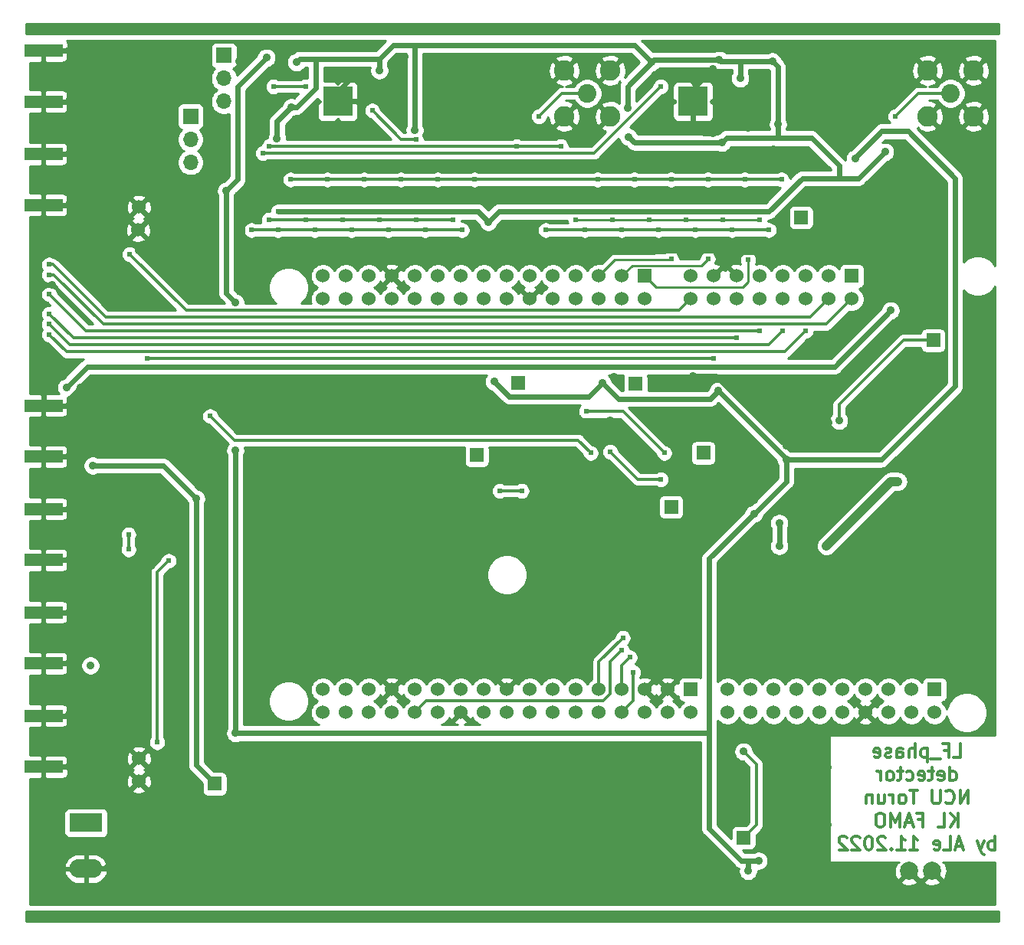
<source format=gbl>
%TF.GenerationSoftware,KiCad,Pcbnew,(5.1.12)-1*%
%TF.CreationDate,2022-12-02T08:38:13+01:00*%
%TF.ProjectId,LF_phase_detector,4c465f70-6861-4736-955f-646574656374,rev?*%
%TF.SameCoordinates,Original*%
%TF.FileFunction,Copper,L2,Bot*%
%TF.FilePolarity,Positive*%
%FSLAX46Y46*%
G04 Gerber Fmt 4.6, Leading zero omitted, Abs format (unit mm)*
G04 Created by KiCad (PCBNEW (5.1.12)-1) date 2022-12-02 08:38:13*
%MOMM*%
%LPD*%
G01*
G04 APERTURE LIST*
%TA.AperFunction,NonConductor*%
%ADD10C,0.300000*%
%TD*%
%TA.AperFunction,ComponentPad*%
%ADD11C,0.400000*%
%TD*%
%TA.AperFunction,SMDPad,CuDef*%
%ADD12R,3.250000X3.250000*%
%TD*%
%TA.AperFunction,ComponentPad*%
%ADD13C,1.530000*%
%TD*%
%TA.AperFunction,ComponentPad*%
%ADD14R,1.530000X1.530000*%
%TD*%
%TA.AperFunction,ComponentPad*%
%ADD15C,1.524000*%
%TD*%
%TA.AperFunction,ComponentPad*%
%ADD16R,1.500000X1.500000*%
%TD*%
%TA.AperFunction,ComponentPad*%
%ADD17C,2.000000*%
%TD*%
%TA.AperFunction,ComponentPad*%
%ADD18R,3.600000X2.080000*%
%TD*%
%TA.AperFunction,ComponentPad*%
%ADD19O,3.600000X2.080000*%
%TD*%
%TA.AperFunction,SMDPad,CuDef*%
%ADD20R,4.200000X1.350000*%
%TD*%
%TA.AperFunction,ComponentPad*%
%ADD21C,2.250000*%
%TD*%
%TA.AperFunction,ComponentPad*%
%ADD22C,2.050000*%
%TD*%
%TA.AperFunction,ComponentPad*%
%ADD23R,1.700000X1.700000*%
%TD*%
%TA.AperFunction,ComponentPad*%
%ADD24O,1.700000X1.700000*%
%TD*%
%TA.AperFunction,ViaPad*%
%ADD25C,0.609600*%
%TD*%
%TA.AperFunction,ViaPad*%
%ADD26C,0.889000*%
%TD*%
%TA.AperFunction,ViaPad*%
%ADD27C,0.400000*%
%TD*%
%TA.AperFunction,Conductor*%
%ADD28C,0.304800*%
%TD*%
%TA.AperFunction,Conductor*%
%ADD29C,0.609600*%
%TD*%
%TA.AperFunction,Conductor*%
%ADD30C,1.016000*%
%TD*%
%TA.AperFunction,Conductor*%
%ADD31C,0.254000*%
%TD*%
%TA.AperFunction,NonConductor*%
%ADD32C,0.254000*%
%TD*%
%TA.AperFunction,NonConductor*%
%ADD33C,0.100000*%
%TD*%
%TA.AperFunction,Conductor*%
%ADD34C,0.100000*%
%TD*%
G04 APERTURE END LIST*
D10*
X102714714Y-81430571D02*
X103429000Y-81430571D01*
X103429000Y-79930571D01*
X101714714Y-80644857D02*
X102214714Y-80644857D01*
X102214714Y-81430571D02*
X102214714Y-79930571D01*
X101500428Y-79930571D01*
X101286142Y-81573428D02*
X100143285Y-81573428D01*
X99786142Y-80430571D02*
X99786142Y-81930571D01*
X99786142Y-80502000D02*
X99643285Y-80430571D01*
X99357571Y-80430571D01*
X99214714Y-80502000D01*
X99143285Y-80573428D01*
X99071857Y-80716285D01*
X99071857Y-81144857D01*
X99143285Y-81287714D01*
X99214714Y-81359142D01*
X99357571Y-81430571D01*
X99643285Y-81430571D01*
X99786142Y-81359142D01*
X98429000Y-81430571D02*
X98429000Y-79930571D01*
X97786142Y-81430571D02*
X97786142Y-80644857D01*
X97857571Y-80502000D01*
X98000428Y-80430571D01*
X98214714Y-80430571D01*
X98357571Y-80502000D01*
X98429000Y-80573428D01*
X96429000Y-81430571D02*
X96429000Y-80644857D01*
X96500428Y-80502000D01*
X96643285Y-80430571D01*
X96929000Y-80430571D01*
X97071857Y-80502000D01*
X96429000Y-81359142D02*
X96571857Y-81430571D01*
X96929000Y-81430571D01*
X97071857Y-81359142D01*
X97143285Y-81216285D01*
X97143285Y-81073428D01*
X97071857Y-80930571D01*
X96929000Y-80859142D01*
X96571857Y-80859142D01*
X96429000Y-80787714D01*
X95786142Y-81359142D02*
X95643285Y-81430571D01*
X95357571Y-81430571D01*
X95214714Y-81359142D01*
X95143285Y-81216285D01*
X95143285Y-81144857D01*
X95214714Y-81002000D01*
X95357571Y-80930571D01*
X95571857Y-80930571D01*
X95714714Y-80859142D01*
X95786142Y-80716285D01*
X95786142Y-80644857D01*
X95714714Y-80502000D01*
X95571857Y-80430571D01*
X95357571Y-80430571D01*
X95214714Y-80502000D01*
X93929000Y-81359142D02*
X94071857Y-81430571D01*
X94357571Y-81430571D01*
X94500428Y-81359142D01*
X94571857Y-81216285D01*
X94571857Y-80644857D01*
X94500428Y-80502000D01*
X94357571Y-80430571D01*
X94071857Y-80430571D01*
X93929000Y-80502000D01*
X93857571Y-80644857D01*
X93857571Y-80787714D01*
X94571857Y-80930571D01*
X102286142Y-83980571D02*
X102286142Y-82480571D01*
X102286142Y-83909142D02*
X102429000Y-83980571D01*
X102714714Y-83980571D01*
X102857571Y-83909142D01*
X102929000Y-83837714D01*
X103000428Y-83694857D01*
X103000428Y-83266285D01*
X102929000Y-83123428D01*
X102857571Y-83052000D01*
X102714714Y-82980571D01*
X102429000Y-82980571D01*
X102286142Y-83052000D01*
X101000428Y-83909142D02*
X101143285Y-83980571D01*
X101429000Y-83980571D01*
X101571857Y-83909142D01*
X101643285Y-83766285D01*
X101643285Y-83194857D01*
X101571857Y-83052000D01*
X101429000Y-82980571D01*
X101143285Y-82980571D01*
X101000428Y-83052000D01*
X100929000Y-83194857D01*
X100929000Y-83337714D01*
X101643285Y-83480571D01*
X100500428Y-82980571D02*
X99929000Y-82980571D01*
X100286142Y-82480571D02*
X100286142Y-83766285D01*
X100214714Y-83909142D01*
X100071857Y-83980571D01*
X99929000Y-83980571D01*
X98857571Y-83909142D02*
X99000428Y-83980571D01*
X99286142Y-83980571D01*
X99429000Y-83909142D01*
X99500428Y-83766285D01*
X99500428Y-83194857D01*
X99429000Y-83052000D01*
X99286142Y-82980571D01*
X99000428Y-82980571D01*
X98857571Y-83052000D01*
X98786142Y-83194857D01*
X98786142Y-83337714D01*
X99500428Y-83480571D01*
X97500428Y-83909142D02*
X97643285Y-83980571D01*
X97929000Y-83980571D01*
X98071857Y-83909142D01*
X98143285Y-83837714D01*
X98214714Y-83694857D01*
X98214714Y-83266285D01*
X98143285Y-83123428D01*
X98071857Y-83052000D01*
X97929000Y-82980571D01*
X97643285Y-82980571D01*
X97500428Y-83052000D01*
X97071857Y-82980571D02*
X96500428Y-82980571D01*
X96857571Y-82480571D02*
X96857571Y-83766285D01*
X96786142Y-83909142D01*
X96643285Y-83980571D01*
X96500428Y-83980571D01*
X95786142Y-83980571D02*
X95929000Y-83909142D01*
X96000428Y-83837714D01*
X96071857Y-83694857D01*
X96071857Y-83266285D01*
X96000428Y-83123428D01*
X95929000Y-83052000D01*
X95786142Y-82980571D01*
X95571857Y-82980571D01*
X95429000Y-83052000D01*
X95357571Y-83123428D01*
X95286142Y-83266285D01*
X95286142Y-83694857D01*
X95357571Y-83837714D01*
X95429000Y-83909142D01*
X95571857Y-83980571D01*
X95786142Y-83980571D01*
X94643285Y-83980571D02*
X94643285Y-82980571D01*
X94643285Y-83266285D02*
X94571857Y-83123428D01*
X94500428Y-83052000D01*
X94357571Y-82980571D01*
X94214714Y-82980571D01*
X104286142Y-86530571D02*
X104286142Y-85030571D01*
X103429000Y-86530571D01*
X103429000Y-85030571D01*
X101857571Y-86387714D02*
X101929000Y-86459142D01*
X102143285Y-86530571D01*
X102286142Y-86530571D01*
X102500428Y-86459142D01*
X102643285Y-86316285D01*
X102714714Y-86173428D01*
X102786142Y-85887714D01*
X102786142Y-85673428D01*
X102714714Y-85387714D01*
X102643285Y-85244857D01*
X102500428Y-85102000D01*
X102286142Y-85030571D01*
X102143285Y-85030571D01*
X101929000Y-85102000D01*
X101857571Y-85173428D01*
X101214714Y-85030571D02*
X101214714Y-86244857D01*
X101143285Y-86387714D01*
X101071857Y-86459142D01*
X100929000Y-86530571D01*
X100643285Y-86530571D01*
X100500428Y-86459142D01*
X100429000Y-86387714D01*
X100357571Y-86244857D01*
X100357571Y-85030571D01*
X98714714Y-85030571D02*
X97857571Y-85030571D01*
X98286142Y-86530571D02*
X98286142Y-85030571D01*
X97143285Y-86530571D02*
X97286142Y-86459142D01*
X97357571Y-86387714D01*
X97429000Y-86244857D01*
X97429000Y-85816285D01*
X97357571Y-85673428D01*
X97286142Y-85602000D01*
X97143285Y-85530571D01*
X96929000Y-85530571D01*
X96786142Y-85602000D01*
X96714714Y-85673428D01*
X96643285Y-85816285D01*
X96643285Y-86244857D01*
X96714714Y-86387714D01*
X96786142Y-86459142D01*
X96929000Y-86530571D01*
X97143285Y-86530571D01*
X96000428Y-86530571D02*
X96000428Y-85530571D01*
X96000428Y-85816285D02*
X95929000Y-85673428D01*
X95857571Y-85602000D01*
X95714714Y-85530571D01*
X95571857Y-85530571D01*
X94429000Y-85530571D02*
X94429000Y-86530571D01*
X95071857Y-85530571D02*
X95071857Y-86316285D01*
X95000428Y-86459142D01*
X94857571Y-86530571D01*
X94643285Y-86530571D01*
X94500428Y-86459142D01*
X94429000Y-86387714D01*
X93714714Y-85530571D02*
X93714714Y-86530571D01*
X93714714Y-85673428D02*
X93643285Y-85602000D01*
X93500428Y-85530571D01*
X93286142Y-85530571D01*
X93143285Y-85602000D01*
X93071857Y-85744857D01*
X93071857Y-86530571D01*
X103179000Y-89080571D02*
X103179000Y-87580571D01*
X102321857Y-89080571D02*
X102964714Y-88223428D01*
X102321857Y-87580571D02*
X103179000Y-88437714D01*
X100964714Y-89080571D02*
X101679000Y-89080571D01*
X101679000Y-87580571D01*
X98821857Y-88294857D02*
X99321857Y-88294857D01*
X99321857Y-89080571D02*
X99321857Y-87580571D01*
X98607571Y-87580571D01*
X98107571Y-88652000D02*
X97393285Y-88652000D01*
X98250428Y-89080571D02*
X97750428Y-87580571D01*
X97250428Y-89080571D01*
X96750428Y-89080571D02*
X96750428Y-87580571D01*
X96250428Y-88652000D01*
X95750428Y-87580571D01*
X95750428Y-89080571D01*
X94750428Y-87580571D02*
X94464714Y-87580571D01*
X94321857Y-87652000D01*
X94179000Y-87794857D01*
X94107571Y-88080571D01*
X94107571Y-88580571D01*
X94179000Y-88866285D01*
X94321857Y-89009142D01*
X94464714Y-89080571D01*
X94750428Y-89080571D01*
X94893285Y-89009142D01*
X95036142Y-88866285D01*
X95107571Y-88580571D01*
X95107571Y-88080571D01*
X95036142Y-87794857D01*
X94893285Y-87652000D01*
X94750428Y-87580571D01*
X107250428Y-91630571D02*
X107250428Y-90130571D01*
X107250428Y-90702000D02*
X107107571Y-90630571D01*
X106821857Y-90630571D01*
X106679000Y-90702000D01*
X106607571Y-90773428D01*
X106536142Y-90916285D01*
X106536142Y-91344857D01*
X106607571Y-91487714D01*
X106679000Y-91559142D01*
X106821857Y-91630571D01*
X107107571Y-91630571D01*
X107250428Y-91559142D01*
X106036142Y-90630571D02*
X105679000Y-91630571D01*
X105321857Y-90630571D02*
X105679000Y-91630571D01*
X105821857Y-91987714D01*
X105893285Y-92059142D01*
X106036142Y-92130571D01*
X103679000Y-91202000D02*
X102964714Y-91202000D01*
X103821857Y-91630571D02*
X103321857Y-90130571D01*
X102821857Y-91630571D01*
X101607571Y-91630571D02*
X102321857Y-91630571D01*
X102321857Y-90130571D01*
X100536142Y-91559142D02*
X100679000Y-91630571D01*
X100964714Y-91630571D01*
X101107571Y-91559142D01*
X101179000Y-91416285D01*
X101179000Y-90844857D01*
X101107571Y-90702000D01*
X100964714Y-90630571D01*
X100679000Y-90630571D01*
X100536142Y-90702000D01*
X100464714Y-90844857D01*
X100464714Y-90987714D01*
X101179000Y-91130571D01*
X97893285Y-91630571D02*
X98750428Y-91630571D01*
X98321857Y-91630571D02*
X98321857Y-90130571D01*
X98464714Y-90344857D01*
X98607571Y-90487714D01*
X98750428Y-90559142D01*
X96464714Y-91630571D02*
X97321857Y-91630571D01*
X96893285Y-91630571D02*
X96893285Y-90130571D01*
X97036142Y-90344857D01*
X97179000Y-90487714D01*
X97321857Y-90559142D01*
X95821857Y-91487714D02*
X95750428Y-91559142D01*
X95821857Y-91630571D01*
X95893285Y-91559142D01*
X95821857Y-91487714D01*
X95821857Y-91630571D01*
X95179000Y-90273428D02*
X95107571Y-90202000D01*
X94964714Y-90130571D01*
X94607571Y-90130571D01*
X94464714Y-90202000D01*
X94393285Y-90273428D01*
X94321857Y-90416285D01*
X94321857Y-90559142D01*
X94393285Y-90773428D01*
X95250428Y-91630571D01*
X94321857Y-91630571D01*
X93393285Y-90130571D02*
X93250428Y-90130571D01*
X93107571Y-90202000D01*
X93036142Y-90273428D01*
X92964714Y-90416285D01*
X92893285Y-90702000D01*
X92893285Y-91059142D01*
X92964714Y-91344857D01*
X93036142Y-91487714D01*
X93107571Y-91559142D01*
X93250428Y-91630571D01*
X93393285Y-91630571D01*
X93536142Y-91559142D01*
X93607571Y-91487714D01*
X93679000Y-91344857D01*
X93750428Y-91059142D01*
X93750428Y-90702000D01*
X93679000Y-90416285D01*
X93607571Y-90273428D01*
X93536142Y-90202000D01*
X93393285Y-90130571D01*
X92321857Y-90273428D02*
X92250428Y-90202000D01*
X92107571Y-90130571D01*
X91750428Y-90130571D01*
X91607571Y-90202000D01*
X91536142Y-90273428D01*
X91464714Y-90416285D01*
X91464714Y-90559142D01*
X91536142Y-90773428D01*
X92393285Y-91630571D01*
X91464714Y-91630571D01*
X90893285Y-90273428D02*
X90821857Y-90202000D01*
X90679000Y-90130571D01*
X90321857Y-90130571D01*
X90179000Y-90202000D01*
X90107571Y-90273428D01*
X90036142Y-90416285D01*
X90036142Y-90559142D01*
X90107571Y-90773428D01*
X90964714Y-91630571D01*
X90036142Y-91630571D01*
D11*
%TO.P,U27,33*%
%TO.N,GND*%
X74314000Y-8490000D03*
X75114000Y-7690000D03*
X75114000Y-10090000D03*
X73514000Y-9290000D03*
X74314000Y-7690000D03*
X75114000Y-9290000D03*
X74314000Y-10090000D03*
X73514000Y-8490000D03*
X72714000Y-10090000D03*
X72714000Y-9290000D03*
X72714000Y-8490000D03*
X72714000Y-7690000D03*
X75114000Y-8490000D03*
X74314000Y-9290000D03*
X73514000Y-10090000D03*
X73514000Y-7690000D03*
D12*
X73914000Y-8890000D03*
%TD*%
D11*
%TO.P,U28,33*%
%TO.N,GND*%
X35071000Y-8490000D03*
X35871000Y-7690000D03*
X35871000Y-10090000D03*
X34271000Y-9290000D03*
X35071000Y-7690000D03*
X35871000Y-9290000D03*
X35071000Y-10090000D03*
X34271000Y-8490000D03*
X33471000Y-10090000D03*
X33471000Y-9290000D03*
X33471000Y-8490000D03*
X33471000Y-7690000D03*
X35871000Y-8490000D03*
X35071000Y-9290000D03*
X34271000Y-10090000D03*
X34271000Y-7690000D03*
D12*
X34671000Y-8890000D03*
%TD*%
D13*
%TO.P,M1,CN10_34*%
%TO.N,N/C*%
X33025000Y-76454000D03*
%TO.P,M1,CN10_33*%
X33025000Y-73914000D03*
%TO.P,M1,CN9_30*%
%TO.N,/Microcontroller F030/BS2_7*%
X33025000Y-30734000D03*
%TO.P,M1,CN9_29*%
%TO.N,/Microcontroller F030/AS2_7*%
X33025000Y-28194000D03*
%TO.P,M1,CN7_20*%
%TO.N,N/C*%
X77729000Y-76454000D03*
%TO.P,M1,CN7_19*%
X77729000Y-73914000D03*
%TO.P,M1,CN7_18*%
X80269000Y-76454000D03*
%TO.P,M1,CN7_17*%
X80269000Y-73914000D03*
%TO.P,M1,CN7_16*%
X82809000Y-76454000D03*
%TO.P,M1,CN7_15*%
X82809000Y-73914000D03*
%TO.P,M1,CN7_14*%
X85349000Y-76454000D03*
%TO.P,M1,CN7_13*%
X85349000Y-73914000D03*
%TO.P,M1,CN7_12*%
X87889000Y-76454000D03*
%TO.P,M1,CN7_11*%
X87889000Y-73914000D03*
%TO.P,M1,CN7_10*%
X90429000Y-76454000D03*
%TO.P,M1,CN7_9*%
X90429000Y-73914000D03*
%TO.P,M1,CN7_8*%
%TO.N,GND*%
X92969000Y-76454000D03*
%TO.P,M1,CN7_7*%
%TO.N,N/C*%
X92969000Y-73914000D03*
%TO.P,M1,CN7_6*%
X95509000Y-76454000D03*
%TO.P,M1,CN7_5*%
X95509000Y-73914000D03*
%TO.P,M1,CN7_4*%
X98049000Y-76454000D03*
%TO.P,M1,CN7_3*%
X98049000Y-73914000D03*
%TO.P,M1,CN10_32*%
X35565000Y-76454000D03*
%TO.P,M1,CN10_31*%
X35565000Y-73914000D03*
%TO.P,M1,CN10_30*%
X38105000Y-76454000D03*
%TO.P,M1,CN10_29*%
X38105000Y-73914000D03*
%TO.P,M1,CN10_28*%
X40645000Y-76454000D03*
%TO.P,M1,CN10_27*%
%TO.N,GND*%
X40645000Y-73914000D03*
%TO.P,M1,CN10_26*%
%TO.N,SCK*%
X43185000Y-76454000D03*
%TO.P,M1,CN10_25*%
%TO.N,N/C*%
X43185000Y-73914000D03*
%TO.P,M1,CN10_24*%
X45725000Y-76454000D03*
%TO.P,M1,CN10_23*%
X45725000Y-73914000D03*
%TO.P,M1,CN10_22*%
%TO.N,GND*%
X48265000Y-76454000D03*
%TO.P,M1,CN10_21*%
%TO.N,N/C*%
X48265000Y-73914000D03*
%TO.P,M1,CN10_20*%
X50805000Y-76454000D03*
%TO.P,M1,CN10_19*%
X50805000Y-73914000D03*
%TO.P,M1,CN10_18*%
X53345000Y-76454000D03*
%TO.P,M1,CN10_17*%
%TO.N,GND*%
X53345000Y-73914000D03*
%TO.P,M1,CN10_16*%
%TO.N,N/C*%
X55885000Y-76454000D03*
%TO.P,M1,CN10_15*%
X55885000Y-73914000D03*
%TO.P,M1,CN10_14*%
X58425000Y-76454000D03*
%TO.P,M1,CN10_13*%
%TO.N,CEN*%
X58425000Y-73914000D03*
%TO.P,M1,CN10_12*%
%TO.N,N/C*%
X60965000Y-76454000D03*
%TO.P,M1,CN10_11*%
X60965000Y-73914000D03*
%TO.P,M1,CN10_10*%
%TO.N,MISO*%
X63505000Y-76454000D03*
%TO.P,M1,CN10_9*%
%TO.N,UPSAT*%
X63505000Y-73914000D03*
%TO.P,M1,CN10_8*%
%TO.N,MOSI*%
X66045000Y-76454000D03*
%TO.P,M1,CN10_7*%
%TO.N,DNSAT*%
X66045000Y-73914000D03*
%TO.P,M1,CN10_6*%
%TO.N,NSS*%
X68585000Y-76454000D03*
%TO.P,M1,CN10_5*%
%TO.N,GND*%
X68585000Y-73914000D03*
%TO.P,M1,CN10_4*%
%TO.N,REFEN*%
X71125000Y-76454000D03*
%TO.P,M1,CN10_3*%
%TO.N,GND*%
X71125000Y-73914000D03*
%TO.P,M1,CN10_2*%
%TO.N,LD-D0*%
X73665000Y-76454000D03*
D14*
%TO.P,M1,CN10_1*%
%TO.N,VAREF*%
X73665000Y-73914000D03*
D13*
%TO.P,M1,CN7_2*%
%TO.N,N/C*%
X100589000Y-76454000D03*
D14*
%TO.P,M1,CN7_1*%
X100589000Y-73914000D03*
D13*
%TO.P,M1,CN9_28*%
%TO.N,/Microcontroller F030/BS2_6*%
X35565000Y-30734000D03*
%TO.P,M1,CN9_27*%
%TO.N,/Microcontroller F030/AS2_6*%
X35565000Y-28194000D03*
%TO.P,M1,CN9_26*%
%TO.N,/Microcontroller F030/BS2_5*%
X38105000Y-30734000D03*
%TO.P,M1,CN9_25*%
%TO.N,/Microcontroller F030/AS2_5*%
X38105000Y-28194000D03*
%TO.P,M1,CN9_24*%
%TO.N,/Microcontroller F030/BS2_4*%
X40645000Y-30734000D03*
%TO.P,M1,CN9_23*%
%TO.N,GND*%
X40645000Y-28194000D03*
%TO.P,M1,CN9_22*%
%TO.N,/Microcontroller F030/AS2_4*%
X43185000Y-30734000D03*
%TO.P,M1,CN9_21*%
%TO.N,/Microcontroller F030/BS2_3*%
X43185000Y-28194000D03*
%TO.P,M1,CN9_20*%
%TO.N,/Microcontroller F030/AS2_3*%
X45725000Y-30734000D03*
%TO.P,M1,CN9_19*%
%TO.N,/Microcontroller F030/BS2_2*%
X45725000Y-28194000D03*
%TO.P,M1,CN9_18*%
%TO.N,/Microcontroller F030/AS2_2*%
X48265000Y-30734000D03*
%TO.P,M1,CN9_17*%
%TO.N,N/C*%
X48265000Y-28194000D03*
%TO.P,M1,CN9_16*%
X50805000Y-30734000D03*
%TO.P,M1,CN9_15*%
%TO.N,SYNCB*%
X50805000Y-28194000D03*
%TO.P,M1,CN9_14*%
%TO.N,N/C*%
X53345000Y-30734000D03*
%TO.P,M1,CN9_13*%
%TO.N,/Microcontroller F030/BS1_7*%
X53345000Y-28194000D03*
%TO.P,M1,CN9_12*%
%TO.N,GND*%
X55885000Y-30734000D03*
%TO.P,M1,CN9_11*%
%TO.N,/Microcontroller F030/AS1_7*%
X55885000Y-28194000D03*
%TO.P,M1,CN9_10*%
%TO.N,/Microcontroller F030/AS1_6*%
X58425000Y-30734000D03*
%TO.P,M1,CN9_9*%
%TO.N,/Microcontroller F030/BS1_6*%
X58425000Y-28194000D03*
%TO.P,M1,CN9_8*%
%TO.N,/Microcontroller F030/AS1_5*%
X60965000Y-30734000D03*
%TO.P,M1,CN9_7*%
%TO.N,/Microcontroller F030/BS1_5*%
X60965000Y-28194000D03*
%TO.P,M1,CN9_6*%
%TO.N,/Microcontroller F030/AS1_4*%
X63505000Y-30734000D03*
%TO.P,M1,CN9_5*%
%TO.N,/Microcontroller F030/BS1_4*%
X63505000Y-28194000D03*
%TO.P,M1,CN9_4*%
%TO.N,/Microcontroller F030/AS1_3*%
X66045000Y-30734000D03*
%TO.P,M1,CN9_3*%
%TO.N,/Microcontroller F030/BS1_3*%
X66045000Y-28194000D03*
%TO.P,M1,CN9_2*%
%TO.N,/Microcontroller F030/AS1_2*%
X68585000Y-30734000D03*
D14*
%TO.P,M1,CN9_1*%
%TO.N,/Microcontroller F030/BS1_2*%
X68585000Y-28194000D03*
D13*
%TO.P,M1,CN8_16*%
%TO.N,/Microcontroller F030/uC feed and SDcard/SD_DET1*%
X73665000Y-30734000D03*
%TO.P,M1,CN8_15*%
%TO.N,N/C*%
X73665000Y-28194000D03*
%TO.P,M1,CN8_14*%
%TO.N,/Microcontroller F030/uC feed and SDcard/SD_DET2*%
X76205000Y-30734000D03*
%TO.P,M1,CN8_13*%
%TO.N,GND*%
X76205000Y-28194000D03*
%TO.P,M1,CN8_12*%
%TO.N,/Microcontroller F030/uC feed and SDcard/SD_CMD*%
X78745000Y-30734000D03*
%TO.P,M1,CN8_11*%
%TO.N,GND*%
X78745000Y-28194000D03*
%TO.P,M1,CN8_10*%
%TO.N,/Microcontroller F030/uC feed and SDcard/SD_CK*%
X81285000Y-30734000D03*
%TO.P,M1,CN8_9*%
%TO.N,N/C*%
X81285000Y-28194000D03*
%TO.P,M1,CN8_8*%
%TO.N,/Microcontroller F030/uC feed and SDcard/SD_D3*%
X83825000Y-30734000D03*
%TO.P,M1,CN8_7*%
%TO.N,VuC*%
X83825000Y-28194000D03*
%TO.P,M1,CN8_6*%
%TO.N,/Microcontroller F030/uC feed and SDcard/SD_D2*%
X86365000Y-30734000D03*
%TO.P,M1,CN8_5*%
%TO.N,N/C*%
X86365000Y-28194000D03*
%TO.P,M1,CN8_4*%
%TO.N,/Microcontroller F030/uC feed and SDcard/SD_D1*%
X88905000Y-30734000D03*
%TO.P,M1,CN8_3*%
%TO.N,VuC*%
X88905000Y-28194000D03*
%TO.P,M1,CN8_2*%
%TO.N,/Microcontroller F030/uC feed and SDcard/SD_D0*%
X91445000Y-30734000D03*
D14*
%TO.P,M1,CN8_1*%
%TO.N,N/C*%
X91445000Y-28194000D03*
D15*
%TO.P,M1,35*%
%TO.N,GND*%
X12705080Y-20574000D03*
X12628880Y-23114000D03*
X12705080Y-81534000D03*
X12705080Y-84074000D03*
%TD*%
D16*
%TO.P,3V0,1*%
%TO.N,AVDD*%
X54610000Y-40005000D03*
%TD*%
%TO.P,3V1,1*%
%TO.N,DVDD*%
X50038000Y-48006000D03*
%TD*%
%TO.P,5V0,1*%
%TO.N,+5VA*%
X21082000Y-84328000D03*
%TD*%
%TO.P,5V1,1*%
%TO.N,VCCPD*%
X75057000Y-47752000D03*
%TD*%
%TO.P,5V2,1*%
%TO.N,VDDPD*%
X67564000Y-40132000D03*
%TD*%
%TO.P,5V3,1*%
%TO.N,VDDCP*%
X71501000Y-53721000D03*
%TD*%
%TO.P,8V1,1*%
%TO.N,Net-(8V1-Pad1)*%
X79502000Y-90297000D03*
%TD*%
D17*
%TO.P,GND1,1*%
%TO.N,GND*%
X97790000Y-93980000D03*
X100330000Y-93980000D03*
%TD*%
D18*
%TO.P,P1,1*%
%TO.N,Net-(F1-Pad2)*%
X6858000Y-88646000D03*
D19*
%TO.P,P1,2*%
%TO.N,GND*%
X6858000Y-93726000D03*
%TD*%
D16*
%TO.P,VuC1,1*%
%TO.N,Net-(C54-Pad1)*%
X100457000Y-35306000D03*
%TD*%
D20*
%TO.P,FAST1,2*%
%TO.N,GND*%
X2159000Y-48164000D03*
X2159000Y-42514000D03*
%TD*%
%TO.P,FREF1,2*%
%TO.N,GND*%
X2159000Y-3271000D03*
X2159000Y-8921000D03*
%TD*%
%TO.P,FVCO1,2*%
%TO.N,GND*%
X2159000Y-14701000D03*
X2159000Y-20351000D03*
%TD*%
%TO.P,SLOW1,2*%
%TO.N,GND*%
X2159000Y-65374000D03*
X2159000Y-71024000D03*
%TD*%
D21*
%TO.P,DIVREF1,2*%
%TO.N,GND*%
X64770000Y-10541000D03*
X59690000Y-10541000D03*
X59690000Y-5461000D03*
X64770000Y-5461000D03*
D22*
%TO.P,DIVREF1,1*%
%TO.N,Net-(DIVREF1-Pad1)*%
X62230000Y-8001000D03*
%TD*%
%TO.P,DIVVCO1,1*%
%TO.N,Net-(DIVVCO1-Pad1)*%
X102362000Y-8001000D03*
D21*
%TO.P,DIVVCO1,2*%
%TO.N,GND*%
X104902000Y-5461000D03*
X99822000Y-5461000D03*
X99822000Y-10541000D03*
X104902000Y-10541000D03*
%TD*%
D20*
%TO.P,NFAST1,2*%
%TO.N,GND*%
X2159000Y-53944000D03*
X2159000Y-59594000D03*
%TD*%
%TO.P,NSLOW1,2*%
%TO.N,GND*%
X2159000Y-82454000D03*
X2159000Y-76804000D03*
%TD*%
D23*
%TO.P,JP3,1*%
%TO.N,Net-(JP3-Pad1)*%
X18415000Y-10541000D03*
D24*
%TO.P,JP3,2*%
%TO.N,Net-(JP3-Pad2)*%
X18415000Y-13081000D03*
%TO.P,JP3,3*%
%TO.N,Net-(C74-Pad1)*%
X18415000Y-15621000D03*
%TD*%
%TO.P,JP4,3*%
%TO.N,Net-(C75-Pad1)*%
X22098000Y-8890000D03*
%TO.P,JP4,2*%
%TO.N,Net-(JP4-Pad2)*%
X22098000Y-6350000D03*
D23*
%TO.P,JP4,1*%
%TO.N,Net-(JP4-Pad1)*%
X22098000Y-3810000D03*
%TD*%
D16*
%TO.P,5V4,1*%
%TO.N,+5V*%
X85852000Y-21717000D03*
%TD*%
D25*
%TO.N,VCCPD*%
X70739000Y-47752000D03*
X62103000Y-43180000D03*
%TO.N,VDDCP*%
X64770000Y-47625000D03*
X70358000Y-50673000D03*
D26*
%TO.N,Net-(8V1-Pad1)*%
X79502000Y-80771998D03*
D27*
%TO.N,GND*%
X61214000Y-50419000D03*
D26*
X17399000Y-75819000D03*
X17653000Y-53721000D03*
X11303000Y-52197000D03*
X4953000Y-76708000D03*
X4953000Y-82423000D03*
X4953000Y-70993000D03*
X4953000Y-65405000D03*
X4953000Y-59563000D03*
X4953000Y-53975000D03*
X4953000Y-48133000D03*
X4953000Y-42545000D03*
X4953000Y-20320000D03*
X4953000Y-14732000D03*
X4953000Y-8890000D03*
X4953000Y-3302000D03*
X13589000Y-8636000D03*
X27432000Y-8636000D03*
X8001000Y-17653000D03*
X13589000Y-16764000D03*
D25*
X31623000Y-25527000D03*
X27559005Y-25526995D03*
X35814000Y-25527000D03*
X39751000Y-25527000D03*
X43815000Y-25527000D03*
X47879000Y-25527000D03*
D26*
X44831000Y-4445000D03*
X31750000Y-2794000D03*
X29591000Y-16002000D03*
X33655000Y-16002000D03*
X37719000Y-16002000D03*
X41783000Y-16002000D03*
X45847000Y-16002000D03*
X52705000Y-16002000D03*
X36957000Y-5461000D03*
X41783000Y-6604000D03*
X41910000Y-8890000D03*
X41783000Y-11430000D03*
X44831000Y-11430000D03*
D25*
X81788000Y-25527000D03*
X77724000Y-25527000D03*
X73660000Y-25527000D03*
X69596000Y-25527000D03*
X65532000Y-25527000D03*
X61468000Y-25527000D03*
D26*
X76073000Y-5334000D03*
X76073000Y-12446000D03*
X76200000Y-2794000D03*
X59436000Y-16002000D03*
X63500000Y-16002000D03*
X67564000Y-16002000D03*
X71628000Y-16002000D03*
X75692000Y-16002000D03*
X79756000Y-16002000D03*
X86614000Y-16129000D03*
X91694000Y-25019000D03*
X84328000Y-4445000D03*
X81026000Y-8636000D03*
X84709000Y-11557000D03*
X82804000Y-14224000D03*
X80010000Y-11811000D03*
X73914000Y-39243000D03*
X69850000Y-45212000D03*
X84201000Y-46990000D03*
X77343000Y-45974000D03*
X69088000Y-48895000D03*
X75692000Y-51816000D03*
X80645000Y-52959000D03*
X64770000Y-44196000D03*
X61214000Y-43942000D03*
X65151000Y-39370000D03*
X53721000Y-44577000D03*
X48260000Y-43815000D03*
X54991000Y-50292000D03*
X55118000Y-53594000D03*
X42037000Y-3937000D03*
X6223000Y-40513000D03*
X1524000Y-38481000D03*
X1524000Y-24384000D03*
X3111500Y-29146500D03*
X9144000Y-24511000D03*
X27432000Y-59944000D03*
X32004000Y-54102000D03*
X21590000Y-55372000D03*
X17653000Y-58801000D03*
X20828000Y-68961000D03*
X10541000Y-74168000D03*
X23368000Y-82423000D03*
X25019000Y-82423000D03*
X29591000Y-82423000D03*
X28194000Y-49276000D03*
X57404000Y-24765000D03*
D27*
X62103000Y-50419000D03*
X62992000Y-50419000D03*
X62992000Y-51308000D03*
X62103000Y-51308000D03*
X61214000Y-51308000D03*
X61214000Y-52197000D03*
X62103000Y-52197000D03*
X62992000Y-52197000D03*
X31242000Y-80137000D03*
X32131000Y-80137000D03*
X33020000Y-80137000D03*
X33909000Y-80137000D03*
X34798000Y-80137000D03*
X35687000Y-80137000D03*
X36576000Y-80137000D03*
X36576000Y-81026000D03*
X36576000Y-81915000D03*
X36576000Y-82804000D03*
X36576000Y-83693000D03*
X36576000Y-84582000D03*
X35687000Y-84582000D03*
X34798000Y-84582000D03*
X33909000Y-84582000D03*
X33020000Y-84582000D03*
X32131000Y-84582000D03*
X31242000Y-84582000D03*
X31242000Y-83693000D03*
X31242000Y-82804000D03*
X31242000Y-81915000D03*
X31242000Y-81026000D03*
X32131000Y-81026000D03*
X33020000Y-81026000D03*
X33909000Y-81026000D03*
X34798000Y-81026000D03*
X35687000Y-81026000D03*
X35687000Y-81915000D03*
X35687000Y-82804000D03*
X35687000Y-83693000D03*
X34798000Y-83693000D03*
X33909000Y-83693000D03*
X33020000Y-83693000D03*
X32131000Y-83693000D03*
X32131000Y-82804000D03*
X32131000Y-81915000D03*
X33020000Y-81915000D03*
X33909000Y-81915000D03*
X34798000Y-81915000D03*
X34798000Y-82804000D03*
X33909000Y-82804000D03*
X33020000Y-82804000D03*
X13589000Y-15748000D03*
X13589000Y-14986000D03*
X13589000Y-14224000D03*
X14224000Y-13716000D03*
X14986000Y-13716000D03*
X12954000Y-13716000D03*
X12192000Y-13716000D03*
X13589000Y-7620000D03*
X13589000Y-6858000D03*
X13589000Y-6096000D03*
X14224000Y-5588000D03*
X14986000Y-5588000D03*
X12954000Y-5588000D03*
X12192000Y-5588000D03*
D26*
X93853000Y-40259000D03*
X96520000Y-39243000D03*
X71374000Y-71882000D03*
X67310000Y-80899000D03*
X71501000Y-90551000D03*
X71501000Y-88773000D03*
X73533000Y-88646000D03*
X73533000Y-94234000D03*
X71501000Y-94361000D03*
X59055000Y-95504000D03*
X55118000Y-95504000D03*
X49276000Y-95504000D03*
X45466000Y-95504000D03*
X39370000Y-95504000D03*
X35560000Y-96012000D03*
X30734000Y-96012000D03*
X26162000Y-96012000D03*
X98679000Y-40386000D03*
X20574000Y-45212000D03*
X25527000Y-26797000D03*
X56515000Y-16002000D03*
X57150000Y-6350000D03*
D27*
X8001000Y-16764000D03*
X8001000Y-16002000D03*
X8001000Y-15240000D03*
X8001000Y-14478000D03*
X8001000Y-13716000D03*
X8001000Y-12954000D03*
X8001000Y-6604000D03*
X8001000Y-5842000D03*
X8001000Y-5080000D03*
X8001000Y-4318000D03*
X8001000Y-3556000D03*
X8001000Y-2794000D03*
D26*
X8001000Y-7493000D03*
X31750000Y-12700000D03*
X38100000Y-12573000D03*
X57150000Y-12573000D03*
X101600000Y-12573000D03*
X57150000Y-19050000D03*
X63500000Y-19050000D03*
X101600000Y-19050000D03*
X12700000Y-25400000D03*
X19050000Y-25400000D03*
X87630000Y-25400000D03*
X101600000Y-25400000D03*
X101600000Y-31750000D03*
X25400000Y-44450000D03*
X31750000Y-44450000D03*
X38100000Y-44450000D03*
X44450000Y-44450000D03*
X76200000Y-44450000D03*
X82550000Y-44450000D03*
X88900000Y-44450000D03*
X101600000Y-44450000D03*
X88900000Y-50800000D03*
X82550000Y-50800000D03*
X44450000Y-50800000D03*
X38100000Y-50800000D03*
X31750000Y-50800000D03*
X6350000Y-50800000D03*
X38100000Y-57150000D03*
X44450000Y-57150000D03*
X50800000Y-57150000D03*
X57150000Y-57150000D03*
X101600000Y-57150000D03*
X101600000Y-63500000D03*
X95250000Y-63500000D03*
X88900000Y-63500000D03*
X57150000Y-63500000D03*
X50800000Y-63500000D03*
X44450000Y-63500000D03*
X38100000Y-63500000D03*
X31750000Y-63500000D03*
X25400000Y-63500000D03*
X12700000Y-63500000D03*
X6350000Y-63500000D03*
X6350000Y-69850000D03*
X25400000Y-69850000D03*
X31750000Y-69850000D03*
X38100000Y-69850000D03*
X44450000Y-69850000D03*
X50800000Y-69850000D03*
X57150000Y-69850000D03*
X82550000Y-69850000D03*
X88900000Y-69850000D03*
X95250000Y-69850000D03*
X101600000Y-69850000D03*
X88773000Y-82550000D03*
X82550000Y-82550000D03*
X57150000Y-82550000D03*
X50800000Y-82550000D03*
X44450000Y-82550000D03*
X38100000Y-82550000D03*
X6350000Y-82550000D03*
X18288000Y-88646000D03*
X25400000Y-88900000D03*
X25400000Y-76200000D03*
X88773000Y-88900000D03*
X82550000Y-88900000D03*
X82550000Y-95250000D03*
X88900000Y-95250000D03*
X95250000Y-95250000D03*
X76200000Y-95250000D03*
X69850000Y-95250000D03*
X63500000Y-95250000D03*
X28575000Y-4572000D03*
X24130000Y-20320000D03*
X23749000Y-4445000D03*
%TO.N,VuC*%
X4699000Y-40513000D03*
X95758000Y-32004000D03*
X83439000Y-55499000D03*
X83439000Y-58039000D03*
D25*
%TO.N,CP*%
X62611000Y-47752000D03*
X20574000Y-43688000D03*
D26*
%TO.N,+5VA*%
X7620000Y-49149000D03*
X7366000Y-71247000D03*
X19050000Y-52832000D03*
D25*
%TO.N,Net-(C31-Pad2)*%
X11557000Y-58420000D03*
X11557000Y-56769000D03*
D26*
%TO.N,+15V*%
X96520000Y-50927000D03*
X88646008Y-58039000D03*
%TO.N,+8V*%
X91821000Y-15240000D03*
X76708000Y-40894000D03*
X84201000Y-48514000D03*
X80645000Y-54483000D03*
X63881000Y-40005000D03*
X51943000Y-39878000D03*
X81153000Y-92837000D03*
X80010000Y-93980000D03*
X23368000Y-78740000D03*
X23368000Y-47498000D03*
X23368000Y-31115000D03*
X26797000Y-4064000D03*
X22352000Y-18796000D03*
%TO.N,Net-(C54-Pad1)*%
X90043000Y-44196000D03*
D25*
%TO.N,+3V3*%
X28067000Y-21082000D03*
X32131000Y-21082000D03*
X36195000Y-21082000D03*
X40259000Y-21082000D03*
X44323000Y-21082000D03*
X48387000Y-21082000D03*
D26*
X39255014Y-5473000D03*
X43180000Y-12065000D03*
X30099000Y-4572000D03*
D25*
X61976000Y-21082000D03*
X66040000Y-21082000D03*
X70104000Y-21082000D03*
X74168000Y-21082000D03*
X78232000Y-21082000D03*
X82296000Y-21082000D03*
D26*
X51308000Y-22225000D03*
X66802000Y-12827000D03*
X66675000Y-9652000D03*
X95123000Y-14478000D03*
X79121000Y-6350000D03*
X82677000Y-4445000D03*
X83312000Y-11430000D03*
X77089000Y-13462000D03*
X76823000Y-4306000D03*
X69342000Y-4572000D03*
X27965400Y-13017500D03*
X29527500Y-9525000D03*
D25*
%TO.N,Net-(DIVREF1-Pad1)*%
X56896000Y-10541000D03*
%TO.N,Net-(DIVVCO1-Pad1)*%
X96266000Y-10541000D03*
%TO.N,UPSAT*%
X66167000Y-68199000D03*
%TO.N,/Microcontroller F030/BS1_2*%
X80010000Y-26416000D03*
%TO.N,DNSAT*%
X66929000Y-70358000D03*
%TO.N,SCK*%
X66040000Y-69596000D03*
%TO.N,MOSI*%
X67310000Y-72009000D03*
%TO.N,/Microcontroller F030/BS1_4*%
X71501000Y-26289000D03*
%TO.N,SYNCB*%
X27114500Y-13843000D03*
X54419500Y-13843000D03*
X59309000Y-13843000D03*
%TO.N,/Microcontroller F030/BS1_3*%
X75565000Y-26289000D03*
%TO.N,/Microcontroller F030/uC feed and SDcard/SD_DET1*%
X11684000Y-25781000D03*
%TO.N,/Microcontroller F030/uC feed and SDcard/SD_DET2*%
X76200000Y-37338000D03*
X13589000Y-37338000D03*
%TO.N,/Microcontroller F030/uC feed and SDcard/SD_CMD*%
X2794000Y-32385000D03*
X78740000Y-35052000D03*
%TO.N,/Microcontroller F030/uC feed and SDcard/SD_CK*%
X2794000Y-30226000D03*
X81280000Y-34290000D03*
%TO.N,/Microcontroller F030/uC feed and SDcard/SD_D3*%
X2794000Y-33528000D03*
X83820000Y-34290000D03*
%TO.N,/Microcontroller F030/uC feed and SDcard/SD_D2*%
X2794000Y-34671000D03*
X86360000Y-34290000D03*
%TO.N,/Microcontroller F030/uC feed and SDcard/SD_D1*%
X2794000Y-26924000D03*
%TO.N,/Microcontroller F030/uC feed and SDcard/SD_D0*%
X2794000Y-28067000D03*
%TO.N,/Loop filter and outputs/VHALF*%
X14732000Y-79756000D03*
X16002000Y-59690000D03*
%TO.N,Net-(R40-Pad1)*%
X38481000Y-9906000D03*
X54991000Y-51943000D03*
X52578000Y-51943000D03*
X43307000Y-13081000D03*
%TO.N,+5V*%
X29464000Y-17526000D03*
X33528000Y-17526000D03*
X37592000Y-17526000D03*
X41656000Y-17526000D03*
X45720000Y-17526000D03*
X49784000Y-17526000D03*
X63373000Y-17526000D03*
X67437000Y-17526000D03*
X71501000Y-17526000D03*
X75565000Y-17526000D03*
X79629000Y-17526000D03*
X83693000Y-17526000D03*
%TO.N,Net-(JP3-Pad2)*%
X70358000Y-7239000D03*
X26416000Y-14605000D03*
%TO.N,Net-(JP4-Pad2)*%
X31115000Y-7239000D03*
X27559000Y-7239000D03*
%TO.N,/Microcontroller F030/REF2_1:3*%
X31123000Y-21963000D03*
X27059000Y-21963000D03*
X35187000Y-21963000D03*
X39251000Y-21963000D03*
X43315000Y-21963000D03*
X47379000Y-21963000D03*
%TO.N,/Microcontroller F030/REF1_1:3*%
X81280000Y-21971000D03*
X77216000Y-21971000D03*
X73152000Y-21971000D03*
X69088000Y-21971000D03*
X65024000Y-21971000D03*
X60960000Y-21971000D03*
%TO.N,REF223*%
X28067000Y-23114000D03*
X32131000Y-23114000D03*
X36195000Y-23114000D03*
X40259000Y-23114000D03*
X48387000Y-23114000D03*
X44323000Y-23114000D03*
X25146000Y-23114000D03*
%TO.N,REF123*%
X61976000Y-23114000D03*
X66040000Y-23114000D03*
X70104000Y-23114000D03*
X74168000Y-23114000D03*
X78232000Y-23114000D03*
X82296000Y-23114000D03*
X57658000Y-23114000D03*
%TD*%
D28*
%TO.N,VCCPD*%
X70739000Y-47752000D02*
X66167000Y-43180000D01*
X66167000Y-43180000D02*
X62103000Y-43180000D01*
%TO.N,VDDCP*%
X67818000Y-50673000D02*
X64770000Y-47625000D01*
X70358000Y-50673000D02*
X67818000Y-50673000D01*
%TO.N,Net-(8V1-Pad1)*%
X80899000Y-82168998D02*
X79502000Y-80771998D01*
X80899000Y-88900000D02*
X80899000Y-82168998D01*
X79502000Y-90297000D02*
X80899000Y-88900000D01*
D29*
%TO.N,GND*%
X4857000Y-76804000D02*
X4953000Y-76708000D01*
X2159000Y-76804000D02*
X4857000Y-76804000D01*
X2190000Y-82423000D02*
X2159000Y-82454000D01*
X4953000Y-82423000D02*
X2190000Y-82423000D01*
X4922000Y-71024000D02*
X4953000Y-70993000D01*
X2159000Y-71024000D02*
X4922000Y-71024000D01*
X2190000Y-65405000D02*
X2159000Y-65374000D01*
X4953000Y-65405000D02*
X2190000Y-65405000D01*
X4922000Y-59594000D02*
X4953000Y-59563000D01*
X2159000Y-59594000D02*
X4922000Y-59594000D01*
X2190000Y-53975000D02*
X2159000Y-53944000D01*
X4953000Y-53975000D02*
X2190000Y-53975000D01*
X4922000Y-48164000D02*
X4953000Y-48133000D01*
X2159000Y-48164000D02*
X4922000Y-48164000D01*
X2190000Y-42545000D02*
X2159000Y-42514000D01*
X4953000Y-42545000D02*
X2190000Y-42545000D01*
X4922000Y-20351000D02*
X4953000Y-20320000D01*
X2159000Y-20351000D02*
X4922000Y-20351000D01*
X2190000Y-14732000D02*
X2159000Y-14701000D01*
X4953000Y-14732000D02*
X2190000Y-14732000D01*
X4922000Y-8921000D02*
X4953000Y-8890000D01*
X2159000Y-8921000D02*
X4922000Y-8921000D01*
X2190000Y-3302000D02*
X2159000Y-3271000D01*
X4953000Y-3302000D02*
X2190000Y-3302000D01*
X11054080Y-82423000D02*
X12705080Y-84074000D01*
X4953000Y-82423000D02*
X11054080Y-82423000D01*
X4953000Y-82423000D02*
X4953000Y-76708000D01*
X4953000Y-70993000D02*
X4953000Y-65405000D01*
X4953000Y-65405000D02*
X4953000Y-59563000D01*
X4953000Y-59563000D02*
X4953000Y-53975000D01*
X4953000Y-48133000D02*
X4953000Y-42545000D01*
X4953000Y-41783000D02*
X6223000Y-40513000D01*
X4953000Y-42545000D02*
X4953000Y-41783000D01*
X2159000Y-39116000D02*
X1524000Y-38481000D01*
X2159000Y-42514000D02*
X2159000Y-39116000D01*
X1587500Y-29146500D02*
X1524000Y-29210000D01*
X3111500Y-29146500D02*
X1587500Y-29146500D01*
X1524000Y-29210000D02*
X1524000Y-24384000D01*
X1524000Y-38481000D02*
X1524000Y-29210000D01*
X9017000Y-24384000D02*
X9144000Y-24511000D01*
X12628880Y-23114000D02*
X11231880Y-24511000D01*
X11231880Y-24511000D02*
X9144000Y-24511000D01*
X13936980Y-21805900D02*
X12705080Y-20574000D01*
X12628880Y-23114000D02*
X13936980Y-21805900D01*
X4953000Y-20320000D02*
X4953000Y-24384000D01*
X4953000Y-24384000D02*
X9017000Y-24384000D01*
X1524000Y-24384000D02*
X4953000Y-24384000D01*
X4953000Y-20320000D02*
X4953000Y-14732000D01*
X4953000Y-14732000D02*
X4953000Y-8890000D01*
X4953000Y-8890000D02*
X4953000Y-3302000D01*
X8890000Y-93726000D02*
X6858000Y-93726000D01*
X10668000Y-91948000D02*
X8890000Y-93726000D01*
X10668000Y-86111080D02*
X10668000Y-91948000D01*
X12705080Y-84074000D02*
X10668000Y-86111080D01*
X82296000Y-25019000D02*
X81788000Y-25527000D01*
X91694000Y-25019000D02*
X82296000Y-25019000D01*
X81788000Y-25527000D02*
X77724000Y-25527000D01*
X77724000Y-27173000D02*
X78745000Y-28194000D01*
X77724000Y-25527000D02*
X77724000Y-27173000D01*
X77724000Y-26675000D02*
X76205000Y-28194000D01*
X77724000Y-25527000D02*
X77724000Y-26675000D01*
X77724000Y-25527000D02*
X77597000Y-25400000D01*
X73787000Y-25400000D02*
X73660000Y-25527000D01*
X77597000Y-25400000D02*
X73787000Y-25400000D01*
X73660000Y-25527000D02*
X73533000Y-25400000D01*
X69723000Y-25400000D02*
X69596000Y-25527000D01*
X73533000Y-25400000D02*
X69723000Y-25400000D01*
X69596000Y-25527000D02*
X65532000Y-25527000D01*
X65532000Y-25527000D02*
X61468000Y-25527000D01*
X58166000Y-25527000D02*
X57404000Y-24765000D01*
X61468000Y-25527000D02*
X58166000Y-25527000D01*
X56642000Y-25527000D02*
X57404000Y-24765000D01*
X47879000Y-25527000D02*
X56642000Y-25527000D01*
X47879000Y-25527000D02*
X43815000Y-25527000D01*
X43815000Y-25527000D02*
X39751000Y-25527000D01*
X39751000Y-27300000D02*
X40645000Y-28194000D01*
X39751000Y-25527000D02*
X39751000Y-27300000D01*
X39751000Y-25527000D02*
X35814000Y-25527000D01*
X35814000Y-25527000D02*
X31623000Y-25527000D01*
X27559010Y-25527000D02*
X27559005Y-25526995D01*
X31623000Y-25527000D02*
X27559010Y-25527000D01*
X26797005Y-25526995D02*
X25527000Y-26797000D01*
X27559005Y-25526995D02*
X26797005Y-25526995D01*
X29591000Y-16002000D02*
X33655000Y-16002000D01*
X33655000Y-16002000D02*
X37719000Y-16002000D01*
X37719000Y-16002000D02*
X41783000Y-16002000D01*
X41783000Y-16002000D02*
X45847000Y-16002000D01*
X45847000Y-16002000D02*
X52705000Y-16002000D01*
X59436000Y-16002000D02*
X63500000Y-16002000D01*
X63500000Y-16002000D02*
X67564000Y-16002000D01*
X67564000Y-16002000D02*
X71628000Y-16002000D01*
X71628000Y-16002000D02*
X75692000Y-16002000D01*
X75692000Y-16002000D02*
X79756000Y-16002000D01*
X81026000Y-16002000D02*
X82804000Y-14224000D01*
X79756000Y-16002000D02*
X81026000Y-16002000D01*
X80010000Y-9652000D02*
X81026000Y-8636000D01*
X80010000Y-11811000D02*
X80010000Y-9652000D01*
X76708000Y-11811000D02*
X76073000Y-12446000D01*
X80010000Y-11811000D02*
X76708000Y-11811000D01*
X76073000Y-12446000D02*
X75057000Y-12446000D01*
X73914000Y-11303000D02*
X73914000Y-8890000D01*
X75057000Y-12446000D02*
X73914000Y-11303000D01*
X73914000Y-7493000D02*
X76073000Y-5334000D01*
X73914000Y-8890000D02*
X73914000Y-7493000D01*
X82677000Y-2794000D02*
X84328000Y-4445000D01*
X76200000Y-2794000D02*
X82677000Y-2794000D01*
X84328000Y-4445000D02*
X85979000Y-2794000D01*
X97155000Y-2794000D02*
X99822000Y-5461000D01*
X85979000Y-2794000D02*
X97155000Y-2794000D01*
X56515000Y-16002000D02*
X59436000Y-16002000D01*
X52705000Y-16002000D02*
X56515000Y-16002000D01*
X44831000Y-11430000D02*
X44831000Y-4445000D01*
X44831000Y-4445000D02*
X45466000Y-3810000D01*
X58039000Y-3810000D02*
X59690000Y-5461000D01*
X45466000Y-3810000D02*
X58039000Y-3810000D01*
X42037000Y-6350000D02*
X41783000Y-6604000D01*
X42037000Y-3937000D02*
X42037000Y-6350000D01*
X41783000Y-8763000D02*
X41910000Y-8890000D01*
X41910000Y-11303000D02*
X41783000Y-11430000D01*
X41910000Y-8890000D02*
X41910000Y-11303000D01*
X34671000Y-7747000D02*
X36957000Y-5461000D01*
X34671000Y-8890000D02*
X34671000Y-7747000D01*
X34671000Y-8890000D02*
X37338000Y-8890000D01*
X38481000Y-7747000D02*
X41783000Y-7747000D01*
X37338000Y-8890000D02*
X38481000Y-7747000D01*
X41783000Y-7747000D02*
X41783000Y-8763000D01*
X41783000Y-6604000D02*
X41783000Y-7747000D01*
X17907000Y-42545000D02*
X20574000Y-45212000D01*
X4953000Y-42545000D02*
X17907000Y-42545000D01*
X21590000Y-46228000D02*
X20574000Y-45212000D01*
X21590000Y-55372000D02*
X21590000Y-46228000D01*
X21590000Y-68199000D02*
X20828000Y-68961000D01*
X21590000Y-55372000D02*
X21590000Y-68199000D01*
X20828000Y-79883000D02*
X23368000Y-82423000D01*
X20828000Y-68961000D02*
X20828000Y-79883000D01*
X17399000Y-59055000D02*
X17653000Y-58801000D01*
X17399000Y-75819000D02*
X17399000Y-59055000D01*
X17653000Y-58801000D02*
X17653000Y-53721000D01*
X16129000Y-52197000D02*
X11303000Y-52197000D01*
X17653000Y-53721000D02*
X16129000Y-52197000D01*
X5080000Y-52197000D02*
X4953000Y-52070000D01*
X11303000Y-52197000D02*
X5080000Y-52197000D01*
X4953000Y-52070000D02*
X4953000Y-48133000D01*
X4953000Y-53975000D02*
X4953000Y-52070000D01*
X10541000Y-74168000D02*
X4953000Y-74168000D01*
X4953000Y-74168000D02*
X4953000Y-70993000D01*
X4953000Y-76708000D02*
X4953000Y-74168000D01*
X28194000Y-50292000D02*
X32004000Y-54102000D01*
X28194000Y-49276000D02*
X28194000Y-50292000D01*
X27432000Y-58674000D02*
X32004000Y-54102000D01*
X27432000Y-59944000D02*
X27432000Y-58674000D01*
X54610000Y-54102000D02*
X55118000Y-53594000D01*
X59817000Y-53594000D02*
X61214000Y-52197000D01*
X55118000Y-53594000D02*
X59817000Y-53594000D01*
X61087000Y-50292000D02*
X61214000Y-50419000D01*
X54991000Y-50292000D02*
X61087000Y-50292000D01*
X73533000Y-87122000D02*
X67310000Y-80899000D01*
X73533000Y-88646000D02*
X73533000Y-87122000D01*
X69855000Y-72644000D02*
X71125000Y-73914000D01*
X68585000Y-73914000D02*
X69855000Y-72644000D01*
X70617000Y-71882000D02*
X69855000Y-72644000D01*
X71374000Y-71882000D02*
X70617000Y-71882000D01*
X71374000Y-60579000D02*
X62992000Y-52197000D01*
X71374000Y-71882000D02*
X71374000Y-60579000D01*
X53345000Y-73914000D02*
X51567000Y-72136000D01*
X42423000Y-72136000D02*
X40645000Y-73914000D01*
X51567000Y-72136000D02*
X42423000Y-72136000D01*
X42423000Y-54234000D02*
X42291000Y-54102000D01*
X42423000Y-72136000D02*
X42423000Y-54234000D01*
X42291000Y-54102000D02*
X54610000Y-54102000D01*
X32004000Y-54102000D02*
X42291000Y-54102000D01*
X75692000Y-56261000D02*
X71374000Y-60579000D01*
X75692000Y-51816000D02*
X75692000Y-56261000D01*
X72771000Y-48895000D02*
X69088000Y-48895000D01*
X75692000Y-51816000D02*
X72771000Y-48895000D01*
X64770000Y-44577000D02*
X64770000Y-44196000D01*
X69088000Y-48895000D02*
X64770000Y-44577000D01*
X61468000Y-44196000D02*
X61214000Y-43942000D01*
X64770000Y-44196000D02*
X61468000Y-44196000D01*
X54356000Y-43942000D02*
X53721000Y-44577000D01*
X61214000Y-43942000D02*
X54356000Y-43942000D01*
X49022000Y-44577000D02*
X48260000Y-43815000D01*
X53721000Y-44577000D02*
X49022000Y-44577000D01*
X76454000Y-39243000D02*
X84201000Y-46990000D01*
X73914000Y-39243000D02*
X76454000Y-39243000D01*
X92075000Y-46990000D02*
X98679000Y-40386000D01*
X84201000Y-46990000D02*
X92075000Y-46990000D01*
X94869000Y-39243000D02*
X93853000Y-40259000D01*
X96520000Y-39243000D02*
X94869000Y-39243000D01*
X79502000Y-51816000D02*
X80645000Y-52959000D01*
X75692000Y-51816000D02*
X79502000Y-51816000D01*
X77343000Y-50165000D02*
X75692000Y-51816000D01*
X77343000Y-45974000D02*
X77343000Y-50165000D01*
X76581000Y-45212000D02*
X77343000Y-45974000D01*
X69850000Y-45212000D02*
X76581000Y-45212000D01*
X84709000Y-4826000D02*
X84328000Y-4445000D01*
X84709000Y-11557000D02*
X84709000Y-4826000D01*
X25527000Y-26797000D02*
X24130000Y-25400000D01*
X24130000Y-25400000D02*
X24130000Y-20320000D01*
X24130000Y-20320000D02*
X25146000Y-19304000D01*
X25146000Y-8001000D02*
X28575000Y-4572000D01*
X27432000Y-8636000D02*
X25146000Y-8636000D01*
X25146000Y-8636000D02*
X25146000Y-8001000D01*
X29591000Y-16002000D02*
X25146000Y-16002000D01*
X25146000Y-16002000D02*
X25146000Y-8636000D01*
X25146000Y-19304000D02*
X25146000Y-16002000D01*
X25400000Y-2794000D02*
X31750000Y-2794000D01*
X23749000Y-4445000D02*
X25400000Y-2794000D01*
%TO.N,VuC*%
X95758000Y-32004000D02*
X89535000Y-38227000D01*
X6985000Y-38227000D02*
X4699000Y-40513000D01*
X89535000Y-38227000D02*
X6985000Y-38227000D01*
X83439000Y-55499000D02*
X83439000Y-58039000D01*
D28*
%TO.N,CP*%
X62611000Y-47752000D02*
X61214000Y-46355000D01*
X23241000Y-46355000D02*
X20574000Y-43688000D01*
X61214000Y-46355000D02*
X23241000Y-46355000D01*
D29*
%TO.N,+5VA*%
X15367000Y-49149000D02*
X19050000Y-52832000D01*
X7620000Y-49149000D02*
X15367000Y-49149000D01*
X19050000Y-82296000D02*
X21082000Y-84328000D01*
X19050000Y-52832000D02*
X19050000Y-82296000D01*
D28*
%TO.N,Net-(C31-Pad2)*%
X11557000Y-58420000D02*
X11557000Y-56769000D01*
D30*
%TO.N,+15V*%
X88646008Y-58038992D02*
X88646008Y-58039000D01*
X95758000Y-50927000D02*
X88646008Y-58038992D01*
X96520000Y-50927000D02*
X95758000Y-50927000D01*
D29*
%TO.N,+8V*%
X51943000Y-39878000D02*
X53594000Y-41529000D01*
X62357000Y-41529000D02*
X63881000Y-40005000D01*
X53594000Y-41529000D02*
X62357000Y-41529000D01*
X63881000Y-40005000D02*
X65659000Y-41783000D01*
X75819000Y-41783000D02*
X76708000Y-40894000D01*
X65659000Y-41783000D02*
X75819000Y-41783000D01*
X84201000Y-48387000D02*
X84201000Y-48514000D01*
X76708000Y-40894000D02*
X84201000Y-48387000D01*
X84201000Y-50927000D02*
X80645000Y-54483000D01*
X84201000Y-48514000D02*
X84201000Y-50927000D01*
X79248000Y-92837000D02*
X75692000Y-89281000D01*
X75692000Y-59436000D02*
X80645000Y-54483000D01*
X80010000Y-92964000D02*
X80137000Y-92837000D01*
X80010000Y-93980000D02*
X80010000Y-92964000D01*
X80137000Y-92837000D02*
X79248000Y-92837000D01*
X81153000Y-92837000D02*
X80137000Y-92837000D01*
X23368000Y-78740000D02*
X75692000Y-78740000D01*
X75692000Y-78740000D02*
X75692000Y-59436000D01*
X75692000Y-89281000D02*
X75692000Y-78740000D01*
X23368000Y-78740000D02*
X23368000Y-47498000D01*
X91821000Y-15113000D02*
X91821000Y-15240000D01*
X94742000Y-12192000D02*
X91821000Y-15113000D01*
X97663000Y-12192000D02*
X94742000Y-12192000D01*
X102870000Y-17399000D02*
X97663000Y-12192000D01*
X102870000Y-40386000D02*
X102870000Y-17399000D01*
X94742000Y-48514000D02*
X102870000Y-40386000D01*
X84201000Y-48514000D02*
X94742000Y-48514000D01*
X23622000Y-7239000D02*
X26797000Y-4064000D01*
X23622000Y-17526000D02*
X23622000Y-7239000D01*
X22352000Y-18796000D02*
X23622000Y-17526000D01*
X22352000Y-30099000D02*
X22352000Y-18796000D01*
X23368000Y-31115000D02*
X22352000Y-30099000D01*
D28*
%TO.N,Net-(C54-Pad1)*%
X90043000Y-44196000D02*
X90043000Y-42418000D01*
X97155000Y-35306000D02*
X100457000Y-35306000D01*
X90043000Y-42418000D02*
X97155000Y-35306000D01*
D29*
%TO.N,+3V3*%
X28067000Y-21082000D02*
X32131000Y-21082000D01*
X32131000Y-21082000D02*
X36195000Y-21082000D01*
X36195000Y-21082000D02*
X40259000Y-21082000D01*
X40259000Y-21082000D02*
X44323000Y-21082000D01*
X44323000Y-21082000D02*
X48387000Y-21082000D01*
X50165000Y-21082000D02*
X51308000Y-22225000D01*
X48387000Y-21082000D02*
X50165000Y-21082000D01*
X52451000Y-21082000D02*
X51308000Y-22225000D01*
X61976000Y-21082000D02*
X52451000Y-21082000D01*
X61976000Y-21082000D02*
X66040000Y-21082000D01*
X66040000Y-21082000D02*
X70104000Y-21082000D01*
X70104000Y-21082000D02*
X74168000Y-21082000D01*
X74168000Y-21082000D02*
X78232000Y-21082000D01*
X78232000Y-21082000D02*
X82296000Y-21082000D01*
X92202000Y-17399000D02*
X95123000Y-14478000D01*
X82296000Y-21082000D02*
X85979000Y-17399000D01*
X90043000Y-17399000D02*
X90043000Y-16002000D01*
X85979000Y-17399000D02*
X90043000Y-17399000D01*
X90043000Y-17399000D02*
X92202000Y-17399000D01*
X90043000Y-16002000D02*
X86995000Y-12954000D01*
X77597000Y-12954000D02*
X77089000Y-13462000D01*
X83312000Y-11430000D02*
X83312000Y-12954000D01*
X83312000Y-12954000D02*
X77597000Y-12954000D01*
X86995000Y-12954000D02*
X83312000Y-12954000D01*
X83312000Y-5080000D02*
X82677000Y-4445000D01*
X83312000Y-11430000D02*
X83312000Y-5080000D01*
X76962000Y-4445000D02*
X76823000Y-4306000D01*
X79121000Y-4572000D02*
X79248000Y-4445000D01*
X79121000Y-6350000D02*
X79121000Y-4572000D01*
X79248000Y-4445000D02*
X76962000Y-4445000D01*
X82677000Y-4445000D02*
X79248000Y-4445000D01*
X69608000Y-4306000D02*
X69342000Y-4572000D01*
X76823000Y-4306000D02*
X69608000Y-4306000D01*
X66675000Y-7239000D02*
X69342000Y-4572000D01*
X66675000Y-9652000D02*
X66675000Y-7239000D01*
X40767000Y-2667000D02*
X39255014Y-4178986D01*
X39255014Y-4178986D02*
X39255014Y-5473000D01*
X69342000Y-4572000D02*
X67437000Y-2667000D01*
X30492014Y-4178986D02*
X30099000Y-4572000D01*
X27965400Y-11087100D02*
X29527500Y-9525000D01*
X27965400Y-13017500D02*
X27965400Y-11087100D01*
X30156117Y-9525000D02*
X32258000Y-7423117D01*
X29527500Y-9525000D02*
X30156117Y-9525000D01*
X32258000Y-4191000D02*
X32245986Y-4178986D01*
X32258000Y-7423117D02*
X32258000Y-4191000D01*
X32245986Y-4178986D02*
X30492014Y-4178986D01*
X39255014Y-4178986D02*
X32245986Y-4178986D01*
X67437000Y-13462000D02*
X66802000Y-12827000D01*
X77089000Y-13462000D02*
X67437000Y-13462000D01*
X43180000Y-12065000D02*
X43180000Y-2667000D01*
X43180000Y-2667000D02*
X40767000Y-2667000D01*
X67437000Y-2667000D02*
X43180000Y-2667000D01*
D28*
%TO.N,Net-(DIVREF1-Pad1)*%
X59436000Y-8001000D02*
X62230000Y-8001000D01*
X56896000Y-10541000D02*
X59436000Y-8001000D01*
%TO.N,Net-(DIVVCO1-Pad1)*%
X98806000Y-8001000D02*
X96266000Y-10541000D01*
X102362000Y-8001000D02*
X98806000Y-8001000D01*
%TO.N,UPSAT*%
X63505000Y-73914000D02*
X63505000Y-70861000D01*
X63505000Y-70861000D02*
X66167000Y-68199000D01*
D31*
%TO.N,/Microcontroller F030/BS1_2*%
X80010000Y-26416000D02*
X80010000Y-28829000D01*
X80010000Y-28829000D02*
X79375000Y-29464000D01*
X69855000Y-29464000D02*
X68585000Y-28194000D01*
X79375000Y-29464000D02*
X69855000Y-29464000D01*
D28*
%TO.N,DNSAT*%
X66045000Y-71242000D02*
X66045000Y-73914000D01*
X66929000Y-70358000D02*
X66045000Y-71242000D01*
%TO.N,SCK*%
X66040000Y-69596000D02*
X64770000Y-70866000D01*
X64770000Y-70866000D02*
X64770000Y-74422000D01*
X64770000Y-74422000D02*
X64008000Y-75184000D01*
X44455000Y-75184000D02*
X43185000Y-76454000D01*
X64008000Y-75184000D02*
X44455000Y-75184000D01*
%TO.N,MOSI*%
X67310000Y-75189000D02*
X66045000Y-76454000D01*
X67310000Y-72009000D02*
X67310000Y-75189000D01*
D31*
%TO.N,/Microcontroller F030/BS1_4*%
X71501000Y-26289000D02*
X71374000Y-26416000D01*
X65283000Y-26416000D02*
X63505000Y-28194000D01*
X71374000Y-26416000D02*
X65283000Y-26416000D01*
D28*
%TO.N,SYNCB*%
X27114500Y-13843000D02*
X54419500Y-13843000D01*
X59309000Y-13843000D02*
X54419500Y-13843000D01*
D31*
%TO.N,/Microcontroller F030/BS1_3*%
X75565000Y-26289000D02*
X74803000Y-27051000D01*
X67188000Y-27051000D02*
X66045000Y-28194000D01*
X74803000Y-27051000D02*
X67188000Y-27051000D01*
D28*
%TO.N,/Microcontroller F030/uC feed and SDcard/SD_DET1*%
X17907000Y-32004000D02*
X11684000Y-25781000D01*
X72395000Y-32004000D02*
X17907000Y-32004000D01*
X73665000Y-30734000D02*
X72395000Y-32004000D01*
%TO.N,/Microcontroller F030/uC feed and SDcard/SD_DET2*%
X76200000Y-37338000D02*
X13589000Y-37338000D01*
%TO.N,/Microcontroller F030/uC feed and SDcard/SD_CMD*%
X5461000Y-35052000D02*
X78740000Y-35052000D01*
X2794000Y-32385000D02*
X5461000Y-35052000D01*
%TO.N,/Microcontroller F030/uC feed and SDcard/SD_CK*%
X6858000Y-34290000D02*
X81280000Y-34290000D01*
X2794000Y-30226000D02*
X6858000Y-34290000D01*
%TO.N,/Microcontroller F030/uC feed and SDcard/SD_D3*%
X82296000Y-35814000D02*
X83820000Y-34290000D01*
X5080000Y-35814000D02*
X82296000Y-35814000D01*
X2794000Y-33528000D02*
X5080000Y-35814000D01*
%TO.N,/Microcontroller F030/uC feed and SDcard/SD_D2*%
X84074000Y-36576000D02*
X86360000Y-34290000D01*
X4699000Y-36576000D02*
X84074000Y-36576000D01*
X2794000Y-34671000D02*
X4699000Y-36576000D01*
%TO.N,/Microcontroller F030/uC feed and SDcard/SD_D1*%
X86873000Y-32766000D02*
X88905000Y-30734000D01*
X9017000Y-32766000D02*
X86873000Y-32766000D01*
X3175000Y-26924000D02*
X9017000Y-32766000D01*
X2794000Y-26924000D02*
X3175000Y-26924000D01*
%TO.N,/Microcontroller F030/uC feed and SDcard/SD_D0*%
X88651000Y-33528000D02*
X91445000Y-30734000D01*
X8763000Y-33528000D02*
X88651000Y-33528000D01*
X3302000Y-28067000D02*
X8763000Y-33528000D01*
X2794000Y-28067000D02*
X3302000Y-28067000D01*
%TO.N,/Loop filter and outputs/VHALF*%
X14732000Y-79756000D02*
X14732000Y-60960000D01*
X14732000Y-60960000D02*
X16002000Y-59690000D01*
%TO.N,Net-(R40-Pad1)*%
X54991000Y-51943000D02*
X52578000Y-51943000D01*
X41656000Y-13081000D02*
X38481000Y-9906000D01*
X43307000Y-13081000D02*
X41656000Y-13081000D01*
%TO.N,+5V*%
X29464000Y-17526000D02*
X33528000Y-17526000D01*
X37592000Y-17526000D02*
X33528000Y-17526000D01*
X41656000Y-17526000D02*
X37592000Y-17526000D01*
X41656000Y-17526000D02*
X45720000Y-17526000D01*
X49784000Y-17526000D02*
X45720000Y-17526000D01*
X83693000Y-17526000D02*
X79629000Y-17526000D01*
X79629000Y-17526000D02*
X75565000Y-17526000D01*
X75565000Y-17526000D02*
X71501000Y-17526000D01*
X71501000Y-17526000D02*
X67437000Y-17526000D01*
X67437000Y-17526000D02*
X63373000Y-17526000D01*
X63373000Y-17526000D02*
X49784000Y-17526000D01*
%TO.N,Net-(JP3-Pad2)*%
X70358000Y-7239000D02*
X62992000Y-14605000D01*
X62992000Y-14605000D02*
X26416000Y-14605000D01*
%TO.N,Net-(JP4-Pad2)*%
X31115000Y-7239000D02*
X27559000Y-7239000D01*
%TO.N,/Microcontroller F030/REF2_1:3*%
X31123000Y-21963000D02*
X27059000Y-21963000D01*
X31123000Y-21963000D02*
X35187000Y-21963000D01*
X35187000Y-21963000D02*
X39251000Y-21963000D01*
X39251000Y-21963000D02*
X43315000Y-21963000D01*
X43315000Y-21963000D02*
X47379000Y-21963000D01*
D31*
%TO.N,/Microcontroller F030/REF1_1:3*%
X81280000Y-21971000D02*
X77216000Y-21971000D01*
X77216000Y-21971000D02*
X73152000Y-21971000D01*
X73152000Y-21971000D02*
X69088000Y-21971000D01*
X69088000Y-21971000D02*
X65024000Y-21971000D01*
X65024000Y-21971000D02*
X60960000Y-21971000D01*
D28*
%TO.N,REF223*%
X48387000Y-23114000D02*
X44323000Y-23114000D01*
X44323000Y-23114000D02*
X40259000Y-23114000D01*
X40259000Y-23114000D02*
X36195000Y-23114000D01*
X36195000Y-23114000D02*
X32131000Y-23114000D01*
X32131000Y-23114000D02*
X28067000Y-23114000D01*
X28067000Y-23114000D02*
X25146000Y-23114000D01*
%TO.N,REF123*%
X57658000Y-23114000D02*
X61976000Y-23114000D01*
X61976000Y-23114000D02*
X66040000Y-23114000D01*
X66040000Y-23114000D02*
X74168000Y-23114000D01*
X74168000Y-23114000D02*
X78232000Y-23114000D01*
X78232000Y-23114000D02*
X82296000Y-23114000D01*
%TD*%
D32*
X107671000Y-1397000D02*
X279000Y-1397000D01*
X279000Y-279000D01*
X107671000Y-279000D01*
X107671000Y-1397000D01*
%TA.AperFunction,NonConductor*%
D33*
G36*
X107671000Y-1397000D02*
G01*
X279000Y-1397000D01*
X279000Y-279000D01*
X107671000Y-279000D01*
X107671000Y-1397000D01*
G37*
%TD.AperFunction*%
D32*
X107671001Y-99543000D02*
X279000Y-99543000D01*
X279000Y-98425000D01*
X107671001Y-98425000D01*
X107671001Y-99543000D01*
%TA.AperFunction,NonConductor*%
D33*
G36*
X107671001Y-99543000D02*
G01*
X279000Y-99543000D01*
X279000Y-98425000D01*
X107671001Y-98425000D01*
X107671001Y-99543000D01*
G37*
%TD.AperFunction*%
D31*
%TO.N,GND*%
X38865738Y-3239186D02*
X32292143Y-3239186D01*
X32245986Y-3234640D01*
X32199829Y-3239186D01*
X30538171Y-3239186D01*
X30492014Y-3234640D01*
X30445857Y-3239186D01*
X30445847Y-3239186D01*
X30307781Y-3252784D01*
X30130628Y-3306523D01*
X29967363Y-3393790D01*
X29824260Y-3511232D01*
X29809775Y-3528882D01*
X29784122Y-3533985D01*
X29587665Y-3615360D01*
X29410859Y-3733498D01*
X29260498Y-3883859D01*
X29142360Y-4060665D01*
X29060985Y-4257122D01*
X29019500Y-4465679D01*
X29019500Y-4678321D01*
X29060985Y-4886878D01*
X29142360Y-5083335D01*
X29260498Y-5260141D01*
X29410859Y-5410502D01*
X29587665Y-5528640D01*
X29784122Y-5610015D01*
X29992679Y-5651500D01*
X30205321Y-5651500D01*
X30413878Y-5610015D01*
X30610335Y-5528640D01*
X30787141Y-5410502D01*
X30937502Y-5260141D01*
X31031952Y-5118786D01*
X31318201Y-5118786D01*
X31318200Y-6321207D01*
X31207562Y-6299200D01*
X31022438Y-6299200D01*
X30840871Y-6335316D01*
X30669838Y-6406160D01*
X30601833Y-6451600D01*
X28072167Y-6451600D01*
X28004162Y-6406160D01*
X27833129Y-6335316D01*
X27651562Y-6299200D01*
X27466438Y-6299200D01*
X27284871Y-6335316D01*
X27113838Y-6406160D01*
X26959913Y-6509010D01*
X26829010Y-6639913D01*
X26726160Y-6793838D01*
X26655316Y-6964871D01*
X26619200Y-7146438D01*
X26619200Y-7331562D01*
X26655316Y-7513129D01*
X26726160Y-7684162D01*
X26829010Y-7838087D01*
X26959913Y-7968990D01*
X27113838Y-8071840D01*
X27284871Y-8142684D01*
X27466438Y-8178800D01*
X27651562Y-8178800D01*
X27833129Y-8142684D01*
X28004162Y-8071840D01*
X28072167Y-8026400D01*
X30325640Y-8026400D01*
X29858414Y-8493627D01*
X29842378Y-8486985D01*
X29633821Y-8445500D01*
X29421179Y-8445500D01*
X29212622Y-8486985D01*
X29016165Y-8568360D01*
X28839359Y-8686498D01*
X28688998Y-8836859D01*
X28570860Y-9013665D01*
X28489485Y-9210122D01*
X28483571Y-9239852D01*
X27333510Y-10389914D01*
X27297647Y-10419346D01*
X27245120Y-10483350D01*
X27180204Y-10562449D01*
X27092938Y-10725714D01*
X27039199Y-10902867D01*
X27021054Y-11087100D01*
X27025601Y-11133267D01*
X27025600Y-12480962D01*
X27008760Y-12506165D01*
X26927385Y-12702622D01*
X26885900Y-12911179D01*
X26885900Y-12930260D01*
X26840371Y-12939316D01*
X26669338Y-13010160D01*
X26515413Y-13113010D01*
X26384510Y-13243913D01*
X26281660Y-13397838D01*
X26210816Y-13568871D01*
X26186226Y-13692493D01*
X26141871Y-13701316D01*
X25970838Y-13772160D01*
X25816913Y-13875010D01*
X25686010Y-14005913D01*
X25583160Y-14159838D01*
X25512316Y-14330871D01*
X25476200Y-14512438D01*
X25476200Y-14697562D01*
X25512316Y-14879129D01*
X25583160Y-15050162D01*
X25686010Y-15204087D01*
X25816913Y-15334990D01*
X25970838Y-15437840D01*
X26141871Y-15508684D01*
X26323438Y-15544800D01*
X26508562Y-15544800D01*
X26690129Y-15508684D01*
X26861162Y-15437840D01*
X26929167Y-15392400D01*
X62953337Y-15392400D01*
X62992000Y-15396208D01*
X63030663Y-15392400D01*
X63030673Y-15392400D01*
X63146357Y-15381006D01*
X63294783Y-15335982D01*
X63431572Y-15262866D01*
X63551469Y-15164469D01*
X63576128Y-15134422D01*
X65731580Y-12978970D01*
X65763985Y-13141878D01*
X65845360Y-13338335D01*
X65963498Y-13515141D01*
X66113859Y-13665502D01*
X66290665Y-13783640D01*
X66487122Y-13865015D01*
X66516851Y-13870929D01*
X66739817Y-14093895D01*
X66769246Y-14129754D01*
X66805104Y-14159182D01*
X66805106Y-14159184D01*
X66912348Y-14247196D01*
X66999477Y-14293767D01*
X67075614Y-14334463D01*
X67252767Y-14388202D01*
X67390833Y-14401800D01*
X67390835Y-14401800D01*
X67437000Y-14406347D01*
X67483165Y-14401800D01*
X76552462Y-14401800D01*
X76577665Y-14418640D01*
X76774122Y-14500015D01*
X76982679Y-14541500D01*
X77195321Y-14541500D01*
X77403878Y-14500015D01*
X77600335Y-14418640D01*
X77777141Y-14300502D01*
X77927502Y-14150141D01*
X78045640Y-13973335D01*
X78078584Y-13893800D01*
X83265833Y-13893800D01*
X83312000Y-13898347D01*
X83358167Y-13893800D01*
X86605724Y-13893800D01*
X89103201Y-16391278D01*
X89103201Y-16459200D01*
X86025167Y-16459200D01*
X85979000Y-16454653D01*
X85794767Y-16472798D01*
X85617614Y-16526537D01*
X85454349Y-16613804D01*
X85350315Y-16699183D01*
X85311246Y-16731246D01*
X85281818Y-16767104D01*
X84629927Y-17418995D01*
X84596684Y-17251871D01*
X84525840Y-17080838D01*
X84422990Y-16926913D01*
X84292087Y-16796010D01*
X84138162Y-16693160D01*
X83967129Y-16622316D01*
X83785562Y-16586200D01*
X83600438Y-16586200D01*
X83418871Y-16622316D01*
X83247838Y-16693160D01*
X83179833Y-16738600D01*
X80142167Y-16738600D01*
X80074162Y-16693160D01*
X79903129Y-16622316D01*
X79721562Y-16586200D01*
X79536438Y-16586200D01*
X79354871Y-16622316D01*
X79183838Y-16693160D01*
X79115833Y-16738600D01*
X76078167Y-16738600D01*
X76010162Y-16693160D01*
X75839129Y-16622316D01*
X75657562Y-16586200D01*
X75472438Y-16586200D01*
X75290871Y-16622316D01*
X75119838Y-16693160D01*
X75051833Y-16738600D01*
X72014167Y-16738600D01*
X71946162Y-16693160D01*
X71775129Y-16622316D01*
X71593562Y-16586200D01*
X71408438Y-16586200D01*
X71226871Y-16622316D01*
X71055838Y-16693160D01*
X70987833Y-16738600D01*
X67950167Y-16738600D01*
X67882162Y-16693160D01*
X67711129Y-16622316D01*
X67529562Y-16586200D01*
X67344438Y-16586200D01*
X67162871Y-16622316D01*
X66991838Y-16693160D01*
X66923833Y-16738600D01*
X63886167Y-16738600D01*
X63818162Y-16693160D01*
X63647129Y-16622316D01*
X63465562Y-16586200D01*
X63280438Y-16586200D01*
X63098871Y-16622316D01*
X62927838Y-16693160D01*
X62859833Y-16738600D01*
X50297167Y-16738600D01*
X50229162Y-16693160D01*
X50058129Y-16622316D01*
X49876562Y-16586200D01*
X49691438Y-16586200D01*
X49509871Y-16622316D01*
X49338838Y-16693160D01*
X49270833Y-16738600D01*
X46233167Y-16738600D01*
X46165162Y-16693160D01*
X45994129Y-16622316D01*
X45812562Y-16586200D01*
X45627438Y-16586200D01*
X45445871Y-16622316D01*
X45274838Y-16693160D01*
X45206833Y-16738600D01*
X42169167Y-16738600D01*
X42101162Y-16693160D01*
X41930129Y-16622316D01*
X41748562Y-16586200D01*
X41563438Y-16586200D01*
X41381871Y-16622316D01*
X41210838Y-16693160D01*
X41142833Y-16738600D01*
X38105167Y-16738600D01*
X38037162Y-16693160D01*
X37866129Y-16622316D01*
X37684562Y-16586200D01*
X37499438Y-16586200D01*
X37317871Y-16622316D01*
X37146838Y-16693160D01*
X37078833Y-16738600D01*
X34041167Y-16738600D01*
X33973162Y-16693160D01*
X33802129Y-16622316D01*
X33620562Y-16586200D01*
X33435438Y-16586200D01*
X33253871Y-16622316D01*
X33082838Y-16693160D01*
X33014833Y-16738600D01*
X29977167Y-16738600D01*
X29909162Y-16693160D01*
X29738129Y-16622316D01*
X29556562Y-16586200D01*
X29371438Y-16586200D01*
X29189871Y-16622316D01*
X29018838Y-16693160D01*
X28864913Y-16796010D01*
X28734010Y-16926913D01*
X28631160Y-17080838D01*
X28560316Y-17251871D01*
X28524200Y-17433438D01*
X28524200Y-17618562D01*
X28560316Y-17800129D01*
X28631160Y-17971162D01*
X28734010Y-18125087D01*
X28864913Y-18255990D01*
X29018838Y-18358840D01*
X29189871Y-18429684D01*
X29371438Y-18465800D01*
X29556562Y-18465800D01*
X29738129Y-18429684D01*
X29909162Y-18358840D01*
X29977167Y-18313400D01*
X33014833Y-18313400D01*
X33082838Y-18358840D01*
X33253871Y-18429684D01*
X33435438Y-18465800D01*
X33620562Y-18465800D01*
X33802129Y-18429684D01*
X33973162Y-18358840D01*
X34041167Y-18313400D01*
X37078833Y-18313400D01*
X37146838Y-18358840D01*
X37317871Y-18429684D01*
X37499438Y-18465800D01*
X37684562Y-18465800D01*
X37866129Y-18429684D01*
X38037162Y-18358840D01*
X38105167Y-18313400D01*
X41142833Y-18313400D01*
X41210838Y-18358840D01*
X41381871Y-18429684D01*
X41563438Y-18465800D01*
X41748562Y-18465800D01*
X41930129Y-18429684D01*
X42101162Y-18358840D01*
X42169167Y-18313400D01*
X45206833Y-18313400D01*
X45274838Y-18358840D01*
X45445871Y-18429684D01*
X45627438Y-18465800D01*
X45812562Y-18465800D01*
X45994129Y-18429684D01*
X46165162Y-18358840D01*
X46233167Y-18313400D01*
X49270833Y-18313400D01*
X49338838Y-18358840D01*
X49509871Y-18429684D01*
X49691438Y-18465800D01*
X49876562Y-18465800D01*
X50058129Y-18429684D01*
X50229162Y-18358840D01*
X50297167Y-18313400D01*
X62859833Y-18313400D01*
X62927838Y-18358840D01*
X63098871Y-18429684D01*
X63280438Y-18465800D01*
X63465562Y-18465800D01*
X63647129Y-18429684D01*
X63818162Y-18358840D01*
X63886167Y-18313400D01*
X66923833Y-18313400D01*
X66991838Y-18358840D01*
X67162871Y-18429684D01*
X67344438Y-18465800D01*
X67529562Y-18465800D01*
X67711129Y-18429684D01*
X67882162Y-18358840D01*
X67950167Y-18313400D01*
X70987833Y-18313400D01*
X71055838Y-18358840D01*
X71226871Y-18429684D01*
X71408438Y-18465800D01*
X71593562Y-18465800D01*
X71775129Y-18429684D01*
X71946162Y-18358840D01*
X72014167Y-18313400D01*
X75051833Y-18313400D01*
X75119838Y-18358840D01*
X75290871Y-18429684D01*
X75472438Y-18465800D01*
X75657562Y-18465800D01*
X75839129Y-18429684D01*
X76010162Y-18358840D01*
X76078167Y-18313400D01*
X79115833Y-18313400D01*
X79183838Y-18358840D01*
X79354871Y-18429684D01*
X79536438Y-18465800D01*
X79721562Y-18465800D01*
X79903129Y-18429684D01*
X80074162Y-18358840D01*
X80142167Y-18313400D01*
X83179833Y-18313400D01*
X83247838Y-18358840D01*
X83418871Y-18429684D01*
X83585996Y-18462927D01*
X81906724Y-20142200D01*
X52497156Y-20142200D01*
X52450999Y-20137654D01*
X52404842Y-20142200D01*
X52404833Y-20142200D01*
X52266767Y-20155798D01*
X52089614Y-20209537D01*
X52015485Y-20249160D01*
X51926348Y-20296804D01*
X51828023Y-20377498D01*
X51783246Y-20414246D01*
X51753817Y-20450105D01*
X51308000Y-20895923D01*
X50862191Y-20450115D01*
X50832754Y-20414246D01*
X50689651Y-20296804D01*
X50526386Y-20209537D01*
X50349233Y-20155798D01*
X50211167Y-20142200D01*
X50211157Y-20142200D01*
X50165000Y-20137654D01*
X50118843Y-20142200D01*
X27974438Y-20142200D01*
X27928937Y-20151251D01*
X27882767Y-20155798D01*
X27838371Y-20169266D01*
X27792871Y-20178316D01*
X27750010Y-20196070D01*
X27705614Y-20209537D01*
X27664700Y-20231406D01*
X27621838Y-20249160D01*
X27583264Y-20274934D01*
X27542349Y-20296804D01*
X27506485Y-20326237D01*
X27467913Y-20352010D01*
X27435110Y-20384813D01*
X27399246Y-20414246D01*
X27369816Y-20450107D01*
X27337010Y-20482913D01*
X27311237Y-20521485D01*
X27281804Y-20557349D01*
X27259934Y-20598264D01*
X27234160Y-20636838D01*
X27216406Y-20679700D01*
X27194537Y-20720614D01*
X27181070Y-20765010D01*
X27163316Y-20807871D01*
X27154266Y-20853371D01*
X27140798Y-20897767D01*
X27136251Y-20943937D01*
X27127200Y-20989438D01*
X27127200Y-21023200D01*
X26966438Y-21023200D01*
X26784871Y-21059316D01*
X26613838Y-21130160D01*
X26459913Y-21233010D01*
X26329010Y-21363913D01*
X26226160Y-21517838D01*
X26155316Y-21688871D01*
X26119200Y-21870438D01*
X26119200Y-22055562D01*
X26155316Y-22237129D01*
X26192376Y-22326600D01*
X25659167Y-22326600D01*
X25591162Y-22281160D01*
X25420129Y-22210316D01*
X25238562Y-22174200D01*
X25053438Y-22174200D01*
X24871871Y-22210316D01*
X24700838Y-22281160D01*
X24546913Y-22384010D01*
X24416010Y-22514913D01*
X24313160Y-22668838D01*
X24242316Y-22839871D01*
X24206200Y-23021438D01*
X24206200Y-23206562D01*
X24242316Y-23388129D01*
X24313160Y-23559162D01*
X24416010Y-23713087D01*
X24546913Y-23843990D01*
X24700838Y-23946840D01*
X24871871Y-24017684D01*
X25053438Y-24053800D01*
X25238562Y-24053800D01*
X25420129Y-24017684D01*
X25591162Y-23946840D01*
X25659167Y-23901400D01*
X27553833Y-23901400D01*
X27621838Y-23946840D01*
X27792871Y-24017684D01*
X27974438Y-24053800D01*
X28159562Y-24053800D01*
X28341129Y-24017684D01*
X28512162Y-23946840D01*
X28580167Y-23901400D01*
X31617833Y-23901400D01*
X31685838Y-23946840D01*
X31856871Y-24017684D01*
X32038438Y-24053800D01*
X32223562Y-24053800D01*
X32405129Y-24017684D01*
X32576162Y-23946840D01*
X32644167Y-23901400D01*
X35681833Y-23901400D01*
X35749838Y-23946840D01*
X35920871Y-24017684D01*
X36102438Y-24053800D01*
X36287562Y-24053800D01*
X36469129Y-24017684D01*
X36640162Y-23946840D01*
X36708167Y-23901400D01*
X39745833Y-23901400D01*
X39813838Y-23946840D01*
X39984871Y-24017684D01*
X40166438Y-24053800D01*
X40351562Y-24053800D01*
X40533129Y-24017684D01*
X40704162Y-23946840D01*
X40772167Y-23901400D01*
X43809833Y-23901400D01*
X43877838Y-23946840D01*
X44048871Y-24017684D01*
X44230438Y-24053800D01*
X44415562Y-24053800D01*
X44597129Y-24017684D01*
X44768162Y-23946840D01*
X44836167Y-23901400D01*
X47873833Y-23901400D01*
X47941838Y-23946840D01*
X48112871Y-24017684D01*
X48294438Y-24053800D01*
X48479562Y-24053800D01*
X48661129Y-24017684D01*
X48832162Y-23946840D01*
X48986087Y-23843990D01*
X49116990Y-23713087D01*
X49219840Y-23559162D01*
X49290684Y-23388129D01*
X49326800Y-23206562D01*
X49326800Y-23021438D01*
X49290684Y-22839871D01*
X49219840Y-22668838D01*
X49116990Y-22514913D01*
X48986087Y-22384010D01*
X48832162Y-22281160D01*
X48661129Y-22210316D01*
X48479562Y-22174200D01*
X48295201Y-22174200D01*
X48318800Y-22055562D01*
X48318800Y-22021800D01*
X49775723Y-22021800D01*
X50264071Y-22510149D01*
X50269985Y-22539878D01*
X50351360Y-22736335D01*
X50469498Y-22913141D01*
X50619859Y-23063502D01*
X50796665Y-23181640D01*
X50993122Y-23263015D01*
X51201679Y-23304500D01*
X51414321Y-23304500D01*
X51622878Y-23263015D01*
X51819335Y-23181640D01*
X51996141Y-23063502D01*
X52146502Y-22913141D01*
X52264640Y-22736335D01*
X52346015Y-22539878D01*
X52351929Y-22510148D01*
X52840277Y-22021800D01*
X60020200Y-22021800D01*
X60020200Y-22063562D01*
X60056316Y-22245129D01*
X60090062Y-22326600D01*
X58171167Y-22326600D01*
X58103162Y-22281160D01*
X57932129Y-22210316D01*
X57750562Y-22174200D01*
X57565438Y-22174200D01*
X57383871Y-22210316D01*
X57212838Y-22281160D01*
X57058913Y-22384010D01*
X56928010Y-22514913D01*
X56825160Y-22668838D01*
X56754316Y-22839871D01*
X56718200Y-23021438D01*
X56718200Y-23206562D01*
X56754316Y-23388129D01*
X56825160Y-23559162D01*
X56928010Y-23713087D01*
X57058913Y-23843990D01*
X57212838Y-23946840D01*
X57383871Y-24017684D01*
X57565438Y-24053800D01*
X57750562Y-24053800D01*
X57932129Y-24017684D01*
X58103162Y-23946840D01*
X58171167Y-23901400D01*
X61462833Y-23901400D01*
X61530838Y-23946840D01*
X61701871Y-24017684D01*
X61883438Y-24053800D01*
X62068562Y-24053800D01*
X62250129Y-24017684D01*
X62421162Y-23946840D01*
X62489167Y-23901400D01*
X65526833Y-23901400D01*
X65594838Y-23946840D01*
X65765871Y-24017684D01*
X65947438Y-24053800D01*
X66132562Y-24053800D01*
X66314129Y-24017684D01*
X66485162Y-23946840D01*
X66553167Y-23901400D01*
X69590833Y-23901400D01*
X69658838Y-23946840D01*
X69829871Y-24017684D01*
X70011438Y-24053800D01*
X70196562Y-24053800D01*
X70378129Y-24017684D01*
X70549162Y-23946840D01*
X70617167Y-23901400D01*
X73654833Y-23901400D01*
X73722838Y-23946840D01*
X73893871Y-24017684D01*
X74075438Y-24053800D01*
X74260562Y-24053800D01*
X74442129Y-24017684D01*
X74613162Y-23946840D01*
X74681167Y-23901400D01*
X77718833Y-23901400D01*
X77786838Y-23946840D01*
X77957871Y-24017684D01*
X78139438Y-24053800D01*
X78324562Y-24053800D01*
X78506129Y-24017684D01*
X78677162Y-23946840D01*
X78745167Y-23901400D01*
X81782833Y-23901400D01*
X81850838Y-23946840D01*
X82021871Y-24017684D01*
X82203438Y-24053800D01*
X82388562Y-24053800D01*
X82570129Y-24017684D01*
X82741162Y-23946840D01*
X82895087Y-23843990D01*
X83025990Y-23713087D01*
X83128840Y-23559162D01*
X83199684Y-23388129D01*
X83235800Y-23206562D01*
X83235800Y-23021438D01*
X83199684Y-22839871D01*
X83128840Y-22668838D01*
X83025990Y-22514913D01*
X82895087Y-22384010D01*
X82741162Y-22281160D01*
X82570129Y-22210316D01*
X82388562Y-22174200D01*
X82203438Y-22174200D01*
X82197560Y-22175369D01*
X82219800Y-22063562D01*
X82219800Y-22021800D01*
X82249843Y-22021800D01*
X82296000Y-22026346D01*
X82342157Y-22021800D01*
X82388562Y-22021800D01*
X82434063Y-22012749D01*
X82480233Y-22008202D01*
X82524629Y-21994734D01*
X82570129Y-21985684D01*
X82612990Y-21967930D01*
X82657386Y-21954463D01*
X82698300Y-21932594D01*
X82741162Y-21914840D01*
X82779736Y-21889066D01*
X82820651Y-21867196D01*
X82856515Y-21837763D01*
X82895087Y-21811990D01*
X82927890Y-21779187D01*
X82963754Y-21749754D01*
X82993187Y-21713890D01*
X83025990Y-21681087D01*
X83025992Y-21681084D01*
X83740076Y-20967000D01*
X84463928Y-20967000D01*
X84463928Y-22467000D01*
X84476188Y-22591482D01*
X84512498Y-22711180D01*
X84571463Y-22821494D01*
X84650815Y-22918185D01*
X84747506Y-22997537D01*
X84857820Y-23056502D01*
X84977518Y-23092812D01*
X85102000Y-23105072D01*
X86602000Y-23105072D01*
X86726482Y-23092812D01*
X86846180Y-23056502D01*
X86956494Y-22997537D01*
X87053185Y-22918185D01*
X87132537Y-22821494D01*
X87191502Y-22711180D01*
X87227812Y-22591482D01*
X87240072Y-22467000D01*
X87240072Y-20967000D01*
X87227812Y-20842518D01*
X87191502Y-20722820D01*
X87132537Y-20612506D01*
X87053185Y-20515815D01*
X86956494Y-20436463D01*
X86846180Y-20377498D01*
X86726482Y-20341188D01*
X86602000Y-20328928D01*
X85102000Y-20328928D01*
X84977518Y-20341188D01*
X84857820Y-20377498D01*
X84747506Y-20436463D01*
X84650815Y-20515815D01*
X84571463Y-20612506D01*
X84512498Y-20722820D01*
X84476188Y-20842518D01*
X84463928Y-20967000D01*
X83740076Y-20967000D01*
X86368278Y-18338800D01*
X89996833Y-18338800D01*
X90043000Y-18343347D01*
X90089167Y-18338800D01*
X92155843Y-18338800D01*
X92202000Y-18343346D01*
X92248157Y-18338800D01*
X92248167Y-18338800D01*
X92386233Y-18325202D01*
X92563386Y-18271463D01*
X92726651Y-18184196D01*
X92869754Y-18066754D01*
X92899191Y-18030885D01*
X95408149Y-15521928D01*
X95437878Y-15516015D01*
X95634335Y-15434640D01*
X95811141Y-15316502D01*
X95961502Y-15166141D01*
X96079640Y-14989335D01*
X96161015Y-14792878D01*
X96202500Y-14584321D01*
X96202500Y-14371679D01*
X96161015Y-14163122D01*
X96079640Y-13966665D01*
X95961502Y-13789859D01*
X95811141Y-13639498D01*
X95634335Y-13521360D01*
X95437878Y-13439985D01*
X95229321Y-13398500D01*
X95016679Y-13398500D01*
X94826810Y-13436268D01*
X95131278Y-13131800D01*
X97273724Y-13131800D01*
X101930201Y-17788278D01*
X101930200Y-39996722D01*
X94352724Y-47574200D01*
X84737538Y-47574200D01*
X84712335Y-47557360D01*
X84692025Y-47548948D01*
X81232756Y-44089679D01*
X88963500Y-44089679D01*
X88963500Y-44302321D01*
X89004985Y-44510878D01*
X89086360Y-44707335D01*
X89204498Y-44884141D01*
X89354859Y-45034502D01*
X89531665Y-45152640D01*
X89728122Y-45234015D01*
X89936679Y-45275500D01*
X90149321Y-45275500D01*
X90357878Y-45234015D01*
X90554335Y-45152640D01*
X90731141Y-45034502D01*
X90881502Y-44884141D01*
X90999640Y-44707335D01*
X91081015Y-44510878D01*
X91122500Y-44302321D01*
X91122500Y-44089679D01*
X91081015Y-43881122D01*
X90999640Y-43684665D01*
X90881502Y-43507859D01*
X90830400Y-43456757D01*
X90830400Y-42744150D01*
X97481151Y-36093400D01*
X99072611Y-36093400D01*
X99081188Y-36180482D01*
X99117498Y-36300180D01*
X99176463Y-36410494D01*
X99255815Y-36507185D01*
X99352506Y-36586537D01*
X99462820Y-36645502D01*
X99582518Y-36681812D01*
X99707000Y-36694072D01*
X101207000Y-36694072D01*
X101331482Y-36681812D01*
X101451180Y-36645502D01*
X101561494Y-36586537D01*
X101658185Y-36507185D01*
X101737537Y-36410494D01*
X101796502Y-36300180D01*
X101832812Y-36180482D01*
X101845072Y-36056000D01*
X101845072Y-34556000D01*
X101832812Y-34431518D01*
X101796502Y-34311820D01*
X101737537Y-34201506D01*
X101658185Y-34104815D01*
X101561494Y-34025463D01*
X101451180Y-33966498D01*
X101331482Y-33930188D01*
X101207000Y-33917928D01*
X99707000Y-33917928D01*
X99582518Y-33930188D01*
X99462820Y-33966498D01*
X99352506Y-34025463D01*
X99255815Y-34104815D01*
X99176463Y-34201506D01*
X99117498Y-34311820D01*
X99081188Y-34431518D01*
X99072611Y-34518600D01*
X97193663Y-34518600D01*
X97155000Y-34514792D01*
X97116337Y-34518600D01*
X97116327Y-34518600D01*
X97000643Y-34529994D01*
X96888114Y-34564129D01*
X96852217Y-34575018D01*
X96715427Y-34648134D01*
X96654465Y-34698165D01*
X96595531Y-34746531D01*
X96570877Y-34776572D01*
X89513573Y-41833877D01*
X89483532Y-41858531D01*
X89458879Y-41888571D01*
X89385135Y-41978428D01*
X89312018Y-42115218D01*
X89266995Y-42263643D01*
X89251792Y-42418000D01*
X89255601Y-42456673D01*
X89255600Y-43456757D01*
X89204498Y-43507859D01*
X89086360Y-43684665D01*
X89004985Y-43881122D01*
X88963500Y-44089679D01*
X81232756Y-44089679D01*
X77751929Y-40608853D01*
X77746015Y-40579122D01*
X77664640Y-40382665D01*
X77546502Y-40205859D01*
X77396141Y-40055498D01*
X77219335Y-39937360D01*
X77022878Y-39855985D01*
X76814321Y-39814500D01*
X76601679Y-39814500D01*
X76393122Y-39855985D01*
X76196665Y-39937360D01*
X76019859Y-40055498D01*
X75869498Y-40205859D01*
X75751360Y-40382665D01*
X75669985Y-40579122D01*
X75664071Y-40608851D01*
X75429723Y-40843200D01*
X68952072Y-40843200D01*
X68952072Y-39382000D01*
X68939812Y-39257518D01*
X68912293Y-39166800D01*
X89488843Y-39166800D01*
X89535000Y-39171346D01*
X89581157Y-39166800D01*
X89581167Y-39166800D01*
X89719233Y-39153202D01*
X89896386Y-39099463D01*
X90059651Y-39012196D01*
X90202754Y-38894754D01*
X90232191Y-38858885D01*
X96043148Y-33047929D01*
X96072878Y-33042015D01*
X96269335Y-32960640D01*
X96446141Y-32842502D01*
X96596502Y-32692141D01*
X96714640Y-32515335D01*
X96796015Y-32318878D01*
X96837500Y-32110321D01*
X96837500Y-31897679D01*
X96796015Y-31689122D01*
X96714640Y-31492665D01*
X96596502Y-31315859D01*
X96446141Y-31165498D01*
X96269335Y-31047360D01*
X96072878Y-30965985D01*
X95864321Y-30924500D01*
X95651679Y-30924500D01*
X95443122Y-30965985D01*
X95246665Y-31047360D01*
X95069859Y-31165498D01*
X94919498Y-31315859D01*
X94801360Y-31492665D01*
X94719985Y-31689122D01*
X94714071Y-31718852D01*
X89145724Y-37287200D01*
X84413792Y-37287200D01*
X84513572Y-37233866D01*
X84633469Y-37135469D01*
X84658128Y-37105423D01*
X86553911Y-35209640D01*
X86634129Y-35193684D01*
X86805162Y-35122840D01*
X86959087Y-35019990D01*
X87089990Y-34889087D01*
X87192840Y-34735162D01*
X87263684Y-34564129D01*
X87299800Y-34382562D01*
X87299800Y-34315400D01*
X88612337Y-34315400D01*
X88651000Y-34319208D01*
X88689663Y-34315400D01*
X88689673Y-34315400D01*
X88805357Y-34304006D01*
X88953783Y-34258982D01*
X89090572Y-34185866D01*
X89210469Y-34087469D01*
X89235128Y-34057422D01*
X91183199Y-32109352D01*
X91307112Y-32134000D01*
X91582888Y-32134000D01*
X91853365Y-32080199D01*
X92108149Y-31974664D01*
X92337448Y-31821451D01*
X92532451Y-31626448D01*
X92685664Y-31397149D01*
X92791199Y-31142365D01*
X92845000Y-30871888D01*
X92845000Y-30596112D01*
X92791199Y-30325635D01*
X92685664Y-30070851D01*
X92532451Y-29841552D01*
X92337448Y-29646549D01*
X92256541Y-29592488D01*
X92334482Y-29584812D01*
X92454180Y-29548502D01*
X92564494Y-29489537D01*
X92661185Y-29410185D01*
X92740537Y-29313494D01*
X92799502Y-29203180D01*
X92835812Y-29083482D01*
X92848072Y-28959000D01*
X92848072Y-27429000D01*
X92835812Y-27304518D01*
X92799502Y-27184820D01*
X92740537Y-27074506D01*
X92661185Y-26977815D01*
X92564494Y-26898463D01*
X92454180Y-26839498D01*
X92334482Y-26803188D01*
X92210000Y-26790928D01*
X90680000Y-26790928D01*
X90555518Y-26803188D01*
X90435820Y-26839498D01*
X90325506Y-26898463D01*
X90228815Y-26977815D01*
X90149463Y-27074506D01*
X90090498Y-27184820D01*
X90054188Y-27304518D01*
X90046512Y-27382459D01*
X89992451Y-27301552D01*
X89797448Y-27106549D01*
X89568149Y-26953336D01*
X89313365Y-26847801D01*
X89042888Y-26794000D01*
X88767112Y-26794000D01*
X88496635Y-26847801D01*
X88241851Y-26953336D01*
X88012552Y-27106549D01*
X87817549Y-27301552D01*
X87664336Y-27530851D01*
X87635000Y-27601674D01*
X87605664Y-27530851D01*
X87452451Y-27301552D01*
X87257448Y-27106549D01*
X87028149Y-26953336D01*
X86773365Y-26847801D01*
X86502888Y-26794000D01*
X86227112Y-26794000D01*
X85956635Y-26847801D01*
X85701851Y-26953336D01*
X85472552Y-27106549D01*
X85277549Y-27301552D01*
X85124336Y-27530851D01*
X85095000Y-27601674D01*
X85065664Y-27530851D01*
X84912451Y-27301552D01*
X84717448Y-27106549D01*
X84488149Y-26953336D01*
X84233365Y-26847801D01*
X83962888Y-26794000D01*
X83687112Y-26794000D01*
X83416635Y-26847801D01*
X83161851Y-26953336D01*
X82932552Y-27106549D01*
X82737549Y-27301552D01*
X82584336Y-27530851D01*
X82555000Y-27601674D01*
X82525664Y-27530851D01*
X82372451Y-27301552D01*
X82177448Y-27106549D01*
X81948149Y-26953336D01*
X81693365Y-26847801D01*
X81422888Y-26794000D01*
X81147112Y-26794000D01*
X80876635Y-26847801D01*
X80842251Y-26862043D01*
X80842840Y-26861162D01*
X80913684Y-26690129D01*
X80949800Y-26508562D01*
X80949800Y-26323438D01*
X80913684Y-26141871D01*
X80842840Y-25970838D01*
X80739990Y-25816913D01*
X80609087Y-25686010D01*
X80455162Y-25583160D01*
X80284129Y-25512316D01*
X80102562Y-25476200D01*
X79917438Y-25476200D01*
X79735871Y-25512316D01*
X79564838Y-25583160D01*
X79410913Y-25686010D01*
X79280010Y-25816913D01*
X79177160Y-25970838D01*
X79106316Y-26141871D01*
X79070200Y-26323438D01*
X79070200Y-26508562D01*
X79106316Y-26690129D01*
X79176067Y-26858523D01*
X78948573Y-26802033D01*
X78673101Y-26789064D01*
X78400393Y-26830086D01*
X78140928Y-26923522D01*
X78024240Y-26985894D01*
X77956898Y-27226293D01*
X78745000Y-28014395D01*
X78759143Y-28000253D01*
X78938748Y-28179858D01*
X78924605Y-28194000D01*
X78938748Y-28208143D01*
X78759143Y-28387748D01*
X78745000Y-28373605D01*
X78730858Y-28387748D01*
X78551253Y-28208143D01*
X78565395Y-28194000D01*
X77777293Y-27405898D01*
X77536894Y-27473240D01*
X77478304Y-27597776D01*
X77475478Y-27589928D01*
X77413106Y-27473240D01*
X77172707Y-27405898D01*
X76384605Y-28194000D01*
X76398748Y-28208143D01*
X76219143Y-28387748D01*
X76205000Y-28373605D01*
X76190858Y-28387748D01*
X76011253Y-28208143D01*
X76025395Y-28194000D01*
X76011253Y-28179858D01*
X76190858Y-28000253D01*
X76205000Y-28014395D01*
X76993102Y-27226293D01*
X76925760Y-26985894D01*
X76676220Y-26868494D01*
X76408573Y-26802033D01*
X76354200Y-26799473D01*
X76397840Y-26734162D01*
X76468684Y-26563129D01*
X76504800Y-26381562D01*
X76504800Y-26196438D01*
X76468684Y-26014871D01*
X76397840Y-25843838D01*
X76294990Y-25689913D01*
X76164087Y-25559010D01*
X76010162Y-25456160D01*
X75839129Y-25385316D01*
X75657562Y-25349200D01*
X75472438Y-25349200D01*
X75290871Y-25385316D01*
X75119838Y-25456160D01*
X74965913Y-25559010D01*
X74835010Y-25689913D01*
X74732160Y-25843838D01*
X74661316Y-26014871D01*
X74636440Y-26139929D01*
X74487370Y-26289000D01*
X72440800Y-26289000D01*
X72440800Y-26196438D01*
X72404684Y-26014871D01*
X72333840Y-25843838D01*
X72230990Y-25689913D01*
X72100087Y-25559010D01*
X71946162Y-25456160D01*
X71775129Y-25385316D01*
X71593562Y-25349200D01*
X71408438Y-25349200D01*
X71226871Y-25385316D01*
X71055838Y-25456160D01*
X70901913Y-25559010D01*
X70806923Y-25654000D01*
X65320423Y-25654000D01*
X65283000Y-25650314D01*
X65245577Y-25654000D01*
X65245574Y-25654000D01*
X65133622Y-25665026D01*
X64989985Y-25708598D01*
X64961692Y-25723721D01*
X64857607Y-25779355D01*
X64815219Y-25814143D01*
X64741578Y-25874578D01*
X64717716Y-25903654D01*
X63796763Y-26824607D01*
X63642888Y-26794000D01*
X63367112Y-26794000D01*
X63096635Y-26847801D01*
X62841851Y-26953336D01*
X62612552Y-27106549D01*
X62417549Y-27301552D01*
X62264336Y-27530851D01*
X62235000Y-27601674D01*
X62205664Y-27530851D01*
X62052451Y-27301552D01*
X61857448Y-27106549D01*
X61628149Y-26953336D01*
X61373365Y-26847801D01*
X61102888Y-26794000D01*
X60827112Y-26794000D01*
X60556635Y-26847801D01*
X60301851Y-26953336D01*
X60072552Y-27106549D01*
X59877549Y-27301552D01*
X59724336Y-27530851D01*
X59695000Y-27601674D01*
X59665664Y-27530851D01*
X59512451Y-27301552D01*
X59317448Y-27106549D01*
X59088149Y-26953336D01*
X58833365Y-26847801D01*
X58562888Y-26794000D01*
X58287112Y-26794000D01*
X58016635Y-26847801D01*
X57761851Y-26953336D01*
X57532552Y-27106549D01*
X57337549Y-27301552D01*
X57184336Y-27530851D01*
X57155000Y-27601674D01*
X57125664Y-27530851D01*
X56972451Y-27301552D01*
X56777448Y-27106549D01*
X56548149Y-26953336D01*
X56293365Y-26847801D01*
X56022888Y-26794000D01*
X55747112Y-26794000D01*
X55476635Y-26847801D01*
X55221851Y-26953336D01*
X54992552Y-27106549D01*
X54797549Y-27301552D01*
X54644336Y-27530851D01*
X54615000Y-27601674D01*
X54585664Y-27530851D01*
X54432451Y-27301552D01*
X54237448Y-27106549D01*
X54008149Y-26953336D01*
X53753365Y-26847801D01*
X53482888Y-26794000D01*
X53207112Y-26794000D01*
X52936635Y-26847801D01*
X52681851Y-26953336D01*
X52452552Y-27106549D01*
X52257549Y-27301552D01*
X52104336Y-27530851D01*
X52075000Y-27601674D01*
X52045664Y-27530851D01*
X51892451Y-27301552D01*
X51697448Y-27106549D01*
X51468149Y-26953336D01*
X51213365Y-26847801D01*
X50942888Y-26794000D01*
X50667112Y-26794000D01*
X50396635Y-26847801D01*
X50141851Y-26953336D01*
X49912552Y-27106549D01*
X49717549Y-27301552D01*
X49564336Y-27530851D01*
X49535000Y-27601674D01*
X49505664Y-27530851D01*
X49352451Y-27301552D01*
X49157448Y-27106549D01*
X48928149Y-26953336D01*
X48673365Y-26847801D01*
X48402888Y-26794000D01*
X48127112Y-26794000D01*
X47856635Y-26847801D01*
X47601851Y-26953336D01*
X47372552Y-27106549D01*
X47177549Y-27301552D01*
X47024336Y-27530851D01*
X46995000Y-27601674D01*
X46965664Y-27530851D01*
X46812451Y-27301552D01*
X46617448Y-27106549D01*
X46388149Y-26953336D01*
X46133365Y-26847801D01*
X45862888Y-26794000D01*
X45587112Y-26794000D01*
X45316635Y-26847801D01*
X45061851Y-26953336D01*
X44832552Y-27106549D01*
X44637549Y-27301552D01*
X44484336Y-27530851D01*
X44455000Y-27601674D01*
X44425664Y-27530851D01*
X44272451Y-27301552D01*
X44077448Y-27106549D01*
X43848149Y-26953336D01*
X43593365Y-26847801D01*
X43322888Y-26794000D01*
X43047112Y-26794000D01*
X42776635Y-26847801D01*
X42521851Y-26953336D01*
X42292552Y-27106549D01*
X42097549Y-27301552D01*
X41944336Y-27530851D01*
X41917518Y-27595594D01*
X41915478Y-27589928D01*
X41853106Y-27473240D01*
X41612707Y-27405898D01*
X40824605Y-28194000D01*
X41612707Y-28982102D01*
X41853106Y-28914760D01*
X41914312Y-28784664D01*
X41944336Y-28857149D01*
X42097549Y-29086448D01*
X42292552Y-29281451D01*
X42521851Y-29434664D01*
X42592674Y-29464000D01*
X42521851Y-29493336D01*
X42292552Y-29646549D01*
X42097549Y-29841552D01*
X41944336Y-30070851D01*
X41915000Y-30141674D01*
X41885664Y-30070851D01*
X41732451Y-29841552D01*
X41537448Y-29646549D01*
X41308149Y-29493336D01*
X41243406Y-29466518D01*
X41249072Y-29464478D01*
X41365760Y-29402106D01*
X41433102Y-29161707D01*
X40645000Y-28373605D01*
X39856898Y-29161707D01*
X39924240Y-29402106D01*
X40054336Y-29463312D01*
X39981851Y-29493336D01*
X39752552Y-29646549D01*
X39557549Y-29841552D01*
X39404336Y-30070851D01*
X39375000Y-30141674D01*
X39345664Y-30070851D01*
X39192451Y-29841552D01*
X38997448Y-29646549D01*
X38768149Y-29493336D01*
X38697326Y-29464000D01*
X38768149Y-29434664D01*
X38997448Y-29281451D01*
X39192451Y-29086448D01*
X39345664Y-28857149D01*
X39372482Y-28792406D01*
X39374522Y-28798072D01*
X39436894Y-28914760D01*
X39677293Y-28982102D01*
X40465395Y-28194000D01*
X39677293Y-27405898D01*
X39436894Y-27473240D01*
X39375688Y-27603336D01*
X39345664Y-27530851D01*
X39192451Y-27301552D01*
X39117192Y-27226293D01*
X39856898Y-27226293D01*
X40645000Y-28014395D01*
X41433102Y-27226293D01*
X41365760Y-26985894D01*
X41116220Y-26868494D01*
X40848573Y-26802033D01*
X40573101Y-26789064D01*
X40300393Y-26830086D01*
X40040928Y-26923522D01*
X39924240Y-26985894D01*
X39856898Y-27226293D01*
X39117192Y-27226293D01*
X38997448Y-27106549D01*
X38768149Y-26953336D01*
X38513365Y-26847801D01*
X38242888Y-26794000D01*
X37967112Y-26794000D01*
X37696635Y-26847801D01*
X37441851Y-26953336D01*
X37212552Y-27106549D01*
X37017549Y-27301552D01*
X36864336Y-27530851D01*
X36835000Y-27601674D01*
X36805664Y-27530851D01*
X36652451Y-27301552D01*
X36457448Y-27106549D01*
X36228149Y-26953336D01*
X35973365Y-26847801D01*
X35702888Y-26794000D01*
X35427112Y-26794000D01*
X35156635Y-26847801D01*
X34901851Y-26953336D01*
X34672552Y-27106549D01*
X34477549Y-27301552D01*
X34324336Y-27530851D01*
X34295000Y-27601674D01*
X34265664Y-27530851D01*
X34112451Y-27301552D01*
X33917448Y-27106549D01*
X33688149Y-26953336D01*
X33433365Y-26847801D01*
X33162888Y-26794000D01*
X32887112Y-26794000D01*
X32616635Y-26847801D01*
X32361851Y-26953336D01*
X32132552Y-27106549D01*
X31937549Y-27301552D01*
X31784336Y-27530851D01*
X31678801Y-27785635D01*
X31625000Y-28056112D01*
X31625000Y-28331888D01*
X31678801Y-28602365D01*
X31784336Y-28857149D01*
X31937549Y-29086448D01*
X32132552Y-29281451D01*
X32361851Y-29434664D01*
X32432674Y-29464000D01*
X32361851Y-29493336D01*
X32132552Y-29646549D01*
X31937549Y-29841552D01*
X31784336Y-30070851D01*
X31678801Y-30325635D01*
X31625000Y-30596112D01*
X31625000Y-30871888D01*
X31678801Y-31142365D01*
X31709550Y-31216600D01*
X30614942Y-31216600D01*
X30639729Y-31200038D01*
X30951038Y-30888729D01*
X31195631Y-30522669D01*
X31364110Y-30115925D01*
X31450000Y-29684128D01*
X31450000Y-29243872D01*
X31364110Y-28812075D01*
X31195631Y-28405331D01*
X30951038Y-28039271D01*
X30639729Y-27727962D01*
X30273669Y-27483369D01*
X29866925Y-27314890D01*
X29435128Y-27229000D01*
X28994872Y-27229000D01*
X28563075Y-27314890D01*
X28156331Y-27483369D01*
X27790271Y-27727962D01*
X27478962Y-28039271D01*
X27234369Y-28405331D01*
X27065890Y-28812075D01*
X26980000Y-29243872D01*
X26980000Y-29684128D01*
X27065890Y-30115925D01*
X27234369Y-30522669D01*
X27478962Y-30888729D01*
X27790271Y-31200038D01*
X27815058Y-31216600D01*
X24447500Y-31216600D01*
X24447500Y-31008679D01*
X24406015Y-30800122D01*
X24324640Y-30603665D01*
X24206502Y-30426859D01*
X24056141Y-30276498D01*
X23879335Y-30158360D01*
X23682878Y-30076985D01*
X23653148Y-30071071D01*
X23291800Y-29709724D01*
X23291800Y-19332538D01*
X23308640Y-19307335D01*
X23390015Y-19110878D01*
X23395929Y-19081148D01*
X24253895Y-18223182D01*
X24289754Y-18193754D01*
X24407196Y-18050651D01*
X24494463Y-17887386D01*
X24548202Y-17710233D01*
X24561800Y-17572167D01*
X24561800Y-17572158D01*
X24566346Y-17526001D01*
X24561800Y-17479844D01*
X24561800Y-7628276D01*
X27082148Y-5107929D01*
X27111878Y-5102015D01*
X27308335Y-5020640D01*
X27485141Y-4902502D01*
X27635502Y-4752141D01*
X27753640Y-4575335D01*
X27835015Y-4378878D01*
X27876500Y-4170321D01*
X27876500Y-3957679D01*
X27835015Y-3749122D01*
X27753640Y-3552665D01*
X27635502Y-3375859D01*
X27485141Y-3225498D01*
X27308335Y-3107360D01*
X27111878Y-3025985D01*
X26903321Y-2984500D01*
X26690679Y-2984500D01*
X26482122Y-3025985D01*
X26285665Y-3107360D01*
X26108859Y-3225498D01*
X25958498Y-3375859D01*
X25840360Y-3552665D01*
X25758985Y-3749122D01*
X25753071Y-3778852D01*
X23540723Y-5991201D01*
X23525932Y-5916842D01*
X23413990Y-5646589D01*
X23251475Y-5403368D01*
X23119620Y-5271513D01*
X23192180Y-5249502D01*
X23302494Y-5190537D01*
X23399185Y-5111185D01*
X23478537Y-5014494D01*
X23537502Y-4904180D01*
X23573812Y-4784482D01*
X23586072Y-4660000D01*
X23586072Y-2960000D01*
X23573812Y-2835518D01*
X23537502Y-2715820D01*
X23478537Y-2605506D01*
X23399185Y-2508815D01*
X23302494Y-2429463D01*
X23192180Y-2370498D01*
X23072482Y-2334188D01*
X22948000Y-2321928D01*
X21248000Y-2321928D01*
X21123518Y-2334188D01*
X21003820Y-2370498D01*
X20893506Y-2429463D01*
X20796815Y-2508815D01*
X20717463Y-2605506D01*
X20658498Y-2715820D01*
X20622188Y-2835518D01*
X20609928Y-2960000D01*
X20609928Y-4660000D01*
X20622188Y-4784482D01*
X20658498Y-4904180D01*
X20717463Y-5014494D01*
X20796815Y-5111185D01*
X20893506Y-5190537D01*
X21003820Y-5249502D01*
X21076380Y-5271513D01*
X20944525Y-5403368D01*
X20782010Y-5646589D01*
X20670068Y-5916842D01*
X20613000Y-6203740D01*
X20613000Y-6496260D01*
X20670068Y-6783158D01*
X20782010Y-7053411D01*
X20944525Y-7296632D01*
X21151368Y-7503475D01*
X21325760Y-7620000D01*
X21151368Y-7736525D01*
X20944525Y-7943368D01*
X20782010Y-8186589D01*
X20670068Y-8456842D01*
X20613000Y-8743740D01*
X20613000Y-9036260D01*
X20670068Y-9323158D01*
X20782010Y-9593411D01*
X20944525Y-9836632D01*
X21151368Y-10043475D01*
X21394589Y-10205990D01*
X21664842Y-10317932D01*
X21951740Y-10375000D01*
X22244260Y-10375000D01*
X22531158Y-10317932D01*
X22682201Y-10255368D01*
X22682200Y-17136722D01*
X22066852Y-17752071D01*
X22037122Y-17757985D01*
X21840665Y-17839360D01*
X21663859Y-17957498D01*
X21513498Y-18107859D01*
X21395360Y-18284665D01*
X21313985Y-18481122D01*
X21272500Y-18689679D01*
X21272500Y-18902321D01*
X21313985Y-19110878D01*
X21395360Y-19307335D01*
X21412201Y-19332539D01*
X21412200Y-30052843D01*
X21407654Y-30099000D01*
X21412200Y-30145157D01*
X21412200Y-30145166D01*
X21425798Y-30283232D01*
X21479537Y-30460385D01*
X21566804Y-30623651D01*
X21684246Y-30766754D01*
X21720115Y-30796191D01*
X22140524Y-31216600D01*
X18233151Y-31216600D01*
X12603641Y-25587091D01*
X12587684Y-25506871D01*
X12516840Y-25335838D01*
X12413990Y-25181913D01*
X12283087Y-25051010D01*
X12129162Y-24948160D01*
X11958129Y-24877316D01*
X11776562Y-24841200D01*
X11591438Y-24841200D01*
X11409871Y-24877316D01*
X11238838Y-24948160D01*
X11084913Y-25051010D01*
X10954010Y-25181913D01*
X10851160Y-25335838D01*
X10780316Y-25506871D01*
X10744200Y-25688438D01*
X10744200Y-25873562D01*
X10780316Y-26055129D01*
X10851160Y-26226162D01*
X10954010Y-26380087D01*
X11084913Y-26510990D01*
X11238838Y-26613840D01*
X11409871Y-26684684D01*
X11490091Y-26700641D01*
X16768049Y-31978600D01*
X9343152Y-31978600D01*
X3759128Y-26394578D01*
X3734469Y-26364531D01*
X3614572Y-26266134D01*
X3477783Y-26193018D01*
X3329357Y-26147994D01*
X3323331Y-26147401D01*
X3239162Y-26091160D01*
X3068129Y-26020316D01*
X2886562Y-25984200D01*
X2701438Y-25984200D01*
X2519871Y-26020316D01*
X2348838Y-26091160D01*
X2194913Y-26194010D01*
X2064010Y-26324913D01*
X1961160Y-26478838D01*
X1890316Y-26649871D01*
X1854200Y-26831438D01*
X1854200Y-27016562D01*
X1890316Y-27198129D01*
X1961160Y-27369162D01*
X2045577Y-27495500D01*
X1961160Y-27621838D01*
X1890316Y-27792871D01*
X1854200Y-27974438D01*
X1854200Y-28159562D01*
X1890316Y-28341129D01*
X1961160Y-28512162D01*
X2064010Y-28666087D01*
X2194913Y-28796990D01*
X2348838Y-28899840D01*
X2519871Y-28970684D01*
X2701438Y-29006800D01*
X2886562Y-29006800D01*
X3068129Y-28970684D01*
X3085103Y-28963653D01*
X7624048Y-33502600D01*
X7184151Y-33502600D01*
X3713641Y-30032091D01*
X3697684Y-29951871D01*
X3626840Y-29780838D01*
X3523990Y-29626913D01*
X3393087Y-29496010D01*
X3239162Y-29393160D01*
X3068129Y-29322316D01*
X2886562Y-29286200D01*
X2701438Y-29286200D01*
X2519871Y-29322316D01*
X2348838Y-29393160D01*
X2194913Y-29496010D01*
X2064010Y-29626913D01*
X1961160Y-29780838D01*
X1890316Y-29951871D01*
X1854200Y-30133438D01*
X1854200Y-30318562D01*
X1890316Y-30500129D01*
X1961160Y-30671162D01*
X2064010Y-30825087D01*
X2194913Y-30955990D01*
X2348838Y-31058840D01*
X2519871Y-31129684D01*
X2600091Y-31145641D01*
X2902900Y-31448450D01*
X2886562Y-31445200D01*
X2701438Y-31445200D01*
X2519871Y-31481316D01*
X2348838Y-31552160D01*
X2194913Y-31655010D01*
X2064010Y-31785913D01*
X1961160Y-31939838D01*
X1890316Y-32110871D01*
X1854200Y-32292438D01*
X1854200Y-32477562D01*
X1890316Y-32659129D01*
X1961160Y-32830162D01*
X2045577Y-32956500D01*
X1961160Y-33082838D01*
X1890316Y-33253871D01*
X1854200Y-33435438D01*
X1854200Y-33620562D01*
X1890316Y-33802129D01*
X1961160Y-33973162D01*
X2045577Y-34099500D01*
X1961160Y-34225838D01*
X1890316Y-34396871D01*
X1854200Y-34578438D01*
X1854200Y-34763562D01*
X1890316Y-34945129D01*
X1961160Y-35116162D01*
X2064010Y-35270087D01*
X2194913Y-35400990D01*
X2348838Y-35503840D01*
X2519871Y-35574684D01*
X2600090Y-35590641D01*
X4114877Y-37105428D01*
X4139531Y-37135469D01*
X4169570Y-37160121D01*
X4259427Y-37233866D01*
X4396217Y-37306982D01*
X4544643Y-37352006D01*
X4660327Y-37363400D01*
X4660337Y-37363400D01*
X4699000Y-37367208D01*
X4737663Y-37363400D01*
X6607033Y-37363400D01*
X6460349Y-37441804D01*
X6317246Y-37559246D01*
X6287818Y-37595104D01*
X4413852Y-39469071D01*
X4384122Y-39474985D01*
X4187665Y-39556360D01*
X4010859Y-39674498D01*
X3860498Y-39824859D01*
X3742360Y-40001665D01*
X3660985Y-40198122D01*
X3619500Y-40406679D01*
X3619500Y-40619321D01*
X3660985Y-40827878D01*
X3742360Y-41024335D01*
X3860498Y-41201141D01*
X3860959Y-41201602D01*
X2444750Y-41204000D01*
X2286000Y-41362750D01*
X2286000Y-42387000D01*
X4735250Y-42387000D01*
X4894000Y-42228250D01*
X4897072Y-41839000D01*
X4884812Y-41714518D01*
X4848502Y-41594820D01*
X4843231Y-41584959D01*
X5013878Y-41551015D01*
X5210335Y-41469640D01*
X5387141Y-41351502D01*
X5537502Y-41201141D01*
X5655640Y-41024335D01*
X5737015Y-40827878D01*
X5742929Y-40798148D01*
X7374278Y-39166800D01*
X51127557Y-39166800D01*
X51104498Y-39189859D01*
X50986360Y-39366665D01*
X50904985Y-39563122D01*
X50863500Y-39771679D01*
X50863500Y-39984321D01*
X50904985Y-40192878D01*
X50986360Y-40389335D01*
X51104498Y-40566141D01*
X51254859Y-40716502D01*
X51431665Y-40834640D01*
X51628122Y-40916015D01*
X51657852Y-40921929D01*
X52896818Y-42160896D01*
X52926246Y-42196754D01*
X52962104Y-42226182D01*
X52962106Y-42226184D01*
X53069348Y-42314196D01*
X53232612Y-42401462D01*
X53232614Y-42401463D01*
X53409767Y-42455202D01*
X53547833Y-42468800D01*
X53547835Y-42468800D01*
X53594000Y-42473347D01*
X53640165Y-42468800D01*
X61485123Y-42468800D01*
X61373010Y-42580913D01*
X61270160Y-42734838D01*
X61199316Y-42905871D01*
X61163200Y-43087438D01*
X61163200Y-43272562D01*
X61199316Y-43454129D01*
X61270160Y-43625162D01*
X61373010Y-43779087D01*
X61503913Y-43909990D01*
X61657838Y-44012840D01*
X61828871Y-44083684D01*
X62010438Y-44119800D01*
X62195562Y-44119800D01*
X62377129Y-44083684D01*
X62548162Y-44012840D01*
X62616167Y-43967400D01*
X65840850Y-43967400D01*
X69819360Y-47945912D01*
X69835316Y-48026129D01*
X69906160Y-48197162D01*
X70009010Y-48351087D01*
X70139913Y-48481990D01*
X70293838Y-48584840D01*
X70464871Y-48655684D01*
X70646438Y-48691800D01*
X70831562Y-48691800D01*
X71013129Y-48655684D01*
X71184162Y-48584840D01*
X71338087Y-48481990D01*
X71468990Y-48351087D01*
X71571840Y-48197162D01*
X71642684Y-48026129D01*
X71678800Y-47844562D01*
X71678800Y-47659438D01*
X71642684Y-47477871D01*
X71571840Y-47306838D01*
X71468990Y-47152913D01*
X71338087Y-47022010D01*
X71308141Y-47002000D01*
X73668928Y-47002000D01*
X73668928Y-48502000D01*
X73681188Y-48626482D01*
X73717498Y-48746180D01*
X73776463Y-48856494D01*
X73855815Y-48953185D01*
X73952506Y-49032537D01*
X74062820Y-49091502D01*
X74182518Y-49127812D01*
X74307000Y-49140072D01*
X75807000Y-49140072D01*
X75931482Y-49127812D01*
X76051180Y-49091502D01*
X76161494Y-49032537D01*
X76258185Y-48953185D01*
X76337537Y-48856494D01*
X76396502Y-48746180D01*
X76432812Y-48626482D01*
X76445072Y-48502000D01*
X76445072Y-47002000D01*
X76432812Y-46877518D01*
X76396502Y-46757820D01*
X76337537Y-46647506D01*
X76258185Y-46550815D01*
X76161494Y-46471463D01*
X76051180Y-46412498D01*
X75931482Y-46376188D01*
X75807000Y-46363928D01*
X74307000Y-46363928D01*
X74182518Y-46376188D01*
X74062820Y-46412498D01*
X73952506Y-46471463D01*
X73855815Y-46550815D01*
X73776463Y-46647506D01*
X73717498Y-46757820D01*
X73681188Y-46877518D01*
X73668928Y-47002000D01*
X71308141Y-47002000D01*
X71184162Y-46919160D01*
X71013129Y-46848316D01*
X70932912Y-46832360D01*
X66823350Y-42722800D01*
X75772843Y-42722800D01*
X75819000Y-42727346D01*
X75865157Y-42722800D01*
X75865167Y-42722800D01*
X76003233Y-42709202D01*
X76180386Y-42655463D01*
X76343651Y-42568196D01*
X76486754Y-42450754D01*
X76516191Y-42414886D01*
X76708000Y-42223076D01*
X83125537Y-48640615D01*
X83162985Y-48828878D01*
X83244360Y-49025335D01*
X83261200Y-49050538D01*
X83261201Y-50537721D01*
X80359853Y-53439071D01*
X80330122Y-53444985D01*
X80133665Y-53526360D01*
X79956859Y-53644498D01*
X79806498Y-53794859D01*
X79688360Y-53971665D01*
X79606985Y-54168122D01*
X79601072Y-54197851D01*
X75060110Y-58738814D01*
X75024247Y-58768246D01*
X74994817Y-58804107D01*
X74906804Y-58911349D01*
X74819538Y-59074614D01*
X74765799Y-59251767D01*
X74747654Y-59436000D01*
X74752201Y-59482167D01*
X74752200Y-72601201D01*
X74674180Y-72559498D01*
X74554482Y-72523188D01*
X74430000Y-72510928D01*
X72900000Y-72510928D01*
X72775518Y-72523188D01*
X72655820Y-72559498D01*
X72545506Y-72618463D01*
X72448815Y-72697815D01*
X72369463Y-72794506D01*
X72310498Y-72904820D01*
X72274188Y-73024518D01*
X72261928Y-73149000D01*
X72261928Y-73173301D01*
X72092707Y-73125898D01*
X71304605Y-73914000D01*
X72092707Y-74702102D01*
X72261928Y-74654699D01*
X72261928Y-74679000D01*
X72274188Y-74803482D01*
X72310498Y-74923180D01*
X72369463Y-75033494D01*
X72448815Y-75130185D01*
X72545506Y-75209537D01*
X72655820Y-75268502D01*
X72775518Y-75304812D01*
X72853459Y-75312488D01*
X72772552Y-75366549D01*
X72577549Y-75561552D01*
X72424336Y-75790851D01*
X72395000Y-75861674D01*
X72365664Y-75790851D01*
X72212451Y-75561552D01*
X72017448Y-75366549D01*
X71788149Y-75213336D01*
X71723406Y-75186518D01*
X71729072Y-75184478D01*
X71845760Y-75122106D01*
X71913102Y-74881707D01*
X71125000Y-74093605D01*
X70336898Y-74881707D01*
X70404240Y-75122106D01*
X70534336Y-75183312D01*
X70461851Y-75213336D01*
X70232552Y-75366549D01*
X70037549Y-75561552D01*
X69884336Y-75790851D01*
X69855000Y-75861674D01*
X69825664Y-75790851D01*
X69672451Y-75561552D01*
X69477448Y-75366549D01*
X69248149Y-75213336D01*
X69183406Y-75186518D01*
X69189072Y-75184478D01*
X69305760Y-75122106D01*
X69373102Y-74881707D01*
X68585000Y-74093605D01*
X68570858Y-74107748D01*
X68391253Y-73928143D01*
X68405395Y-73914000D01*
X68764605Y-73914000D01*
X69552707Y-74702102D01*
X69793106Y-74634760D01*
X69851696Y-74510224D01*
X69854522Y-74518072D01*
X69916894Y-74634760D01*
X70157293Y-74702102D01*
X70945395Y-73914000D01*
X70157293Y-73125898D01*
X69916894Y-73193240D01*
X69858304Y-73317776D01*
X69855478Y-73309928D01*
X69793106Y-73193240D01*
X69552707Y-73125898D01*
X68764605Y-73914000D01*
X68405395Y-73914000D01*
X68391253Y-73899858D01*
X68570858Y-73720253D01*
X68585000Y-73734395D01*
X69373102Y-72946293D01*
X70336898Y-72946293D01*
X71125000Y-73734395D01*
X71913102Y-72946293D01*
X71845760Y-72705894D01*
X71596220Y-72588494D01*
X71328573Y-72522033D01*
X71053101Y-72509064D01*
X70780393Y-72550086D01*
X70520928Y-72643522D01*
X70404240Y-72705894D01*
X70336898Y-72946293D01*
X69373102Y-72946293D01*
X69305760Y-72705894D01*
X69056220Y-72588494D01*
X68788573Y-72522033D01*
X68513101Y-72509064D01*
X68240393Y-72550086D01*
X68097400Y-72601579D01*
X68097400Y-72522167D01*
X68142840Y-72454162D01*
X68213684Y-72283129D01*
X68249800Y-72101562D01*
X68249800Y-71916438D01*
X68213684Y-71734871D01*
X68142840Y-71563838D01*
X68039990Y-71409913D01*
X67909087Y-71279010D01*
X67755162Y-71176160D01*
X67584129Y-71105316D01*
X67520961Y-71092751D01*
X67528087Y-71087990D01*
X67658990Y-70957087D01*
X67761840Y-70803162D01*
X67832684Y-70632129D01*
X67868800Y-70450562D01*
X67868800Y-70265438D01*
X67832684Y-70083871D01*
X67761840Y-69912838D01*
X67658990Y-69758913D01*
X67528087Y-69628010D01*
X67374162Y-69525160D01*
X67203129Y-69454316D01*
X67021562Y-69418200D01*
X66962845Y-69418200D01*
X66943684Y-69321871D01*
X66872840Y-69150838D01*
X66769990Y-68996913D01*
X66727710Y-68954633D01*
X66766087Y-68928990D01*
X66896990Y-68798087D01*
X66999840Y-68644162D01*
X67070684Y-68473129D01*
X67106800Y-68291562D01*
X67106800Y-68106438D01*
X67070684Y-67924871D01*
X66999840Y-67753838D01*
X66896990Y-67599913D01*
X66766087Y-67469010D01*
X66612162Y-67366160D01*
X66441129Y-67295316D01*
X66259562Y-67259200D01*
X66074438Y-67259200D01*
X65892871Y-67295316D01*
X65721838Y-67366160D01*
X65567913Y-67469010D01*
X65437010Y-67599913D01*
X65334160Y-67753838D01*
X65263316Y-67924871D01*
X65247360Y-68005089D01*
X62975573Y-70276877D01*
X62945532Y-70301531D01*
X62906575Y-70349000D01*
X62847135Y-70421428D01*
X62774018Y-70558218D01*
X62728995Y-70706643D01*
X62713792Y-70861000D01*
X62717601Y-70899673D01*
X62717600Y-72756358D01*
X62612552Y-72826549D01*
X62417549Y-73021552D01*
X62264336Y-73250851D01*
X62235000Y-73321674D01*
X62205664Y-73250851D01*
X62052451Y-73021552D01*
X61857448Y-72826549D01*
X61628149Y-72673336D01*
X61373365Y-72567801D01*
X61102888Y-72514000D01*
X60827112Y-72514000D01*
X60556635Y-72567801D01*
X60301851Y-72673336D01*
X60072552Y-72826549D01*
X59877549Y-73021552D01*
X59724336Y-73250851D01*
X59695000Y-73321674D01*
X59665664Y-73250851D01*
X59512451Y-73021552D01*
X59317448Y-72826549D01*
X59088149Y-72673336D01*
X58833365Y-72567801D01*
X58562888Y-72514000D01*
X58287112Y-72514000D01*
X58016635Y-72567801D01*
X57761851Y-72673336D01*
X57532552Y-72826549D01*
X57337549Y-73021552D01*
X57184336Y-73250851D01*
X57155000Y-73321674D01*
X57125664Y-73250851D01*
X56972451Y-73021552D01*
X56777448Y-72826549D01*
X56548149Y-72673336D01*
X56293365Y-72567801D01*
X56022888Y-72514000D01*
X55747112Y-72514000D01*
X55476635Y-72567801D01*
X55221851Y-72673336D01*
X54992552Y-72826549D01*
X54797549Y-73021552D01*
X54644336Y-73250851D01*
X54617518Y-73315594D01*
X54615478Y-73309928D01*
X54553106Y-73193240D01*
X54312707Y-73125898D01*
X53524605Y-73914000D01*
X53538748Y-73928143D01*
X53359143Y-74107748D01*
X53345000Y-74093605D01*
X53330858Y-74107748D01*
X53151253Y-73928143D01*
X53165395Y-73914000D01*
X52377293Y-73125898D01*
X52136894Y-73193240D01*
X52075688Y-73323336D01*
X52045664Y-73250851D01*
X51892451Y-73021552D01*
X51817192Y-72946293D01*
X52556898Y-72946293D01*
X53345000Y-73734395D01*
X54133102Y-72946293D01*
X54065760Y-72705894D01*
X53816220Y-72588494D01*
X53548573Y-72522033D01*
X53273101Y-72509064D01*
X53000393Y-72550086D01*
X52740928Y-72643522D01*
X52624240Y-72705894D01*
X52556898Y-72946293D01*
X51817192Y-72946293D01*
X51697448Y-72826549D01*
X51468149Y-72673336D01*
X51213365Y-72567801D01*
X50942888Y-72514000D01*
X50667112Y-72514000D01*
X50396635Y-72567801D01*
X50141851Y-72673336D01*
X49912552Y-72826549D01*
X49717549Y-73021552D01*
X49564336Y-73250851D01*
X49535000Y-73321674D01*
X49505664Y-73250851D01*
X49352451Y-73021552D01*
X49157448Y-72826549D01*
X48928149Y-72673336D01*
X48673365Y-72567801D01*
X48402888Y-72514000D01*
X48127112Y-72514000D01*
X47856635Y-72567801D01*
X47601851Y-72673336D01*
X47372552Y-72826549D01*
X47177549Y-73021552D01*
X47024336Y-73250851D01*
X46995000Y-73321674D01*
X46965664Y-73250851D01*
X46812451Y-73021552D01*
X46617448Y-72826549D01*
X46388149Y-72673336D01*
X46133365Y-72567801D01*
X45862888Y-72514000D01*
X45587112Y-72514000D01*
X45316635Y-72567801D01*
X45061851Y-72673336D01*
X44832552Y-72826549D01*
X44637549Y-73021552D01*
X44484336Y-73250851D01*
X44455000Y-73321674D01*
X44425664Y-73250851D01*
X44272451Y-73021552D01*
X44077448Y-72826549D01*
X43848149Y-72673336D01*
X43593365Y-72567801D01*
X43322888Y-72514000D01*
X43047112Y-72514000D01*
X42776635Y-72567801D01*
X42521851Y-72673336D01*
X42292552Y-72826549D01*
X42097549Y-73021552D01*
X41944336Y-73250851D01*
X41917518Y-73315594D01*
X41915478Y-73309928D01*
X41853106Y-73193240D01*
X41612707Y-73125898D01*
X40824605Y-73914000D01*
X41612707Y-74702102D01*
X41853106Y-74634760D01*
X41914312Y-74504664D01*
X41944336Y-74577149D01*
X42097549Y-74806448D01*
X42292552Y-75001451D01*
X42521851Y-75154664D01*
X42592674Y-75184000D01*
X42521851Y-75213336D01*
X42292552Y-75366549D01*
X42097549Y-75561552D01*
X41944336Y-75790851D01*
X41915000Y-75861674D01*
X41885664Y-75790851D01*
X41732451Y-75561552D01*
X41537448Y-75366549D01*
X41308149Y-75213336D01*
X41243406Y-75186518D01*
X41249072Y-75184478D01*
X41365760Y-75122106D01*
X41433102Y-74881707D01*
X40645000Y-74093605D01*
X39856898Y-74881707D01*
X39924240Y-75122106D01*
X40054336Y-75183312D01*
X39981851Y-75213336D01*
X39752552Y-75366549D01*
X39557549Y-75561552D01*
X39404336Y-75790851D01*
X39375000Y-75861674D01*
X39345664Y-75790851D01*
X39192451Y-75561552D01*
X38997448Y-75366549D01*
X38768149Y-75213336D01*
X38697326Y-75184000D01*
X38768149Y-75154664D01*
X38997448Y-75001451D01*
X39192451Y-74806448D01*
X39345664Y-74577149D01*
X39372482Y-74512406D01*
X39374522Y-74518072D01*
X39436894Y-74634760D01*
X39677293Y-74702102D01*
X40465395Y-73914000D01*
X39677293Y-73125898D01*
X39436894Y-73193240D01*
X39375688Y-73323336D01*
X39345664Y-73250851D01*
X39192451Y-73021552D01*
X39117192Y-72946293D01*
X39856898Y-72946293D01*
X40645000Y-73734395D01*
X41433102Y-72946293D01*
X41365760Y-72705894D01*
X41116220Y-72588494D01*
X40848573Y-72522033D01*
X40573101Y-72509064D01*
X40300393Y-72550086D01*
X40040928Y-72643522D01*
X39924240Y-72705894D01*
X39856898Y-72946293D01*
X39117192Y-72946293D01*
X38997448Y-72826549D01*
X38768149Y-72673336D01*
X38513365Y-72567801D01*
X38242888Y-72514000D01*
X37967112Y-72514000D01*
X37696635Y-72567801D01*
X37441851Y-72673336D01*
X37212552Y-72826549D01*
X37017549Y-73021552D01*
X36864336Y-73250851D01*
X36835000Y-73321674D01*
X36805664Y-73250851D01*
X36652451Y-73021552D01*
X36457448Y-72826549D01*
X36228149Y-72673336D01*
X35973365Y-72567801D01*
X35702888Y-72514000D01*
X35427112Y-72514000D01*
X35156635Y-72567801D01*
X34901851Y-72673336D01*
X34672552Y-72826549D01*
X34477549Y-73021552D01*
X34324336Y-73250851D01*
X34295000Y-73321674D01*
X34265664Y-73250851D01*
X34112451Y-73021552D01*
X33917448Y-72826549D01*
X33688149Y-72673336D01*
X33433365Y-72567801D01*
X33162888Y-72514000D01*
X32887112Y-72514000D01*
X32616635Y-72567801D01*
X32361851Y-72673336D01*
X32132552Y-72826549D01*
X31937549Y-73021552D01*
X31784336Y-73250851D01*
X31678801Y-73505635D01*
X31625000Y-73776112D01*
X31625000Y-74051888D01*
X31678801Y-74322365D01*
X31784336Y-74577149D01*
X31937549Y-74806448D01*
X32132552Y-75001451D01*
X32361851Y-75154664D01*
X32432674Y-75184000D01*
X32361851Y-75213336D01*
X32132552Y-75366549D01*
X31937549Y-75561552D01*
X31784336Y-75790851D01*
X31678801Y-76045635D01*
X31625000Y-76316112D01*
X31625000Y-76591888D01*
X31678801Y-76862365D01*
X31784336Y-77117149D01*
X31937549Y-77346448D01*
X32132552Y-77541451D01*
X32361851Y-77694664D01*
X32616635Y-77800199D01*
X32616640Y-77800200D01*
X24307800Y-77800200D01*
X24307800Y-74963872D01*
X26980000Y-74963872D01*
X26980000Y-75404128D01*
X27065890Y-75835925D01*
X27234369Y-76242669D01*
X27478962Y-76608729D01*
X27790271Y-76920038D01*
X28156331Y-77164631D01*
X28563075Y-77333110D01*
X28994872Y-77419000D01*
X29435128Y-77419000D01*
X29866925Y-77333110D01*
X30273669Y-77164631D01*
X30639729Y-76920038D01*
X30951038Y-76608729D01*
X31195631Y-76242669D01*
X31364110Y-75835925D01*
X31450000Y-75404128D01*
X31450000Y-74963872D01*
X31364110Y-74532075D01*
X31195631Y-74125331D01*
X30951038Y-73759271D01*
X30639729Y-73447962D01*
X30273669Y-73203369D01*
X29866925Y-73034890D01*
X29435128Y-72949000D01*
X28994872Y-72949000D01*
X28563075Y-73034890D01*
X28156331Y-73203369D01*
X27790271Y-73447962D01*
X27478962Y-73759271D01*
X27234369Y-74125331D01*
X27065890Y-74532075D01*
X26980000Y-74963872D01*
X24307800Y-74963872D01*
X24307800Y-60993872D01*
X51110000Y-60993872D01*
X51110000Y-61434128D01*
X51195890Y-61865925D01*
X51364369Y-62272669D01*
X51608962Y-62638729D01*
X51920271Y-62950038D01*
X52286331Y-63194631D01*
X52693075Y-63363110D01*
X53124872Y-63449000D01*
X53565128Y-63449000D01*
X53996925Y-63363110D01*
X54403669Y-63194631D01*
X54769729Y-62950038D01*
X55081038Y-62638729D01*
X55325631Y-62272669D01*
X55494110Y-61865925D01*
X55580000Y-61434128D01*
X55580000Y-60993872D01*
X55494110Y-60562075D01*
X55325631Y-60155331D01*
X55081038Y-59789271D01*
X54769729Y-59477962D01*
X54403669Y-59233369D01*
X53996925Y-59064890D01*
X53565128Y-58979000D01*
X53124872Y-58979000D01*
X52693075Y-59064890D01*
X52286331Y-59233369D01*
X51920271Y-59477962D01*
X51608962Y-59789271D01*
X51364369Y-60155331D01*
X51195890Y-60562075D01*
X51110000Y-60993872D01*
X24307800Y-60993872D01*
X24307800Y-52971000D01*
X70112928Y-52971000D01*
X70112928Y-54471000D01*
X70125188Y-54595482D01*
X70161498Y-54715180D01*
X70220463Y-54825494D01*
X70299815Y-54922185D01*
X70396506Y-55001537D01*
X70506820Y-55060502D01*
X70626518Y-55096812D01*
X70751000Y-55109072D01*
X72251000Y-55109072D01*
X72375482Y-55096812D01*
X72495180Y-55060502D01*
X72605494Y-55001537D01*
X72702185Y-54922185D01*
X72781537Y-54825494D01*
X72840502Y-54715180D01*
X72876812Y-54595482D01*
X72889072Y-54471000D01*
X72889072Y-52971000D01*
X72876812Y-52846518D01*
X72840502Y-52726820D01*
X72781537Y-52616506D01*
X72702185Y-52519815D01*
X72605494Y-52440463D01*
X72495180Y-52381498D01*
X72375482Y-52345188D01*
X72251000Y-52332928D01*
X70751000Y-52332928D01*
X70626518Y-52345188D01*
X70506820Y-52381498D01*
X70396506Y-52440463D01*
X70299815Y-52519815D01*
X70220463Y-52616506D01*
X70161498Y-52726820D01*
X70125188Y-52846518D01*
X70112928Y-52971000D01*
X24307800Y-52971000D01*
X24307800Y-51850438D01*
X51638200Y-51850438D01*
X51638200Y-52035562D01*
X51674316Y-52217129D01*
X51745160Y-52388162D01*
X51848010Y-52542087D01*
X51978913Y-52672990D01*
X52132838Y-52775840D01*
X52303871Y-52846684D01*
X52485438Y-52882800D01*
X52670562Y-52882800D01*
X52852129Y-52846684D01*
X53023162Y-52775840D01*
X53091167Y-52730400D01*
X54477833Y-52730400D01*
X54545838Y-52775840D01*
X54716871Y-52846684D01*
X54898438Y-52882800D01*
X55083562Y-52882800D01*
X55265129Y-52846684D01*
X55436162Y-52775840D01*
X55590087Y-52672990D01*
X55720990Y-52542087D01*
X55823840Y-52388162D01*
X55894684Y-52217129D01*
X55930800Y-52035562D01*
X55930800Y-51850438D01*
X55894684Y-51668871D01*
X55823840Y-51497838D01*
X55720990Y-51343913D01*
X55590087Y-51213010D01*
X55436162Y-51110160D01*
X55265129Y-51039316D01*
X55083562Y-51003200D01*
X54898438Y-51003200D01*
X54716871Y-51039316D01*
X54545838Y-51110160D01*
X54477833Y-51155600D01*
X53091167Y-51155600D01*
X53023162Y-51110160D01*
X52852129Y-51039316D01*
X52670562Y-51003200D01*
X52485438Y-51003200D01*
X52303871Y-51039316D01*
X52132838Y-51110160D01*
X51978913Y-51213010D01*
X51848010Y-51343913D01*
X51745160Y-51497838D01*
X51674316Y-51668871D01*
X51638200Y-51850438D01*
X24307800Y-51850438D01*
X24307800Y-48034538D01*
X24324640Y-48009335D01*
X24406015Y-47812878D01*
X24447500Y-47604321D01*
X24447500Y-47391679D01*
X24406015Y-47183122D01*
X24389147Y-47142400D01*
X48661116Y-47142400D01*
X48649928Y-47256000D01*
X48649928Y-48756000D01*
X48662188Y-48880482D01*
X48698498Y-49000180D01*
X48757463Y-49110494D01*
X48836815Y-49207185D01*
X48933506Y-49286537D01*
X49043820Y-49345502D01*
X49163518Y-49381812D01*
X49288000Y-49394072D01*
X50788000Y-49394072D01*
X50912482Y-49381812D01*
X51032180Y-49345502D01*
X51142494Y-49286537D01*
X51239185Y-49207185D01*
X51318537Y-49110494D01*
X51377502Y-49000180D01*
X51413812Y-48880482D01*
X51426072Y-48756000D01*
X51426072Y-47256000D01*
X51414884Y-47142400D01*
X60887850Y-47142400D01*
X61691360Y-47945911D01*
X61707316Y-48026129D01*
X61778160Y-48197162D01*
X61881010Y-48351087D01*
X62011913Y-48481990D01*
X62165838Y-48584840D01*
X62336871Y-48655684D01*
X62518438Y-48691800D01*
X62703562Y-48691800D01*
X62885129Y-48655684D01*
X63056162Y-48584840D01*
X63210087Y-48481990D01*
X63340990Y-48351087D01*
X63443840Y-48197162D01*
X63514684Y-48026129D01*
X63550800Y-47844562D01*
X63550800Y-47659438D01*
X63525539Y-47532438D01*
X63830200Y-47532438D01*
X63830200Y-47717562D01*
X63866316Y-47899129D01*
X63937160Y-48070162D01*
X64040010Y-48224087D01*
X64170913Y-48354990D01*
X64324838Y-48457840D01*
X64495871Y-48528684D01*
X64576091Y-48544641D01*
X67233877Y-51202428D01*
X67258531Y-51232469D01*
X67288570Y-51257121D01*
X67378427Y-51330866D01*
X67476956Y-51383531D01*
X67515217Y-51403982D01*
X67663643Y-51449006D01*
X67779327Y-51460400D01*
X67779337Y-51460400D01*
X67818000Y-51464208D01*
X67856663Y-51460400D01*
X69844833Y-51460400D01*
X69912838Y-51505840D01*
X70083871Y-51576684D01*
X70265438Y-51612800D01*
X70450562Y-51612800D01*
X70632129Y-51576684D01*
X70803162Y-51505840D01*
X70957087Y-51402990D01*
X71087990Y-51272087D01*
X71190840Y-51118162D01*
X71261684Y-50947129D01*
X71297800Y-50765562D01*
X71297800Y-50580438D01*
X71261684Y-50398871D01*
X71190840Y-50227838D01*
X71087990Y-50073913D01*
X70957087Y-49943010D01*
X70803162Y-49840160D01*
X70632129Y-49769316D01*
X70450562Y-49733200D01*
X70265438Y-49733200D01*
X70083871Y-49769316D01*
X69912838Y-49840160D01*
X69844833Y-49885600D01*
X68144151Y-49885600D01*
X65689641Y-47431091D01*
X65673684Y-47350871D01*
X65602840Y-47179838D01*
X65499990Y-47025913D01*
X65369087Y-46895010D01*
X65215162Y-46792160D01*
X65044129Y-46721316D01*
X64862562Y-46685200D01*
X64677438Y-46685200D01*
X64495871Y-46721316D01*
X64324838Y-46792160D01*
X64170913Y-46895010D01*
X64040010Y-47025913D01*
X63937160Y-47179838D01*
X63866316Y-47350871D01*
X63830200Y-47532438D01*
X63525539Y-47532438D01*
X63514684Y-47477871D01*
X63443840Y-47306838D01*
X63340990Y-47152913D01*
X63210087Y-47022010D01*
X63056162Y-46919160D01*
X62885129Y-46848316D01*
X62804911Y-46832360D01*
X61798127Y-45825577D01*
X61773469Y-45795531D01*
X61653572Y-45697134D01*
X61516783Y-45624018D01*
X61368357Y-45578994D01*
X61252673Y-45567600D01*
X61252663Y-45567600D01*
X61214000Y-45563792D01*
X61175337Y-45567600D01*
X23567152Y-45567600D01*
X21493641Y-43494090D01*
X21477684Y-43413871D01*
X21406840Y-43242838D01*
X21303990Y-43088913D01*
X21173087Y-42958010D01*
X21019162Y-42855160D01*
X20848129Y-42784316D01*
X20666562Y-42748200D01*
X20481438Y-42748200D01*
X20299871Y-42784316D01*
X20128838Y-42855160D01*
X19974913Y-42958010D01*
X19844010Y-43088913D01*
X19741160Y-43242838D01*
X19670316Y-43413871D01*
X19634200Y-43595438D01*
X19634200Y-43780562D01*
X19670316Y-43962129D01*
X19741160Y-44133162D01*
X19844010Y-44287087D01*
X19974913Y-44417990D01*
X20128838Y-44520840D01*
X20299871Y-44591684D01*
X20380090Y-44607641D01*
X22555903Y-46783454D01*
X22529498Y-46809859D01*
X22411360Y-46986665D01*
X22329985Y-47183122D01*
X22288500Y-47391679D01*
X22288500Y-47604321D01*
X22329985Y-47812878D01*
X22411360Y-48009335D01*
X22428201Y-48034539D01*
X22428200Y-78203462D01*
X22411360Y-78228665D01*
X22329985Y-78425122D01*
X22288500Y-78633679D01*
X22288500Y-78846321D01*
X22329985Y-79054878D01*
X22411360Y-79251335D01*
X22529498Y-79428141D01*
X22679859Y-79578502D01*
X22856665Y-79696640D01*
X23053122Y-79778015D01*
X23261679Y-79819500D01*
X23474321Y-79819500D01*
X23682878Y-79778015D01*
X23879335Y-79696640D01*
X23904538Y-79679800D01*
X74752201Y-79679800D01*
X74752200Y-89234843D01*
X74747654Y-89281000D01*
X74752200Y-89327157D01*
X74752200Y-89327166D01*
X74765798Y-89465232D01*
X74819537Y-89642385D01*
X74906804Y-89805651D01*
X75024246Y-89948754D01*
X75060115Y-89978191D01*
X78550816Y-93468894D01*
X78580246Y-93504754D01*
X78723349Y-93622196D01*
X78886614Y-93709463D01*
X78958809Y-93731363D01*
X78930500Y-93873679D01*
X78930500Y-94086321D01*
X78971985Y-94294878D01*
X79053360Y-94491335D01*
X79171498Y-94668141D01*
X79321859Y-94818502D01*
X79498665Y-94936640D01*
X79695122Y-95018015D01*
X79903679Y-95059500D01*
X80116321Y-95059500D01*
X80324878Y-95018015D01*
X80521335Y-94936640D01*
X80698141Y-94818502D01*
X80848502Y-94668141D01*
X80966640Y-94491335D01*
X81048015Y-94294878D01*
X81089500Y-94086321D01*
X81089500Y-93916500D01*
X81259321Y-93916500D01*
X81467878Y-93875015D01*
X81664335Y-93793640D01*
X81841141Y-93675502D01*
X81991502Y-93525141D01*
X82109640Y-93348335D01*
X82191015Y-93151878D01*
X82232500Y-92943321D01*
X82232500Y-92730679D01*
X82191015Y-92522122D01*
X82109640Y-92325665D01*
X81991502Y-92148859D01*
X81841141Y-91998498D01*
X81664335Y-91880360D01*
X81467878Y-91798985D01*
X81259321Y-91757500D01*
X81046679Y-91757500D01*
X80838122Y-91798985D01*
X80641665Y-91880360D01*
X80616462Y-91897200D01*
X80183156Y-91897200D01*
X80136999Y-91892654D01*
X80090842Y-91897200D01*
X79637278Y-91897200D01*
X79425150Y-91685072D01*
X80252000Y-91685072D01*
X80376482Y-91672812D01*
X80496180Y-91636502D01*
X80606494Y-91577537D01*
X80703185Y-91498185D01*
X80782537Y-91401494D01*
X80841502Y-91291180D01*
X80877812Y-91171482D01*
X80890072Y-91047000D01*
X80890072Y-90022479D01*
X81428434Y-89484118D01*
X81458469Y-89459469D01*
X81556866Y-89339572D01*
X81629982Y-89202783D01*
X81675006Y-89054357D01*
X81686400Y-88938673D01*
X81686400Y-88938664D01*
X81690208Y-88900001D01*
X81686400Y-88861338D01*
X81686400Y-82207660D01*
X81690208Y-82168997D01*
X81686400Y-82130334D01*
X81686400Y-82130325D01*
X81675006Y-82014641D01*
X81629982Y-81866215D01*
X81556866Y-81729426D01*
X81458469Y-81609529D01*
X81428433Y-81584879D01*
X80581500Y-80737947D01*
X80581500Y-80665677D01*
X80540015Y-80457120D01*
X80458640Y-80260663D01*
X80340502Y-80083857D01*
X80190141Y-79933496D01*
X80013335Y-79815358D01*
X79816878Y-79733983D01*
X79608321Y-79692498D01*
X79395679Y-79692498D01*
X79187122Y-79733983D01*
X78990665Y-79815358D01*
X78813859Y-79933496D01*
X78663498Y-80083857D01*
X78545360Y-80260663D01*
X78463985Y-80457120D01*
X78422500Y-80665677D01*
X78422500Y-80878319D01*
X78463985Y-81086876D01*
X78545360Y-81283333D01*
X78663498Y-81460139D01*
X78813859Y-81610500D01*
X78990665Y-81728638D01*
X79187122Y-81810013D01*
X79395679Y-81851498D01*
X79467949Y-81851498D01*
X80111601Y-82495151D01*
X80111600Y-88573848D01*
X79776521Y-88908928D01*
X78752000Y-88908928D01*
X78627518Y-88921188D01*
X78507820Y-88957498D01*
X78397506Y-89016463D01*
X78300815Y-89095815D01*
X78221463Y-89192506D01*
X78162498Y-89302820D01*
X78126188Y-89422518D01*
X78113928Y-89547000D01*
X78113928Y-90373851D01*
X76631800Y-88891724D01*
X76631800Y-78786166D01*
X76636347Y-78740000D01*
X76631800Y-78693833D01*
X76631800Y-77331858D01*
X76641549Y-77346448D01*
X76836552Y-77541451D01*
X77065851Y-77694664D01*
X77320635Y-77800199D01*
X77591112Y-77854000D01*
X77866888Y-77854000D01*
X78137365Y-77800199D01*
X78392149Y-77694664D01*
X78621448Y-77541451D01*
X78816451Y-77346448D01*
X78969664Y-77117149D01*
X78999000Y-77046326D01*
X79028336Y-77117149D01*
X79181549Y-77346448D01*
X79376552Y-77541451D01*
X79605851Y-77694664D01*
X79860635Y-77800199D01*
X80131112Y-77854000D01*
X80406888Y-77854000D01*
X80677365Y-77800199D01*
X80932149Y-77694664D01*
X81161448Y-77541451D01*
X81356451Y-77346448D01*
X81509664Y-77117149D01*
X81539000Y-77046326D01*
X81568336Y-77117149D01*
X81721549Y-77346448D01*
X81916552Y-77541451D01*
X82145851Y-77694664D01*
X82400635Y-77800199D01*
X82671112Y-77854000D01*
X82946888Y-77854000D01*
X83217365Y-77800199D01*
X83472149Y-77694664D01*
X83701448Y-77541451D01*
X83896451Y-77346448D01*
X84049664Y-77117149D01*
X84079000Y-77046326D01*
X84108336Y-77117149D01*
X84261549Y-77346448D01*
X84456552Y-77541451D01*
X84685851Y-77694664D01*
X84940635Y-77800199D01*
X85211112Y-77854000D01*
X85486888Y-77854000D01*
X85757365Y-77800199D01*
X86012149Y-77694664D01*
X86241448Y-77541451D01*
X86436451Y-77346448D01*
X86589664Y-77117149D01*
X86619000Y-77046326D01*
X86648336Y-77117149D01*
X86801549Y-77346448D01*
X86996552Y-77541451D01*
X87225851Y-77694664D01*
X87480635Y-77800199D01*
X87751112Y-77854000D01*
X88026888Y-77854000D01*
X88297365Y-77800199D01*
X88552149Y-77694664D01*
X88781448Y-77541451D01*
X88976451Y-77346448D01*
X89129664Y-77117149D01*
X89159000Y-77046326D01*
X89188336Y-77117149D01*
X89341549Y-77346448D01*
X89536552Y-77541451D01*
X89765851Y-77694664D01*
X90020635Y-77800199D01*
X90291112Y-77854000D01*
X90566888Y-77854000D01*
X90837365Y-77800199D01*
X91092149Y-77694664D01*
X91321448Y-77541451D01*
X91441192Y-77421707D01*
X92180898Y-77421707D01*
X92248240Y-77662106D01*
X92497780Y-77779506D01*
X92765427Y-77845967D01*
X93040899Y-77858936D01*
X93313607Y-77817914D01*
X93573072Y-77724478D01*
X93689760Y-77662106D01*
X93757102Y-77421707D01*
X92969000Y-76633605D01*
X92180898Y-77421707D01*
X91441192Y-77421707D01*
X91516451Y-77346448D01*
X91669664Y-77117149D01*
X91696482Y-77052406D01*
X91698522Y-77058072D01*
X91760894Y-77174760D01*
X92001293Y-77242102D01*
X92789395Y-76454000D01*
X92001293Y-75665898D01*
X91760894Y-75733240D01*
X91699688Y-75863336D01*
X91669664Y-75790851D01*
X91516451Y-75561552D01*
X91321448Y-75366549D01*
X91092149Y-75213336D01*
X91021326Y-75184000D01*
X91092149Y-75154664D01*
X91321448Y-75001451D01*
X91516451Y-74806448D01*
X91669664Y-74577149D01*
X91699000Y-74506326D01*
X91728336Y-74577149D01*
X91881549Y-74806448D01*
X92076552Y-75001451D01*
X92305851Y-75154664D01*
X92370594Y-75181482D01*
X92364928Y-75183522D01*
X92248240Y-75245894D01*
X92180898Y-75486293D01*
X92969000Y-76274395D01*
X93757102Y-75486293D01*
X93689760Y-75245894D01*
X93559664Y-75184688D01*
X93632149Y-75154664D01*
X93861448Y-75001451D01*
X94056451Y-74806448D01*
X94209664Y-74577149D01*
X94239000Y-74506326D01*
X94268336Y-74577149D01*
X94421549Y-74806448D01*
X94616552Y-75001451D01*
X94845851Y-75154664D01*
X94916674Y-75184000D01*
X94845851Y-75213336D01*
X94616552Y-75366549D01*
X94421549Y-75561552D01*
X94268336Y-75790851D01*
X94241518Y-75855594D01*
X94239478Y-75849928D01*
X94177106Y-75733240D01*
X93936707Y-75665898D01*
X93148605Y-76454000D01*
X93936707Y-77242102D01*
X94177106Y-77174760D01*
X94238312Y-77044664D01*
X94268336Y-77117149D01*
X94421549Y-77346448D01*
X94616552Y-77541451D01*
X94845851Y-77694664D01*
X95100635Y-77800199D01*
X95371112Y-77854000D01*
X95646888Y-77854000D01*
X95917365Y-77800199D01*
X96172149Y-77694664D01*
X96401448Y-77541451D01*
X96596451Y-77346448D01*
X96749664Y-77117149D01*
X96779000Y-77046326D01*
X96808336Y-77117149D01*
X96961549Y-77346448D01*
X97156552Y-77541451D01*
X97385851Y-77694664D01*
X97640635Y-77800199D01*
X97911112Y-77854000D01*
X98186888Y-77854000D01*
X98457365Y-77800199D01*
X98712149Y-77694664D01*
X98941448Y-77541451D01*
X99136451Y-77346448D01*
X99289664Y-77117149D01*
X99319000Y-77046326D01*
X99348336Y-77117149D01*
X99501549Y-77346448D01*
X99696552Y-77541451D01*
X99925851Y-77694664D01*
X100180635Y-77800199D01*
X100451112Y-77854000D01*
X100726888Y-77854000D01*
X100997365Y-77800199D01*
X101252149Y-77694664D01*
X101481448Y-77541451D01*
X101676451Y-77346448D01*
X101829664Y-77117149D01*
X101935199Y-76862365D01*
X101941321Y-76831588D01*
X101995890Y-77105925D01*
X102164369Y-77512669D01*
X102408962Y-77878729D01*
X102720271Y-78190038D01*
X103086331Y-78434631D01*
X103493075Y-78603110D01*
X103924872Y-78689000D01*
X104365128Y-78689000D01*
X104796925Y-78603110D01*
X105203669Y-78434631D01*
X105569729Y-78190038D01*
X105881038Y-77878729D01*
X106125631Y-77512669D01*
X106294110Y-77105925D01*
X106380000Y-76674128D01*
X106380000Y-76233872D01*
X106294110Y-75802075D01*
X106125631Y-75395331D01*
X105881038Y-75029271D01*
X105569729Y-74717962D01*
X105203669Y-74473369D01*
X104796925Y-74304890D01*
X104365128Y-74219000D01*
X103924872Y-74219000D01*
X103493075Y-74304890D01*
X103086331Y-74473369D01*
X102720271Y-74717962D01*
X102408962Y-75029271D01*
X102164369Y-75395331D01*
X101995890Y-75802075D01*
X101941321Y-76076412D01*
X101935199Y-76045635D01*
X101829664Y-75790851D01*
X101676451Y-75561552D01*
X101481448Y-75366549D01*
X101400541Y-75312488D01*
X101478482Y-75304812D01*
X101598180Y-75268502D01*
X101708494Y-75209537D01*
X101805185Y-75130185D01*
X101884537Y-75033494D01*
X101943502Y-74923180D01*
X101979812Y-74803482D01*
X101992072Y-74679000D01*
X101992072Y-73149000D01*
X101979812Y-73024518D01*
X101943502Y-72904820D01*
X101884537Y-72794506D01*
X101805185Y-72697815D01*
X101708494Y-72618463D01*
X101598180Y-72559498D01*
X101478482Y-72523188D01*
X101354000Y-72510928D01*
X99824000Y-72510928D01*
X99699518Y-72523188D01*
X99579820Y-72559498D01*
X99469506Y-72618463D01*
X99372815Y-72697815D01*
X99293463Y-72794506D01*
X99234498Y-72904820D01*
X99198188Y-73024518D01*
X99190512Y-73102459D01*
X99136451Y-73021552D01*
X98941448Y-72826549D01*
X98712149Y-72673336D01*
X98457365Y-72567801D01*
X98186888Y-72514000D01*
X97911112Y-72514000D01*
X97640635Y-72567801D01*
X97385851Y-72673336D01*
X97156552Y-72826549D01*
X96961549Y-73021552D01*
X96808336Y-73250851D01*
X96779000Y-73321674D01*
X96749664Y-73250851D01*
X96596451Y-73021552D01*
X96401448Y-72826549D01*
X96172149Y-72673336D01*
X95917365Y-72567801D01*
X95646888Y-72514000D01*
X95371112Y-72514000D01*
X95100635Y-72567801D01*
X94845851Y-72673336D01*
X94616552Y-72826549D01*
X94421549Y-73021552D01*
X94268336Y-73250851D01*
X94239000Y-73321674D01*
X94209664Y-73250851D01*
X94056451Y-73021552D01*
X93861448Y-72826549D01*
X93632149Y-72673336D01*
X93377365Y-72567801D01*
X93106888Y-72514000D01*
X92831112Y-72514000D01*
X92560635Y-72567801D01*
X92305851Y-72673336D01*
X92076552Y-72826549D01*
X91881549Y-73021552D01*
X91728336Y-73250851D01*
X91699000Y-73321674D01*
X91669664Y-73250851D01*
X91516451Y-73021552D01*
X91321448Y-72826549D01*
X91092149Y-72673336D01*
X90837365Y-72567801D01*
X90566888Y-72514000D01*
X90291112Y-72514000D01*
X90020635Y-72567801D01*
X89765851Y-72673336D01*
X89536552Y-72826549D01*
X89341549Y-73021552D01*
X89188336Y-73250851D01*
X89159000Y-73321674D01*
X89129664Y-73250851D01*
X88976451Y-73021552D01*
X88781448Y-72826549D01*
X88552149Y-72673336D01*
X88297365Y-72567801D01*
X88026888Y-72514000D01*
X87751112Y-72514000D01*
X87480635Y-72567801D01*
X87225851Y-72673336D01*
X86996552Y-72826549D01*
X86801549Y-73021552D01*
X86648336Y-73250851D01*
X86619000Y-73321674D01*
X86589664Y-73250851D01*
X86436451Y-73021552D01*
X86241448Y-72826549D01*
X86012149Y-72673336D01*
X85757365Y-72567801D01*
X85486888Y-72514000D01*
X85211112Y-72514000D01*
X84940635Y-72567801D01*
X84685851Y-72673336D01*
X84456552Y-72826549D01*
X84261549Y-73021552D01*
X84108336Y-73250851D01*
X84079000Y-73321674D01*
X84049664Y-73250851D01*
X83896451Y-73021552D01*
X83701448Y-72826549D01*
X83472149Y-72673336D01*
X83217365Y-72567801D01*
X82946888Y-72514000D01*
X82671112Y-72514000D01*
X82400635Y-72567801D01*
X82145851Y-72673336D01*
X81916552Y-72826549D01*
X81721549Y-73021552D01*
X81568336Y-73250851D01*
X81539000Y-73321674D01*
X81509664Y-73250851D01*
X81356451Y-73021552D01*
X81161448Y-72826549D01*
X80932149Y-72673336D01*
X80677365Y-72567801D01*
X80406888Y-72514000D01*
X80131112Y-72514000D01*
X79860635Y-72567801D01*
X79605851Y-72673336D01*
X79376552Y-72826549D01*
X79181549Y-73021552D01*
X79028336Y-73250851D01*
X78999000Y-73321674D01*
X78969664Y-73250851D01*
X78816451Y-73021552D01*
X78621448Y-72826549D01*
X78392149Y-72673336D01*
X78137365Y-72567801D01*
X77866888Y-72514000D01*
X77591112Y-72514000D01*
X77320635Y-72567801D01*
X77065851Y-72673336D01*
X76836552Y-72826549D01*
X76641549Y-73021552D01*
X76631800Y-73036142D01*
X76631800Y-59825276D01*
X80930149Y-55526928D01*
X80959878Y-55521015D01*
X81156335Y-55439640D01*
X81226617Y-55392679D01*
X82359500Y-55392679D01*
X82359500Y-55605321D01*
X82400985Y-55813878D01*
X82482360Y-56010335D01*
X82499200Y-56035538D01*
X82499201Y-57502461D01*
X82482360Y-57527665D01*
X82400985Y-57724122D01*
X82359500Y-57932679D01*
X82359500Y-58145321D01*
X82400985Y-58353878D01*
X82482360Y-58550335D01*
X82600498Y-58727141D01*
X82750859Y-58877502D01*
X82927665Y-58995640D01*
X83124122Y-59077015D01*
X83332679Y-59118500D01*
X83545321Y-59118500D01*
X83753878Y-59077015D01*
X83950335Y-58995640D01*
X84127141Y-58877502D01*
X84277502Y-58727141D01*
X84395640Y-58550335D01*
X84477015Y-58353878D01*
X84518500Y-58145321D01*
X84518500Y-58038992D01*
X87497479Y-58038992D01*
X87503008Y-58095131D01*
X87503008Y-58095146D01*
X87519547Y-58263067D01*
X87584905Y-58478523D01*
X87691040Y-58677089D01*
X87833875Y-58851133D01*
X88007920Y-58993968D01*
X88206486Y-59100103D01*
X88421942Y-59165461D01*
X88646008Y-59187530D01*
X88870075Y-59165461D01*
X89085531Y-59100103D01*
X89284097Y-58993968D01*
X89458141Y-58851133D01*
X89493971Y-58807474D01*
X96231446Y-52070000D01*
X96576146Y-52070000D01*
X96744067Y-52053461D01*
X96959523Y-51988103D01*
X97158089Y-51881968D01*
X97332133Y-51739133D01*
X97474968Y-51565089D01*
X97581103Y-51366523D01*
X97646461Y-51151067D01*
X97668530Y-50927000D01*
X97646461Y-50702933D01*
X97581103Y-50487477D01*
X97474968Y-50288911D01*
X97332133Y-50114867D01*
X97158089Y-49972032D01*
X96959523Y-49865897D01*
X96744067Y-49800539D01*
X96576146Y-49784000D01*
X95814139Y-49784000D01*
X95758000Y-49778471D01*
X95701861Y-49784000D01*
X95701854Y-49784000D01*
X95533933Y-49800539D01*
X95318476Y-49865897D01*
X95281615Y-49885600D01*
X95119911Y-49972032D01*
X94945867Y-50114867D01*
X94910077Y-50158477D01*
X87877491Y-57191064D01*
X87833875Y-57226859D01*
X87691040Y-57400904D01*
X87584905Y-57599470D01*
X87519547Y-57814926D01*
X87503008Y-57982847D01*
X87503008Y-57982853D01*
X87497479Y-58038992D01*
X84518500Y-58038992D01*
X84518500Y-57932679D01*
X84477015Y-57724122D01*
X84395640Y-57527665D01*
X84378800Y-57502462D01*
X84378800Y-56035538D01*
X84395640Y-56010335D01*
X84477015Y-55813878D01*
X84518500Y-55605321D01*
X84518500Y-55392679D01*
X84477015Y-55184122D01*
X84395640Y-54987665D01*
X84277502Y-54810859D01*
X84127141Y-54660498D01*
X83950335Y-54542360D01*
X83753878Y-54460985D01*
X83545321Y-54419500D01*
X83332679Y-54419500D01*
X83124122Y-54460985D01*
X82927665Y-54542360D01*
X82750859Y-54660498D01*
X82600498Y-54810859D01*
X82482360Y-54987665D01*
X82400985Y-55184122D01*
X82359500Y-55392679D01*
X81226617Y-55392679D01*
X81333141Y-55321502D01*
X81483502Y-55171141D01*
X81601640Y-54994335D01*
X81683015Y-54797878D01*
X81688929Y-54768147D01*
X84832896Y-51624182D01*
X84868754Y-51594754D01*
X84986196Y-51451651D01*
X85073463Y-51288386D01*
X85127202Y-51111233D01*
X85140800Y-50973167D01*
X85140800Y-50973158D01*
X85145346Y-50927001D01*
X85140800Y-50880844D01*
X85140800Y-49453800D01*
X94695843Y-49453800D01*
X94742000Y-49458346D01*
X94788157Y-49453800D01*
X94788167Y-49453800D01*
X94926233Y-49440202D01*
X95103386Y-49386463D01*
X95266651Y-49299196D01*
X95409754Y-49181754D01*
X95439191Y-49145885D01*
X103501896Y-41083182D01*
X103537754Y-41053754D01*
X103567184Y-41017894D01*
X103655196Y-40910652D01*
X103742463Y-40747386D01*
X103743550Y-40743804D01*
X103796202Y-40570233D01*
X103809800Y-40432167D01*
X103809800Y-40432157D01*
X103814346Y-40386000D01*
X103809800Y-40339843D01*
X103809800Y-29779567D01*
X103960271Y-29930038D01*
X104326331Y-30174631D01*
X104733075Y-30343110D01*
X105164872Y-30429000D01*
X105605128Y-30429000D01*
X106036925Y-30343110D01*
X106443669Y-30174631D01*
X106809729Y-29930038D01*
X107121038Y-29618729D01*
X107290000Y-29365859D01*
X107290001Y-78962000D01*
X88965429Y-78962000D01*
X88965429Y-92982000D01*
X96612392Y-92982000D01*
X96654585Y-93024193D01*
X96390186Y-93119956D01*
X96249296Y-93409571D01*
X96167616Y-93721108D01*
X96148282Y-94042595D01*
X96192039Y-94361675D01*
X96297205Y-94666088D01*
X96390186Y-94840044D01*
X96654587Y-94935808D01*
X97610395Y-93980000D01*
X97596253Y-93965858D01*
X97775858Y-93786253D01*
X97790000Y-93800395D01*
X97804143Y-93786253D01*
X97983748Y-93965858D01*
X97969605Y-93980000D01*
X98925413Y-94935808D01*
X99060000Y-94887062D01*
X99194587Y-94935808D01*
X100150395Y-93980000D01*
X100136253Y-93965858D01*
X100315858Y-93786253D01*
X100330000Y-93800395D01*
X100344143Y-93786253D01*
X100523748Y-93965858D01*
X100509605Y-93980000D01*
X101465413Y-94935808D01*
X101729814Y-94840044D01*
X101870704Y-94550429D01*
X101952384Y-94238892D01*
X101971718Y-93917405D01*
X101927961Y-93598325D01*
X101822795Y-93293912D01*
X101729814Y-93119956D01*
X101465415Y-93024193D01*
X101507608Y-92982000D01*
X107290001Y-92982000D01*
X107290001Y-97663000D01*
X660000Y-97663000D01*
X660000Y-94112710D01*
X4468252Y-94112710D01*
X4501901Y-94249663D01*
X4634731Y-94550984D01*
X4823794Y-94820602D01*
X5061824Y-95048155D01*
X5339673Y-95224898D01*
X5646664Y-95344039D01*
X5971000Y-95401000D01*
X6731000Y-95401000D01*
X6731000Y-93853000D01*
X6985000Y-93853000D01*
X6985000Y-95401000D01*
X7745000Y-95401000D01*
X8069336Y-95344039D01*
X8376327Y-95224898D01*
X8548442Y-95115413D01*
X96834192Y-95115413D01*
X96929956Y-95379814D01*
X97219571Y-95520704D01*
X97531108Y-95602384D01*
X97852595Y-95621718D01*
X98171675Y-95577961D01*
X98476088Y-95472795D01*
X98650044Y-95379814D01*
X98745808Y-95115413D01*
X99374192Y-95115413D01*
X99469956Y-95379814D01*
X99759571Y-95520704D01*
X100071108Y-95602384D01*
X100392595Y-95621718D01*
X100711675Y-95577961D01*
X101016088Y-95472795D01*
X101190044Y-95379814D01*
X101285808Y-95115413D01*
X100330000Y-94159605D01*
X99374192Y-95115413D01*
X98745808Y-95115413D01*
X97790000Y-94159605D01*
X96834192Y-95115413D01*
X8548442Y-95115413D01*
X8654176Y-95048155D01*
X8892206Y-94820602D01*
X9081269Y-94550984D01*
X9214099Y-94249663D01*
X9247748Y-94112710D01*
X9128922Y-93853000D01*
X6985000Y-93853000D01*
X6731000Y-93853000D01*
X4587078Y-93853000D01*
X4468252Y-94112710D01*
X660000Y-94112710D01*
X660000Y-93339290D01*
X4468252Y-93339290D01*
X4587078Y-93599000D01*
X6731000Y-93599000D01*
X6731000Y-92051000D01*
X6985000Y-92051000D01*
X6985000Y-93599000D01*
X9128922Y-93599000D01*
X9247748Y-93339290D01*
X9214099Y-93202337D01*
X9081269Y-92901016D01*
X8892206Y-92631398D01*
X8654176Y-92403845D01*
X8376327Y-92227102D01*
X8069336Y-92107961D01*
X7745000Y-92051000D01*
X6985000Y-92051000D01*
X6731000Y-92051000D01*
X5971000Y-92051000D01*
X5646664Y-92107961D01*
X5339673Y-92227102D01*
X5061824Y-92403845D01*
X4823794Y-92631398D01*
X4634731Y-92901016D01*
X4501901Y-93202337D01*
X4468252Y-93339290D01*
X660000Y-93339290D01*
X660000Y-87606000D01*
X4419928Y-87606000D01*
X4419928Y-89686000D01*
X4432188Y-89810482D01*
X4468498Y-89930180D01*
X4527463Y-90040494D01*
X4606815Y-90137185D01*
X4703506Y-90216537D01*
X4813820Y-90275502D01*
X4933518Y-90311812D01*
X5058000Y-90324072D01*
X8658000Y-90324072D01*
X8782482Y-90311812D01*
X8902180Y-90275502D01*
X9012494Y-90216537D01*
X9109185Y-90137185D01*
X9188537Y-90040494D01*
X9247502Y-89930180D01*
X9283812Y-89810482D01*
X9296072Y-89686000D01*
X9296072Y-87606000D01*
X9283812Y-87481518D01*
X9247502Y-87361820D01*
X9188537Y-87251506D01*
X9109185Y-87154815D01*
X9012494Y-87075463D01*
X8902180Y-87016498D01*
X8782482Y-86980188D01*
X8658000Y-86967928D01*
X5058000Y-86967928D01*
X4933518Y-86980188D01*
X4813820Y-87016498D01*
X4703506Y-87075463D01*
X4606815Y-87154815D01*
X4527463Y-87251506D01*
X4468498Y-87361820D01*
X4432188Y-87481518D01*
X4419928Y-87606000D01*
X660000Y-87606000D01*
X660000Y-85039565D01*
X11919120Y-85039565D01*
X11986100Y-85279656D01*
X12235128Y-85396756D01*
X12502215Y-85463023D01*
X12777097Y-85475910D01*
X13049213Y-85434922D01*
X13308103Y-85341636D01*
X13424060Y-85279656D01*
X13491040Y-85039565D01*
X12705080Y-84253605D01*
X11919120Y-85039565D01*
X660000Y-85039565D01*
X660000Y-84146017D01*
X11303170Y-84146017D01*
X11344158Y-84418133D01*
X11437444Y-84677023D01*
X11499424Y-84792980D01*
X11739515Y-84859960D01*
X12525475Y-84074000D01*
X12884685Y-84074000D01*
X13670645Y-84859960D01*
X13910736Y-84792980D01*
X14027836Y-84543952D01*
X14094103Y-84276865D01*
X14106990Y-84001983D01*
X14066002Y-83729867D01*
X13972716Y-83470977D01*
X13910736Y-83355020D01*
X13670645Y-83288040D01*
X12884685Y-84074000D01*
X12525475Y-84074000D01*
X11739515Y-83288040D01*
X11499424Y-83355020D01*
X11382324Y-83604048D01*
X11316057Y-83871135D01*
X11303170Y-84146017D01*
X660000Y-84146017D01*
X660000Y-83766054D01*
X1873250Y-83764000D01*
X2032000Y-83605250D01*
X2032000Y-82581000D01*
X2286000Y-82581000D01*
X2286000Y-83605250D01*
X2444750Y-83764000D01*
X4259000Y-83767072D01*
X4383482Y-83754812D01*
X4503180Y-83718502D01*
X4613494Y-83659537D01*
X4710185Y-83580185D01*
X4789537Y-83483494D01*
X4848502Y-83373180D01*
X4884812Y-83253482D01*
X4897072Y-83129000D01*
X4894000Y-82739750D01*
X4735250Y-82581000D01*
X2286000Y-82581000D01*
X2032000Y-82581000D01*
X2012000Y-82581000D01*
X2012000Y-82499565D01*
X11919120Y-82499565D01*
X11986100Y-82739656D01*
X12116724Y-82801079D01*
X12102057Y-82806364D01*
X11986100Y-82868344D01*
X11919120Y-83108435D01*
X12705080Y-83894395D01*
X13491040Y-83108435D01*
X13424060Y-82868344D01*
X13293436Y-82806921D01*
X13308103Y-82801636D01*
X13424060Y-82739656D01*
X13491040Y-82499565D01*
X12705080Y-81713605D01*
X11919120Y-82499565D01*
X2012000Y-82499565D01*
X2012000Y-82327000D01*
X2032000Y-82327000D01*
X2032000Y-81302750D01*
X2286000Y-81302750D01*
X2286000Y-82327000D01*
X4735250Y-82327000D01*
X4894000Y-82168250D01*
X4897072Y-81779000D01*
X4884812Y-81654518D01*
X4870100Y-81606017D01*
X11303170Y-81606017D01*
X11344158Y-81878133D01*
X11437444Y-82137023D01*
X11499424Y-82252980D01*
X11739515Y-82319960D01*
X12525475Y-81534000D01*
X12884685Y-81534000D01*
X13670645Y-82319960D01*
X13910736Y-82252980D01*
X14027836Y-82003952D01*
X14094103Y-81736865D01*
X14106990Y-81461983D01*
X14066002Y-81189867D01*
X13972716Y-80930977D01*
X13910736Y-80815020D01*
X13670645Y-80748040D01*
X12884685Y-81534000D01*
X12525475Y-81534000D01*
X11739515Y-80748040D01*
X11499424Y-80815020D01*
X11382324Y-81064048D01*
X11316057Y-81331135D01*
X11303170Y-81606017D01*
X4870100Y-81606017D01*
X4848502Y-81534820D01*
X4789537Y-81424506D01*
X4710185Y-81327815D01*
X4613494Y-81248463D01*
X4503180Y-81189498D01*
X4383482Y-81153188D01*
X4259000Y-81140928D01*
X2444750Y-81144000D01*
X2286000Y-81302750D01*
X2032000Y-81302750D01*
X1873250Y-81144000D01*
X660000Y-81141946D01*
X660000Y-80568435D01*
X11919120Y-80568435D01*
X12705080Y-81354395D01*
X13491040Y-80568435D01*
X13424060Y-80328344D01*
X13175032Y-80211244D01*
X12907945Y-80144977D01*
X12633063Y-80132090D01*
X12360947Y-80173078D01*
X12102057Y-80266364D01*
X11986100Y-80328344D01*
X11919120Y-80568435D01*
X660000Y-80568435D01*
X660000Y-79663438D01*
X13792200Y-79663438D01*
X13792200Y-79848562D01*
X13828316Y-80030129D01*
X13899160Y-80201162D01*
X14002010Y-80355087D01*
X14132913Y-80485990D01*
X14286838Y-80588840D01*
X14457871Y-80659684D01*
X14639438Y-80695800D01*
X14824562Y-80695800D01*
X15006129Y-80659684D01*
X15177162Y-80588840D01*
X15331087Y-80485990D01*
X15461990Y-80355087D01*
X15564840Y-80201162D01*
X15635684Y-80030129D01*
X15671800Y-79848562D01*
X15671800Y-79663438D01*
X15635684Y-79481871D01*
X15564840Y-79310838D01*
X15519400Y-79242833D01*
X15519400Y-61286150D01*
X16195911Y-60609640D01*
X16276129Y-60593684D01*
X16447162Y-60522840D01*
X16601087Y-60419990D01*
X16731990Y-60289087D01*
X16834840Y-60135162D01*
X16905684Y-59964129D01*
X16941800Y-59782562D01*
X16941800Y-59597438D01*
X16905684Y-59415871D01*
X16834840Y-59244838D01*
X16731990Y-59090913D01*
X16601087Y-58960010D01*
X16447162Y-58857160D01*
X16276129Y-58786316D01*
X16094562Y-58750200D01*
X15909438Y-58750200D01*
X15727871Y-58786316D01*
X15556838Y-58857160D01*
X15402913Y-58960010D01*
X15272010Y-59090913D01*
X15169160Y-59244838D01*
X15098316Y-59415871D01*
X15082360Y-59496089D01*
X14202573Y-60375877D01*
X14172532Y-60400531D01*
X14147879Y-60430571D01*
X14074135Y-60520428D01*
X14001018Y-60657218D01*
X13955995Y-60805643D01*
X13940792Y-60960000D01*
X13944601Y-60998673D01*
X13944600Y-79242833D01*
X13899160Y-79310838D01*
X13828316Y-79481871D01*
X13792200Y-79663438D01*
X660000Y-79663438D01*
X660000Y-78116054D01*
X1873250Y-78114000D01*
X2032000Y-77955250D01*
X2032000Y-76931000D01*
X2286000Y-76931000D01*
X2286000Y-77955250D01*
X2444750Y-78114000D01*
X4259000Y-78117072D01*
X4383482Y-78104812D01*
X4503180Y-78068502D01*
X4613494Y-78009537D01*
X4710185Y-77930185D01*
X4789537Y-77833494D01*
X4848502Y-77723180D01*
X4884812Y-77603482D01*
X4897072Y-77479000D01*
X4894000Y-77089750D01*
X4735250Y-76931000D01*
X2286000Y-76931000D01*
X2032000Y-76931000D01*
X2012000Y-76931000D01*
X2012000Y-76677000D01*
X2032000Y-76677000D01*
X2032000Y-75652750D01*
X2286000Y-75652750D01*
X2286000Y-76677000D01*
X4735250Y-76677000D01*
X4894000Y-76518250D01*
X4897072Y-76129000D01*
X4884812Y-76004518D01*
X4848502Y-75884820D01*
X4789537Y-75774506D01*
X4710185Y-75677815D01*
X4613494Y-75598463D01*
X4503180Y-75539498D01*
X4383482Y-75503188D01*
X4259000Y-75490928D01*
X2444750Y-75494000D01*
X2286000Y-75652750D01*
X2032000Y-75652750D01*
X1873250Y-75494000D01*
X660000Y-75491946D01*
X660000Y-72336054D01*
X1873250Y-72334000D01*
X2032000Y-72175250D01*
X2032000Y-71151000D01*
X2286000Y-71151000D01*
X2286000Y-72175250D01*
X2444750Y-72334000D01*
X4259000Y-72337072D01*
X4383482Y-72324812D01*
X4503180Y-72288502D01*
X4613494Y-72229537D01*
X4710185Y-72150185D01*
X4789537Y-72053494D01*
X4848502Y-71943180D01*
X4884812Y-71823482D01*
X4897072Y-71699000D01*
X4894000Y-71309750D01*
X4735250Y-71151000D01*
X2286000Y-71151000D01*
X2032000Y-71151000D01*
X2012000Y-71151000D01*
X2012000Y-71140679D01*
X6286500Y-71140679D01*
X6286500Y-71353321D01*
X6327985Y-71561878D01*
X6409360Y-71758335D01*
X6527498Y-71935141D01*
X6677859Y-72085502D01*
X6854665Y-72203640D01*
X7051122Y-72285015D01*
X7259679Y-72326500D01*
X7472321Y-72326500D01*
X7680878Y-72285015D01*
X7877335Y-72203640D01*
X8054141Y-72085502D01*
X8204502Y-71935141D01*
X8322640Y-71758335D01*
X8404015Y-71561878D01*
X8445500Y-71353321D01*
X8445500Y-71140679D01*
X8404015Y-70932122D01*
X8322640Y-70735665D01*
X8204502Y-70558859D01*
X8054141Y-70408498D01*
X7877335Y-70290360D01*
X7680878Y-70208985D01*
X7472321Y-70167500D01*
X7259679Y-70167500D01*
X7051122Y-70208985D01*
X6854665Y-70290360D01*
X6677859Y-70408498D01*
X6527498Y-70558859D01*
X6409360Y-70735665D01*
X6327985Y-70932122D01*
X6286500Y-71140679D01*
X2012000Y-71140679D01*
X2012000Y-70897000D01*
X2032000Y-70897000D01*
X2032000Y-69872750D01*
X2286000Y-69872750D01*
X2286000Y-70897000D01*
X4735250Y-70897000D01*
X4894000Y-70738250D01*
X4897072Y-70349000D01*
X4884812Y-70224518D01*
X4848502Y-70104820D01*
X4789537Y-69994506D01*
X4710185Y-69897815D01*
X4613494Y-69818463D01*
X4503180Y-69759498D01*
X4383482Y-69723188D01*
X4259000Y-69710928D01*
X2444750Y-69714000D01*
X2286000Y-69872750D01*
X2032000Y-69872750D01*
X1873250Y-69714000D01*
X660000Y-69711946D01*
X660000Y-66686054D01*
X1873250Y-66684000D01*
X2032000Y-66525250D01*
X2032000Y-65501000D01*
X2286000Y-65501000D01*
X2286000Y-66525250D01*
X2444750Y-66684000D01*
X4259000Y-66687072D01*
X4383482Y-66674812D01*
X4503180Y-66638502D01*
X4613494Y-66579537D01*
X4710185Y-66500185D01*
X4789537Y-66403494D01*
X4848502Y-66293180D01*
X4884812Y-66173482D01*
X4897072Y-66049000D01*
X4894000Y-65659750D01*
X4735250Y-65501000D01*
X2286000Y-65501000D01*
X2032000Y-65501000D01*
X2012000Y-65501000D01*
X2012000Y-65247000D01*
X2032000Y-65247000D01*
X2032000Y-64222750D01*
X2286000Y-64222750D01*
X2286000Y-65247000D01*
X4735250Y-65247000D01*
X4894000Y-65088250D01*
X4897072Y-64699000D01*
X4884812Y-64574518D01*
X4848502Y-64454820D01*
X4789537Y-64344506D01*
X4710185Y-64247815D01*
X4613494Y-64168463D01*
X4503180Y-64109498D01*
X4383482Y-64073188D01*
X4259000Y-64060928D01*
X2444750Y-64064000D01*
X2286000Y-64222750D01*
X2032000Y-64222750D01*
X1873250Y-64064000D01*
X660000Y-64061946D01*
X660000Y-60906054D01*
X1873250Y-60904000D01*
X2032000Y-60745250D01*
X2032000Y-59721000D01*
X2286000Y-59721000D01*
X2286000Y-60745250D01*
X2444750Y-60904000D01*
X4259000Y-60907072D01*
X4383482Y-60894812D01*
X4503180Y-60858502D01*
X4613494Y-60799537D01*
X4710185Y-60720185D01*
X4789537Y-60623494D01*
X4848502Y-60513180D01*
X4884812Y-60393482D01*
X4897072Y-60269000D01*
X4894000Y-59879750D01*
X4735250Y-59721000D01*
X2286000Y-59721000D01*
X2032000Y-59721000D01*
X2012000Y-59721000D01*
X2012000Y-59467000D01*
X2032000Y-59467000D01*
X2032000Y-58442750D01*
X2286000Y-58442750D01*
X2286000Y-59467000D01*
X4735250Y-59467000D01*
X4894000Y-59308250D01*
X4897072Y-58919000D01*
X4884812Y-58794518D01*
X4848502Y-58674820D01*
X4789537Y-58564506D01*
X4710185Y-58467815D01*
X4613494Y-58388463D01*
X4503180Y-58329498D01*
X4383482Y-58293188D01*
X4259000Y-58280928D01*
X2444750Y-58284000D01*
X2286000Y-58442750D01*
X2032000Y-58442750D01*
X1873250Y-58284000D01*
X660000Y-58281946D01*
X660000Y-56676438D01*
X10617200Y-56676438D01*
X10617200Y-56861562D01*
X10653316Y-57043129D01*
X10724160Y-57214162D01*
X10769601Y-57282168D01*
X10769600Y-57906832D01*
X10724160Y-57974838D01*
X10653316Y-58145871D01*
X10617200Y-58327438D01*
X10617200Y-58512562D01*
X10653316Y-58694129D01*
X10724160Y-58865162D01*
X10827010Y-59019087D01*
X10957913Y-59149990D01*
X11111838Y-59252840D01*
X11282871Y-59323684D01*
X11464438Y-59359800D01*
X11649562Y-59359800D01*
X11831129Y-59323684D01*
X12002162Y-59252840D01*
X12156087Y-59149990D01*
X12286990Y-59019087D01*
X12389840Y-58865162D01*
X12460684Y-58694129D01*
X12496800Y-58512562D01*
X12496800Y-58327438D01*
X12460684Y-58145871D01*
X12389840Y-57974838D01*
X12344400Y-57906833D01*
X12344400Y-57282167D01*
X12389840Y-57214162D01*
X12460684Y-57043129D01*
X12496800Y-56861562D01*
X12496800Y-56676438D01*
X12460684Y-56494871D01*
X12389840Y-56323838D01*
X12286990Y-56169913D01*
X12156087Y-56039010D01*
X12002162Y-55936160D01*
X11831129Y-55865316D01*
X11649562Y-55829200D01*
X11464438Y-55829200D01*
X11282871Y-55865316D01*
X11111838Y-55936160D01*
X10957913Y-56039010D01*
X10827010Y-56169913D01*
X10724160Y-56323838D01*
X10653316Y-56494871D01*
X10617200Y-56676438D01*
X660000Y-56676438D01*
X660000Y-55256054D01*
X1873250Y-55254000D01*
X2032000Y-55095250D01*
X2032000Y-54071000D01*
X2286000Y-54071000D01*
X2286000Y-55095250D01*
X2444750Y-55254000D01*
X4259000Y-55257072D01*
X4383482Y-55244812D01*
X4503180Y-55208502D01*
X4613494Y-55149537D01*
X4710185Y-55070185D01*
X4789537Y-54973494D01*
X4848502Y-54863180D01*
X4884812Y-54743482D01*
X4897072Y-54619000D01*
X4894000Y-54229750D01*
X4735250Y-54071000D01*
X2286000Y-54071000D01*
X2032000Y-54071000D01*
X2012000Y-54071000D01*
X2012000Y-53817000D01*
X2032000Y-53817000D01*
X2032000Y-52792750D01*
X2286000Y-52792750D01*
X2286000Y-53817000D01*
X4735250Y-53817000D01*
X4894000Y-53658250D01*
X4897072Y-53269000D01*
X4884812Y-53144518D01*
X4848502Y-53024820D01*
X4789537Y-52914506D01*
X4710185Y-52817815D01*
X4613494Y-52738463D01*
X4503180Y-52679498D01*
X4383482Y-52643188D01*
X4259000Y-52630928D01*
X2444750Y-52634000D01*
X2286000Y-52792750D01*
X2032000Y-52792750D01*
X1873250Y-52634000D01*
X660000Y-52631946D01*
X660000Y-49476054D01*
X1873250Y-49474000D01*
X2032000Y-49315250D01*
X2032000Y-48291000D01*
X2286000Y-48291000D01*
X2286000Y-49315250D01*
X2444750Y-49474000D01*
X4259000Y-49477072D01*
X4383482Y-49464812D01*
X4503180Y-49428502D01*
X4613494Y-49369537D01*
X4710185Y-49290185D01*
X4789537Y-49193494D01*
X4848502Y-49083180D01*
X4860787Y-49042679D01*
X6540500Y-49042679D01*
X6540500Y-49255321D01*
X6581985Y-49463878D01*
X6663360Y-49660335D01*
X6781498Y-49837141D01*
X6931859Y-49987502D01*
X7108665Y-50105640D01*
X7305122Y-50187015D01*
X7513679Y-50228500D01*
X7726321Y-50228500D01*
X7934878Y-50187015D01*
X8131335Y-50105640D01*
X8156538Y-50088800D01*
X14977724Y-50088800D01*
X18006072Y-53117149D01*
X18011985Y-53146878D01*
X18093360Y-53343335D01*
X18110200Y-53368538D01*
X18110201Y-82249833D01*
X18105654Y-82296000D01*
X18123799Y-82480233D01*
X18177538Y-82657386D01*
X18264804Y-82820651D01*
X18324959Y-82893948D01*
X18382247Y-82963754D01*
X18418110Y-82993186D01*
X19693928Y-84269005D01*
X19693928Y-85078000D01*
X19706188Y-85202482D01*
X19742498Y-85322180D01*
X19801463Y-85432494D01*
X19880815Y-85529185D01*
X19977506Y-85608537D01*
X20087820Y-85667502D01*
X20207518Y-85703812D01*
X20332000Y-85716072D01*
X21832000Y-85716072D01*
X21956482Y-85703812D01*
X22076180Y-85667502D01*
X22186494Y-85608537D01*
X22283185Y-85529185D01*
X22362537Y-85432494D01*
X22421502Y-85322180D01*
X22457812Y-85202482D01*
X22470072Y-85078000D01*
X22470072Y-83578000D01*
X22457812Y-83453518D01*
X22421502Y-83333820D01*
X22362537Y-83223506D01*
X22283185Y-83126815D01*
X22186494Y-83047463D01*
X22076180Y-82988498D01*
X21956482Y-82952188D01*
X21832000Y-82939928D01*
X21023005Y-82939928D01*
X19989800Y-81906724D01*
X19989800Y-53368538D01*
X20006640Y-53343335D01*
X20088015Y-53146878D01*
X20129500Y-52938321D01*
X20129500Y-52725679D01*
X20088015Y-52517122D01*
X20006640Y-52320665D01*
X19888502Y-52143859D01*
X19738141Y-51993498D01*
X19561335Y-51875360D01*
X19364878Y-51793985D01*
X19335149Y-51788072D01*
X16064191Y-48517115D01*
X16034754Y-48481246D01*
X15891651Y-48363804D01*
X15728386Y-48276537D01*
X15551233Y-48222798D01*
X15413167Y-48209200D01*
X15413157Y-48209200D01*
X15367000Y-48204654D01*
X15320843Y-48209200D01*
X8156538Y-48209200D01*
X8131335Y-48192360D01*
X7934878Y-48110985D01*
X7726321Y-48069500D01*
X7513679Y-48069500D01*
X7305122Y-48110985D01*
X7108665Y-48192360D01*
X6931859Y-48310498D01*
X6781498Y-48460859D01*
X6663360Y-48637665D01*
X6581985Y-48834122D01*
X6540500Y-49042679D01*
X4860787Y-49042679D01*
X4884812Y-48963482D01*
X4897072Y-48839000D01*
X4894000Y-48449750D01*
X4735250Y-48291000D01*
X2286000Y-48291000D01*
X2032000Y-48291000D01*
X2012000Y-48291000D01*
X2012000Y-48037000D01*
X2032000Y-48037000D01*
X2032000Y-47012750D01*
X2286000Y-47012750D01*
X2286000Y-48037000D01*
X4735250Y-48037000D01*
X4894000Y-47878250D01*
X4897072Y-47489000D01*
X4884812Y-47364518D01*
X4848502Y-47244820D01*
X4789537Y-47134506D01*
X4710185Y-47037815D01*
X4613494Y-46958463D01*
X4503180Y-46899498D01*
X4383482Y-46863188D01*
X4259000Y-46850928D01*
X2444750Y-46854000D01*
X2286000Y-47012750D01*
X2032000Y-47012750D01*
X1873250Y-46854000D01*
X660000Y-46851946D01*
X660000Y-43826054D01*
X1873250Y-43824000D01*
X2032000Y-43665250D01*
X2032000Y-42641000D01*
X2286000Y-42641000D01*
X2286000Y-43665250D01*
X2444750Y-43824000D01*
X4259000Y-43827072D01*
X4383482Y-43814812D01*
X4503180Y-43778502D01*
X4613494Y-43719537D01*
X4710185Y-43640185D01*
X4789537Y-43543494D01*
X4848502Y-43433180D01*
X4884812Y-43313482D01*
X4897072Y-43189000D01*
X4894000Y-42799750D01*
X4735250Y-42641000D01*
X2286000Y-42641000D01*
X2032000Y-42641000D01*
X2012000Y-42641000D01*
X2012000Y-42387000D01*
X2032000Y-42387000D01*
X2032000Y-41362750D01*
X1873250Y-41204000D01*
X660000Y-41201946D01*
X660000Y-24079565D01*
X11842920Y-24079565D01*
X11909900Y-24319656D01*
X12158928Y-24436756D01*
X12426015Y-24503023D01*
X12700897Y-24515910D01*
X12973013Y-24474922D01*
X13231903Y-24381636D01*
X13347860Y-24319656D01*
X13414840Y-24079565D01*
X12628880Y-23293605D01*
X11842920Y-24079565D01*
X660000Y-24079565D01*
X660000Y-23186017D01*
X11226970Y-23186017D01*
X11267958Y-23458133D01*
X11361244Y-23717023D01*
X11423224Y-23832980D01*
X11663315Y-23899960D01*
X12449275Y-23114000D01*
X12808485Y-23114000D01*
X13594445Y-23899960D01*
X13834536Y-23832980D01*
X13951636Y-23583952D01*
X14017903Y-23316865D01*
X14030790Y-23041983D01*
X13989802Y-22769867D01*
X13896516Y-22510977D01*
X13834536Y-22395020D01*
X13594445Y-22328040D01*
X12808485Y-23114000D01*
X12449275Y-23114000D01*
X11663315Y-22328040D01*
X11423224Y-22395020D01*
X11306124Y-22644048D01*
X11239857Y-22911135D01*
X11226970Y-23186017D01*
X660000Y-23186017D01*
X660000Y-22148435D01*
X11842920Y-22148435D01*
X12628880Y-22934395D01*
X13414840Y-22148435D01*
X13347860Y-21908344D01*
X13250295Y-21862466D01*
X13308103Y-21841636D01*
X13424060Y-21779656D01*
X13491040Y-21539565D01*
X12705080Y-20753605D01*
X11919120Y-21539565D01*
X11986100Y-21779656D01*
X12083665Y-21825534D01*
X12025857Y-21846364D01*
X11909900Y-21908344D01*
X11842920Y-22148435D01*
X660000Y-22148435D01*
X660000Y-21663054D01*
X1873250Y-21661000D01*
X2032000Y-21502250D01*
X2032000Y-20478000D01*
X2286000Y-20478000D01*
X2286000Y-21502250D01*
X2444750Y-21661000D01*
X4259000Y-21664072D01*
X4383482Y-21651812D01*
X4503180Y-21615502D01*
X4613494Y-21556537D01*
X4710185Y-21477185D01*
X4789537Y-21380494D01*
X4848502Y-21270180D01*
X4884812Y-21150482D01*
X4897072Y-21026000D01*
X4894074Y-20646017D01*
X11303170Y-20646017D01*
X11344158Y-20918133D01*
X11437444Y-21177023D01*
X11499424Y-21292980D01*
X11739515Y-21359960D01*
X12525475Y-20574000D01*
X12884685Y-20574000D01*
X13670645Y-21359960D01*
X13910736Y-21292980D01*
X14027836Y-21043952D01*
X14094103Y-20776865D01*
X14106990Y-20501983D01*
X14066002Y-20229867D01*
X13972716Y-19970977D01*
X13910736Y-19855020D01*
X13670645Y-19788040D01*
X12884685Y-20574000D01*
X12525475Y-20574000D01*
X11739515Y-19788040D01*
X11499424Y-19855020D01*
X11382324Y-20104048D01*
X11316057Y-20371135D01*
X11303170Y-20646017D01*
X4894074Y-20646017D01*
X4894000Y-20636750D01*
X4735250Y-20478000D01*
X2286000Y-20478000D01*
X2032000Y-20478000D01*
X2012000Y-20478000D01*
X2012000Y-20224000D01*
X2032000Y-20224000D01*
X2032000Y-19199750D01*
X2286000Y-19199750D01*
X2286000Y-20224000D01*
X4735250Y-20224000D01*
X4894000Y-20065250D01*
X4897072Y-19676000D01*
X4890418Y-19608435D01*
X11919120Y-19608435D01*
X12705080Y-20394395D01*
X13491040Y-19608435D01*
X13424060Y-19368344D01*
X13175032Y-19251244D01*
X12907945Y-19184977D01*
X12633063Y-19172090D01*
X12360947Y-19213078D01*
X12102057Y-19306364D01*
X11986100Y-19368344D01*
X11919120Y-19608435D01*
X4890418Y-19608435D01*
X4884812Y-19551518D01*
X4848502Y-19431820D01*
X4789537Y-19321506D01*
X4710185Y-19224815D01*
X4613494Y-19145463D01*
X4503180Y-19086498D01*
X4383482Y-19050188D01*
X4259000Y-19037928D01*
X2444750Y-19041000D01*
X2286000Y-19199750D01*
X2032000Y-19199750D01*
X1873250Y-19041000D01*
X660000Y-19038946D01*
X660000Y-16013054D01*
X1873250Y-16011000D01*
X2032000Y-15852250D01*
X2032000Y-14828000D01*
X2286000Y-14828000D01*
X2286000Y-15852250D01*
X2444750Y-16011000D01*
X4259000Y-16014072D01*
X4383482Y-16001812D01*
X4503180Y-15965502D01*
X4613494Y-15906537D01*
X4710185Y-15827185D01*
X4789537Y-15730494D01*
X4848502Y-15620180D01*
X4884812Y-15500482D01*
X4897072Y-15376000D01*
X4894000Y-14986750D01*
X4735250Y-14828000D01*
X2286000Y-14828000D01*
X2032000Y-14828000D01*
X2012000Y-14828000D01*
X2012000Y-14574000D01*
X2032000Y-14574000D01*
X2032000Y-13549750D01*
X2286000Y-13549750D01*
X2286000Y-14574000D01*
X4735250Y-14574000D01*
X4894000Y-14415250D01*
X4897072Y-14026000D01*
X4884812Y-13901518D01*
X4848502Y-13781820D01*
X4789537Y-13671506D01*
X4710185Y-13574815D01*
X4613494Y-13495463D01*
X4503180Y-13436498D01*
X4383482Y-13400188D01*
X4259000Y-13387928D01*
X2444750Y-13391000D01*
X2286000Y-13549750D01*
X2032000Y-13549750D01*
X1873250Y-13391000D01*
X660000Y-13388946D01*
X660000Y-10233054D01*
X1873250Y-10231000D01*
X2032000Y-10072250D01*
X2032000Y-9048000D01*
X2286000Y-9048000D01*
X2286000Y-10072250D01*
X2444750Y-10231000D01*
X4259000Y-10234072D01*
X4383482Y-10221812D01*
X4503180Y-10185502D01*
X4613494Y-10126537D01*
X4710185Y-10047185D01*
X4789537Y-9950494D01*
X4848502Y-9840180D01*
X4884812Y-9720482D01*
X4887715Y-9691000D01*
X16926928Y-9691000D01*
X16926928Y-11391000D01*
X16939188Y-11515482D01*
X16975498Y-11635180D01*
X17034463Y-11745494D01*
X17113815Y-11842185D01*
X17210506Y-11921537D01*
X17320820Y-11980502D01*
X17393380Y-12002513D01*
X17261525Y-12134368D01*
X17099010Y-12377589D01*
X16987068Y-12647842D01*
X16930000Y-12934740D01*
X16930000Y-13227260D01*
X16987068Y-13514158D01*
X17099010Y-13784411D01*
X17261525Y-14027632D01*
X17468368Y-14234475D01*
X17642760Y-14351000D01*
X17468368Y-14467525D01*
X17261525Y-14674368D01*
X17099010Y-14917589D01*
X16987068Y-15187842D01*
X16930000Y-15474740D01*
X16930000Y-15767260D01*
X16987068Y-16054158D01*
X17099010Y-16324411D01*
X17261525Y-16567632D01*
X17468368Y-16774475D01*
X17711589Y-16936990D01*
X17981842Y-17048932D01*
X18268740Y-17106000D01*
X18561260Y-17106000D01*
X18848158Y-17048932D01*
X19118411Y-16936990D01*
X19361632Y-16774475D01*
X19568475Y-16567632D01*
X19730990Y-16324411D01*
X19842932Y-16054158D01*
X19900000Y-15767260D01*
X19900000Y-15474740D01*
X19842932Y-15187842D01*
X19730990Y-14917589D01*
X19568475Y-14674368D01*
X19361632Y-14467525D01*
X19187240Y-14351000D01*
X19361632Y-14234475D01*
X19568475Y-14027632D01*
X19730990Y-13784411D01*
X19842932Y-13514158D01*
X19900000Y-13227260D01*
X19900000Y-12934740D01*
X19842932Y-12647842D01*
X19730990Y-12377589D01*
X19568475Y-12134368D01*
X19436620Y-12002513D01*
X19509180Y-11980502D01*
X19619494Y-11921537D01*
X19716185Y-11842185D01*
X19795537Y-11745494D01*
X19854502Y-11635180D01*
X19890812Y-11515482D01*
X19903072Y-11391000D01*
X19903072Y-9691000D01*
X19890812Y-9566518D01*
X19854502Y-9446820D01*
X19795537Y-9336506D01*
X19716185Y-9239815D01*
X19619494Y-9160463D01*
X19509180Y-9101498D01*
X19389482Y-9065188D01*
X19265000Y-9052928D01*
X17565000Y-9052928D01*
X17440518Y-9065188D01*
X17320820Y-9101498D01*
X17210506Y-9160463D01*
X17113815Y-9239815D01*
X17034463Y-9336506D01*
X16975498Y-9446820D01*
X16939188Y-9566518D01*
X16926928Y-9691000D01*
X4887715Y-9691000D01*
X4897072Y-9596000D01*
X4894000Y-9206750D01*
X4735250Y-9048000D01*
X2286000Y-9048000D01*
X2032000Y-9048000D01*
X2012000Y-9048000D01*
X2012000Y-8794000D01*
X2032000Y-8794000D01*
X2032000Y-7769750D01*
X2286000Y-7769750D01*
X2286000Y-8794000D01*
X4735250Y-8794000D01*
X4894000Y-8635250D01*
X4897072Y-8246000D01*
X4884812Y-8121518D01*
X4848502Y-8001820D01*
X4789537Y-7891506D01*
X4710185Y-7794815D01*
X4613494Y-7715463D01*
X4503180Y-7656498D01*
X4383482Y-7620188D01*
X4259000Y-7607928D01*
X2444750Y-7611000D01*
X2286000Y-7769750D01*
X2032000Y-7769750D01*
X1873250Y-7611000D01*
X660000Y-7608946D01*
X660000Y-4583054D01*
X1873250Y-4581000D01*
X2032000Y-4422250D01*
X2032000Y-3398000D01*
X2286000Y-3398000D01*
X2286000Y-4422250D01*
X2444750Y-4581000D01*
X4259000Y-4584072D01*
X4383482Y-4571812D01*
X4503180Y-4535502D01*
X4613494Y-4476537D01*
X4710185Y-4397185D01*
X4789537Y-4300494D01*
X4848502Y-4190180D01*
X4884812Y-4070482D01*
X4897072Y-3946000D01*
X4894000Y-3556750D01*
X4735250Y-3398000D01*
X2286000Y-3398000D01*
X2032000Y-3398000D01*
X2012000Y-3398000D01*
X2012000Y-3144000D01*
X2032000Y-3144000D01*
X2032000Y-3124000D01*
X2286000Y-3124000D01*
X2286000Y-3144000D01*
X4735250Y-3144000D01*
X4894000Y-2985250D01*
X4897072Y-2596000D01*
X4884812Y-2471518D01*
X4848502Y-2351820D01*
X4789537Y-2241506D01*
X4721826Y-2159000D01*
X39945922Y-2159000D01*
X38865738Y-3239186D01*
%TA.AperFunction,Conductor*%
D34*
G36*
X38865738Y-3239186D02*
G01*
X32292143Y-3239186D01*
X32245986Y-3234640D01*
X32199829Y-3239186D01*
X30538171Y-3239186D01*
X30492014Y-3234640D01*
X30445857Y-3239186D01*
X30445847Y-3239186D01*
X30307781Y-3252784D01*
X30130628Y-3306523D01*
X29967363Y-3393790D01*
X29824260Y-3511232D01*
X29809775Y-3528882D01*
X29784122Y-3533985D01*
X29587665Y-3615360D01*
X29410859Y-3733498D01*
X29260498Y-3883859D01*
X29142360Y-4060665D01*
X29060985Y-4257122D01*
X29019500Y-4465679D01*
X29019500Y-4678321D01*
X29060985Y-4886878D01*
X29142360Y-5083335D01*
X29260498Y-5260141D01*
X29410859Y-5410502D01*
X29587665Y-5528640D01*
X29784122Y-5610015D01*
X29992679Y-5651500D01*
X30205321Y-5651500D01*
X30413878Y-5610015D01*
X30610335Y-5528640D01*
X30787141Y-5410502D01*
X30937502Y-5260141D01*
X31031952Y-5118786D01*
X31318201Y-5118786D01*
X31318200Y-6321207D01*
X31207562Y-6299200D01*
X31022438Y-6299200D01*
X30840871Y-6335316D01*
X30669838Y-6406160D01*
X30601833Y-6451600D01*
X28072167Y-6451600D01*
X28004162Y-6406160D01*
X27833129Y-6335316D01*
X27651562Y-6299200D01*
X27466438Y-6299200D01*
X27284871Y-6335316D01*
X27113838Y-6406160D01*
X26959913Y-6509010D01*
X26829010Y-6639913D01*
X26726160Y-6793838D01*
X26655316Y-6964871D01*
X26619200Y-7146438D01*
X26619200Y-7331562D01*
X26655316Y-7513129D01*
X26726160Y-7684162D01*
X26829010Y-7838087D01*
X26959913Y-7968990D01*
X27113838Y-8071840D01*
X27284871Y-8142684D01*
X27466438Y-8178800D01*
X27651562Y-8178800D01*
X27833129Y-8142684D01*
X28004162Y-8071840D01*
X28072167Y-8026400D01*
X30325640Y-8026400D01*
X29858414Y-8493627D01*
X29842378Y-8486985D01*
X29633821Y-8445500D01*
X29421179Y-8445500D01*
X29212622Y-8486985D01*
X29016165Y-8568360D01*
X28839359Y-8686498D01*
X28688998Y-8836859D01*
X28570860Y-9013665D01*
X28489485Y-9210122D01*
X28483571Y-9239852D01*
X27333510Y-10389914D01*
X27297647Y-10419346D01*
X27245120Y-10483350D01*
X27180204Y-10562449D01*
X27092938Y-10725714D01*
X27039199Y-10902867D01*
X27021054Y-11087100D01*
X27025601Y-11133267D01*
X27025600Y-12480962D01*
X27008760Y-12506165D01*
X26927385Y-12702622D01*
X26885900Y-12911179D01*
X26885900Y-12930260D01*
X26840371Y-12939316D01*
X26669338Y-13010160D01*
X26515413Y-13113010D01*
X26384510Y-13243913D01*
X26281660Y-13397838D01*
X26210816Y-13568871D01*
X26186226Y-13692493D01*
X26141871Y-13701316D01*
X25970838Y-13772160D01*
X25816913Y-13875010D01*
X25686010Y-14005913D01*
X25583160Y-14159838D01*
X25512316Y-14330871D01*
X25476200Y-14512438D01*
X25476200Y-14697562D01*
X25512316Y-14879129D01*
X25583160Y-15050162D01*
X25686010Y-15204087D01*
X25816913Y-15334990D01*
X25970838Y-15437840D01*
X26141871Y-15508684D01*
X26323438Y-15544800D01*
X26508562Y-15544800D01*
X26690129Y-15508684D01*
X26861162Y-15437840D01*
X26929167Y-15392400D01*
X62953337Y-15392400D01*
X62992000Y-15396208D01*
X63030663Y-15392400D01*
X63030673Y-15392400D01*
X63146357Y-15381006D01*
X63294783Y-15335982D01*
X63431572Y-15262866D01*
X63551469Y-15164469D01*
X63576128Y-15134422D01*
X65731580Y-12978970D01*
X65763985Y-13141878D01*
X65845360Y-13338335D01*
X65963498Y-13515141D01*
X66113859Y-13665502D01*
X66290665Y-13783640D01*
X66487122Y-13865015D01*
X66516851Y-13870929D01*
X66739817Y-14093895D01*
X66769246Y-14129754D01*
X66805104Y-14159182D01*
X66805106Y-14159184D01*
X66912348Y-14247196D01*
X66999477Y-14293767D01*
X67075614Y-14334463D01*
X67252767Y-14388202D01*
X67390833Y-14401800D01*
X67390835Y-14401800D01*
X67437000Y-14406347D01*
X67483165Y-14401800D01*
X76552462Y-14401800D01*
X76577665Y-14418640D01*
X76774122Y-14500015D01*
X76982679Y-14541500D01*
X77195321Y-14541500D01*
X77403878Y-14500015D01*
X77600335Y-14418640D01*
X77777141Y-14300502D01*
X77927502Y-14150141D01*
X78045640Y-13973335D01*
X78078584Y-13893800D01*
X83265833Y-13893800D01*
X83312000Y-13898347D01*
X83358167Y-13893800D01*
X86605724Y-13893800D01*
X89103201Y-16391278D01*
X89103201Y-16459200D01*
X86025167Y-16459200D01*
X85979000Y-16454653D01*
X85794767Y-16472798D01*
X85617614Y-16526537D01*
X85454349Y-16613804D01*
X85350315Y-16699183D01*
X85311246Y-16731246D01*
X85281818Y-16767104D01*
X84629927Y-17418995D01*
X84596684Y-17251871D01*
X84525840Y-17080838D01*
X84422990Y-16926913D01*
X84292087Y-16796010D01*
X84138162Y-16693160D01*
X83967129Y-16622316D01*
X83785562Y-16586200D01*
X83600438Y-16586200D01*
X83418871Y-16622316D01*
X83247838Y-16693160D01*
X83179833Y-16738600D01*
X80142167Y-16738600D01*
X80074162Y-16693160D01*
X79903129Y-16622316D01*
X79721562Y-16586200D01*
X79536438Y-16586200D01*
X79354871Y-16622316D01*
X79183838Y-16693160D01*
X79115833Y-16738600D01*
X76078167Y-16738600D01*
X76010162Y-16693160D01*
X75839129Y-16622316D01*
X75657562Y-16586200D01*
X75472438Y-16586200D01*
X75290871Y-16622316D01*
X75119838Y-16693160D01*
X75051833Y-16738600D01*
X72014167Y-16738600D01*
X71946162Y-16693160D01*
X71775129Y-16622316D01*
X71593562Y-16586200D01*
X71408438Y-16586200D01*
X71226871Y-16622316D01*
X71055838Y-16693160D01*
X70987833Y-16738600D01*
X67950167Y-16738600D01*
X67882162Y-16693160D01*
X67711129Y-16622316D01*
X67529562Y-16586200D01*
X67344438Y-16586200D01*
X67162871Y-16622316D01*
X66991838Y-16693160D01*
X66923833Y-16738600D01*
X63886167Y-16738600D01*
X63818162Y-16693160D01*
X63647129Y-16622316D01*
X63465562Y-16586200D01*
X63280438Y-16586200D01*
X63098871Y-16622316D01*
X62927838Y-16693160D01*
X62859833Y-16738600D01*
X50297167Y-16738600D01*
X50229162Y-16693160D01*
X50058129Y-16622316D01*
X49876562Y-16586200D01*
X49691438Y-16586200D01*
X49509871Y-16622316D01*
X49338838Y-16693160D01*
X49270833Y-16738600D01*
X46233167Y-16738600D01*
X46165162Y-16693160D01*
X45994129Y-16622316D01*
X45812562Y-16586200D01*
X45627438Y-16586200D01*
X45445871Y-16622316D01*
X45274838Y-16693160D01*
X45206833Y-16738600D01*
X42169167Y-16738600D01*
X42101162Y-16693160D01*
X41930129Y-16622316D01*
X41748562Y-16586200D01*
X41563438Y-16586200D01*
X41381871Y-16622316D01*
X41210838Y-16693160D01*
X41142833Y-16738600D01*
X38105167Y-16738600D01*
X38037162Y-16693160D01*
X37866129Y-16622316D01*
X37684562Y-16586200D01*
X37499438Y-16586200D01*
X37317871Y-16622316D01*
X37146838Y-16693160D01*
X37078833Y-16738600D01*
X34041167Y-16738600D01*
X33973162Y-16693160D01*
X33802129Y-16622316D01*
X33620562Y-16586200D01*
X33435438Y-16586200D01*
X33253871Y-16622316D01*
X33082838Y-16693160D01*
X33014833Y-16738600D01*
X29977167Y-16738600D01*
X29909162Y-16693160D01*
X29738129Y-16622316D01*
X29556562Y-16586200D01*
X29371438Y-16586200D01*
X29189871Y-16622316D01*
X29018838Y-16693160D01*
X28864913Y-16796010D01*
X28734010Y-16926913D01*
X28631160Y-17080838D01*
X28560316Y-17251871D01*
X28524200Y-17433438D01*
X28524200Y-17618562D01*
X28560316Y-17800129D01*
X28631160Y-17971162D01*
X28734010Y-18125087D01*
X28864913Y-18255990D01*
X29018838Y-18358840D01*
X29189871Y-18429684D01*
X29371438Y-18465800D01*
X29556562Y-18465800D01*
X29738129Y-18429684D01*
X29909162Y-18358840D01*
X29977167Y-18313400D01*
X33014833Y-18313400D01*
X33082838Y-18358840D01*
X33253871Y-18429684D01*
X33435438Y-18465800D01*
X33620562Y-18465800D01*
X33802129Y-18429684D01*
X33973162Y-18358840D01*
X34041167Y-18313400D01*
X37078833Y-18313400D01*
X37146838Y-18358840D01*
X37317871Y-18429684D01*
X37499438Y-18465800D01*
X37684562Y-18465800D01*
X37866129Y-18429684D01*
X38037162Y-18358840D01*
X38105167Y-18313400D01*
X41142833Y-18313400D01*
X41210838Y-18358840D01*
X41381871Y-18429684D01*
X41563438Y-18465800D01*
X41748562Y-18465800D01*
X41930129Y-18429684D01*
X42101162Y-18358840D01*
X42169167Y-18313400D01*
X45206833Y-18313400D01*
X45274838Y-18358840D01*
X45445871Y-18429684D01*
X45627438Y-18465800D01*
X45812562Y-18465800D01*
X45994129Y-18429684D01*
X46165162Y-18358840D01*
X46233167Y-18313400D01*
X49270833Y-18313400D01*
X49338838Y-18358840D01*
X49509871Y-18429684D01*
X49691438Y-18465800D01*
X49876562Y-18465800D01*
X50058129Y-18429684D01*
X50229162Y-18358840D01*
X50297167Y-18313400D01*
X62859833Y-18313400D01*
X62927838Y-18358840D01*
X63098871Y-18429684D01*
X63280438Y-18465800D01*
X63465562Y-18465800D01*
X63647129Y-18429684D01*
X63818162Y-18358840D01*
X63886167Y-18313400D01*
X66923833Y-18313400D01*
X66991838Y-18358840D01*
X67162871Y-18429684D01*
X67344438Y-18465800D01*
X67529562Y-18465800D01*
X67711129Y-18429684D01*
X67882162Y-18358840D01*
X67950167Y-18313400D01*
X70987833Y-18313400D01*
X71055838Y-18358840D01*
X71226871Y-18429684D01*
X71408438Y-18465800D01*
X71593562Y-18465800D01*
X71775129Y-18429684D01*
X71946162Y-18358840D01*
X72014167Y-18313400D01*
X75051833Y-18313400D01*
X75119838Y-18358840D01*
X75290871Y-18429684D01*
X75472438Y-18465800D01*
X75657562Y-18465800D01*
X75839129Y-18429684D01*
X76010162Y-18358840D01*
X76078167Y-18313400D01*
X79115833Y-18313400D01*
X79183838Y-18358840D01*
X79354871Y-18429684D01*
X79536438Y-18465800D01*
X79721562Y-18465800D01*
X79903129Y-18429684D01*
X80074162Y-18358840D01*
X80142167Y-18313400D01*
X83179833Y-18313400D01*
X83247838Y-18358840D01*
X83418871Y-18429684D01*
X83585996Y-18462927D01*
X81906724Y-20142200D01*
X52497156Y-20142200D01*
X52450999Y-20137654D01*
X52404842Y-20142200D01*
X52404833Y-20142200D01*
X52266767Y-20155798D01*
X52089614Y-20209537D01*
X52015485Y-20249160D01*
X51926348Y-20296804D01*
X51828023Y-20377498D01*
X51783246Y-20414246D01*
X51753817Y-20450105D01*
X51308000Y-20895923D01*
X50862191Y-20450115D01*
X50832754Y-20414246D01*
X50689651Y-20296804D01*
X50526386Y-20209537D01*
X50349233Y-20155798D01*
X50211167Y-20142200D01*
X50211157Y-20142200D01*
X50165000Y-20137654D01*
X50118843Y-20142200D01*
X27974438Y-20142200D01*
X27928937Y-20151251D01*
X27882767Y-20155798D01*
X27838371Y-20169266D01*
X27792871Y-20178316D01*
X27750010Y-20196070D01*
X27705614Y-20209537D01*
X27664700Y-20231406D01*
X27621838Y-20249160D01*
X27583264Y-20274934D01*
X27542349Y-20296804D01*
X27506485Y-20326237D01*
X27467913Y-20352010D01*
X27435110Y-20384813D01*
X27399246Y-20414246D01*
X27369816Y-20450107D01*
X27337010Y-20482913D01*
X27311237Y-20521485D01*
X27281804Y-20557349D01*
X27259934Y-20598264D01*
X27234160Y-20636838D01*
X27216406Y-20679700D01*
X27194537Y-20720614D01*
X27181070Y-20765010D01*
X27163316Y-20807871D01*
X27154266Y-20853371D01*
X27140798Y-20897767D01*
X27136251Y-20943937D01*
X27127200Y-20989438D01*
X27127200Y-21023200D01*
X26966438Y-21023200D01*
X26784871Y-21059316D01*
X26613838Y-21130160D01*
X26459913Y-21233010D01*
X26329010Y-21363913D01*
X26226160Y-21517838D01*
X26155316Y-21688871D01*
X26119200Y-21870438D01*
X26119200Y-22055562D01*
X26155316Y-22237129D01*
X26192376Y-22326600D01*
X25659167Y-22326600D01*
X25591162Y-22281160D01*
X25420129Y-22210316D01*
X25238562Y-22174200D01*
X25053438Y-22174200D01*
X24871871Y-22210316D01*
X24700838Y-22281160D01*
X24546913Y-22384010D01*
X24416010Y-22514913D01*
X24313160Y-22668838D01*
X24242316Y-22839871D01*
X24206200Y-23021438D01*
X24206200Y-23206562D01*
X24242316Y-23388129D01*
X24313160Y-23559162D01*
X24416010Y-23713087D01*
X24546913Y-23843990D01*
X24700838Y-23946840D01*
X24871871Y-24017684D01*
X25053438Y-24053800D01*
X25238562Y-24053800D01*
X25420129Y-24017684D01*
X25591162Y-23946840D01*
X25659167Y-23901400D01*
X27553833Y-23901400D01*
X27621838Y-23946840D01*
X27792871Y-24017684D01*
X27974438Y-24053800D01*
X28159562Y-24053800D01*
X28341129Y-24017684D01*
X28512162Y-23946840D01*
X28580167Y-23901400D01*
X31617833Y-23901400D01*
X31685838Y-23946840D01*
X31856871Y-24017684D01*
X32038438Y-24053800D01*
X32223562Y-24053800D01*
X32405129Y-24017684D01*
X32576162Y-23946840D01*
X32644167Y-23901400D01*
X35681833Y-23901400D01*
X35749838Y-23946840D01*
X35920871Y-24017684D01*
X36102438Y-24053800D01*
X36287562Y-24053800D01*
X36469129Y-24017684D01*
X36640162Y-23946840D01*
X36708167Y-23901400D01*
X39745833Y-23901400D01*
X39813838Y-23946840D01*
X39984871Y-24017684D01*
X40166438Y-24053800D01*
X40351562Y-24053800D01*
X40533129Y-24017684D01*
X40704162Y-23946840D01*
X40772167Y-23901400D01*
X43809833Y-23901400D01*
X43877838Y-23946840D01*
X44048871Y-24017684D01*
X44230438Y-24053800D01*
X44415562Y-24053800D01*
X44597129Y-24017684D01*
X44768162Y-23946840D01*
X44836167Y-23901400D01*
X47873833Y-23901400D01*
X47941838Y-23946840D01*
X48112871Y-24017684D01*
X48294438Y-24053800D01*
X48479562Y-24053800D01*
X48661129Y-24017684D01*
X48832162Y-23946840D01*
X48986087Y-23843990D01*
X49116990Y-23713087D01*
X49219840Y-23559162D01*
X49290684Y-23388129D01*
X49326800Y-23206562D01*
X49326800Y-23021438D01*
X49290684Y-22839871D01*
X49219840Y-22668838D01*
X49116990Y-22514913D01*
X48986087Y-22384010D01*
X48832162Y-22281160D01*
X48661129Y-22210316D01*
X48479562Y-22174200D01*
X48295201Y-22174200D01*
X48318800Y-22055562D01*
X48318800Y-22021800D01*
X49775723Y-22021800D01*
X50264071Y-22510149D01*
X50269985Y-22539878D01*
X50351360Y-22736335D01*
X50469498Y-22913141D01*
X50619859Y-23063502D01*
X50796665Y-23181640D01*
X50993122Y-23263015D01*
X51201679Y-23304500D01*
X51414321Y-23304500D01*
X51622878Y-23263015D01*
X51819335Y-23181640D01*
X51996141Y-23063502D01*
X52146502Y-22913141D01*
X52264640Y-22736335D01*
X52346015Y-22539878D01*
X52351929Y-22510148D01*
X52840277Y-22021800D01*
X60020200Y-22021800D01*
X60020200Y-22063562D01*
X60056316Y-22245129D01*
X60090062Y-22326600D01*
X58171167Y-22326600D01*
X58103162Y-22281160D01*
X57932129Y-22210316D01*
X57750562Y-22174200D01*
X57565438Y-22174200D01*
X57383871Y-22210316D01*
X57212838Y-22281160D01*
X57058913Y-22384010D01*
X56928010Y-22514913D01*
X56825160Y-22668838D01*
X56754316Y-22839871D01*
X56718200Y-23021438D01*
X56718200Y-23206562D01*
X56754316Y-23388129D01*
X56825160Y-23559162D01*
X56928010Y-23713087D01*
X57058913Y-23843990D01*
X57212838Y-23946840D01*
X57383871Y-24017684D01*
X57565438Y-24053800D01*
X57750562Y-24053800D01*
X57932129Y-24017684D01*
X58103162Y-23946840D01*
X58171167Y-23901400D01*
X61462833Y-23901400D01*
X61530838Y-23946840D01*
X61701871Y-24017684D01*
X61883438Y-24053800D01*
X62068562Y-24053800D01*
X62250129Y-24017684D01*
X62421162Y-23946840D01*
X62489167Y-23901400D01*
X65526833Y-23901400D01*
X65594838Y-23946840D01*
X65765871Y-24017684D01*
X65947438Y-24053800D01*
X66132562Y-24053800D01*
X66314129Y-24017684D01*
X66485162Y-23946840D01*
X66553167Y-23901400D01*
X69590833Y-23901400D01*
X69658838Y-23946840D01*
X69829871Y-24017684D01*
X70011438Y-24053800D01*
X70196562Y-24053800D01*
X70378129Y-24017684D01*
X70549162Y-23946840D01*
X70617167Y-23901400D01*
X73654833Y-23901400D01*
X73722838Y-23946840D01*
X73893871Y-24017684D01*
X74075438Y-24053800D01*
X74260562Y-24053800D01*
X74442129Y-24017684D01*
X74613162Y-23946840D01*
X74681167Y-23901400D01*
X77718833Y-23901400D01*
X77786838Y-23946840D01*
X77957871Y-24017684D01*
X78139438Y-24053800D01*
X78324562Y-24053800D01*
X78506129Y-24017684D01*
X78677162Y-23946840D01*
X78745167Y-23901400D01*
X81782833Y-23901400D01*
X81850838Y-23946840D01*
X82021871Y-24017684D01*
X82203438Y-24053800D01*
X82388562Y-24053800D01*
X82570129Y-24017684D01*
X82741162Y-23946840D01*
X82895087Y-23843990D01*
X83025990Y-23713087D01*
X83128840Y-23559162D01*
X83199684Y-23388129D01*
X83235800Y-23206562D01*
X83235800Y-23021438D01*
X83199684Y-22839871D01*
X83128840Y-22668838D01*
X83025990Y-22514913D01*
X82895087Y-22384010D01*
X82741162Y-22281160D01*
X82570129Y-22210316D01*
X82388562Y-22174200D01*
X82203438Y-22174200D01*
X82197560Y-22175369D01*
X82219800Y-22063562D01*
X82219800Y-22021800D01*
X82249843Y-22021800D01*
X82296000Y-22026346D01*
X82342157Y-22021800D01*
X82388562Y-22021800D01*
X82434063Y-22012749D01*
X82480233Y-22008202D01*
X82524629Y-21994734D01*
X82570129Y-21985684D01*
X82612990Y-21967930D01*
X82657386Y-21954463D01*
X82698300Y-21932594D01*
X82741162Y-21914840D01*
X82779736Y-21889066D01*
X82820651Y-21867196D01*
X82856515Y-21837763D01*
X82895087Y-21811990D01*
X82927890Y-21779187D01*
X82963754Y-21749754D01*
X82993187Y-21713890D01*
X83025990Y-21681087D01*
X83025992Y-21681084D01*
X83740076Y-20967000D01*
X84463928Y-20967000D01*
X84463928Y-22467000D01*
X84476188Y-22591482D01*
X84512498Y-22711180D01*
X84571463Y-22821494D01*
X84650815Y-22918185D01*
X84747506Y-22997537D01*
X84857820Y-23056502D01*
X84977518Y-23092812D01*
X85102000Y-23105072D01*
X86602000Y-23105072D01*
X86726482Y-23092812D01*
X86846180Y-23056502D01*
X86956494Y-22997537D01*
X87053185Y-22918185D01*
X87132537Y-22821494D01*
X87191502Y-22711180D01*
X87227812Y-22591482D01*
X87240072Y-22467000D01*
X87240072Y-20967000D01*
X87227812Y-20842518D01*
X87191502Y-20722820D01*
X87132537Y-20612506D01*
X87053185Y-20515815D01*
X86956494Y-20436463D01*
X86846180Y-20377498D01*
X86726482Y-20341188D01*
X86602000Y-20328928D01*
X85102000Y-20328928D01*
X84977518Y-20341188D01*
X84857820Y-20377498D01*
X84747506Y-20436463D01*
X84650815Y-20515815D01*
X84571463Y-20612506D01*
X84512498Y-20722820D01*
X84476188Y-20842518D01*
X84463928Y-20967000D01*
X83740076Y-20967000D01*
X86368278Y-18338800D01*
X89996833Y-18338800D01*
X90043000Y-18343347D01*
X90089167Y-18338800D01*
X92155843Y-18338800D01*
X92202000Y-18343346D01*
X92248157Y-18338800D01*
X92248167Y-18338800D01*
X92386233Y-18325202D01*
X92563386Y-18271463D01*
X92726651Y-18184196D01*
X92869754Y-18066754D01*
X92899191Y-18030885D01*
X95408149Y-15521928D01*
X95437878Y-15516015D01*
X95634335Y-15434640D01*
X95811141Y-15316502D01*
X95961502Y-15166141D01*
X96079640Y-14989335D01*
X96161015Y-14792878D01*
X96202500Y-14584321D01*
X96202500Y-14371679D01*
X96161015Y-14163122D01*
X96079640Y-13966665D01*
X95961502Y-13789859D01*
X95811141Y-13639498D01*
X95634335Y-13521360D01*
X95437878Y-13439985D01*
X95229321Y-13398500D01*
X95016679Y-13398500D01*
X94826810Y-13436268D01*
X95131278Y-13131800D01*
X97273724Y-13131800D01*
X101930201Y-17788278D01*
X101930200Y-39996722D01*
X94352724Y-47574200D01*
X84737538Y-47574200D01*
X84712335Y-47557360D01*
X84692025Y-47548948D01*
X81232756Y-44089679D01*
X88963500Y-44089679D01*
X88963500Y-44302321D01*
X89004985Y-44510878D01*
X89086360Y-44707335D01*
X89204498Y-44884141D01*
X89354859Y-45034502D01*
X89531665Y-45152640D01*
X89728122Y-45234015D01*
X89936679Y-45275500D01*
X90149321Y-45275500D01*
X90357878Y-45234015D01*
X90554335Y-45152640D01*
X90731141Y-45034502D01*
X90881502Y-44884141D01*
X90999640Y-44707335D01*
X91081015Y-44510878D01*
X91122500Y-44302321D01*
X91122500Y-44089679D01*
X91081015Y-43881122D01*
X90999640Y-43684665D01*
X90881502Y-43507859D01*
X90830400Y-43456757D01*
X90830400Y-42744150D01*
X97481151Y-36093400D01*
X99072611Y-36093400D01*
X99081188Y-36180482D01*
X99117498Y-36300180D01*
X99176463Y-36410494D01*
X99255815Y-36507185D01*
X99352506Y-36586537D01*
X99462820Y-36645502D01*
X99582518Y-36681812D01*
X99707000Y-36694072D01*
X101207000Y-36694072D01*
X101331482Y-36681812D01*
X101451180Y-36645502D01*
X101561494Y-36586537D01*
X101658185Y-36507185D01*
X101737537Y-36410494D01*
X101796502Y-36300180D01*
X101832812Y-36180482D01*
X101845072Y-36056000D01*
X101845072Y-34556000D01*
X101832812Y-34431518D01*
X101796502Y-34311820D01*
X101737537Y-34201506D01*
X101658185Y-34104815D01*
X101561494Y-34025463D01*
X101451180Y-33966498D01*
X101331482Y-33930188D01*
X101207000Y-33917928D01*
X99707000Y-33917928D01*
X99582518Y-33930188D01*
X99462820Y-33966498D01*
X99352506Y-34025463D01*
X99255815Y-34104815D01*
X99176463Y-34201506D01*
X99117498Y-34311820D01*
X99081188Y-34431518D01*
X99072611Y-34518600D01*
X97193663Y-34518600D01*
X97155000Y-34514792D01*
X97116337Y-34518600D01*
X97116327Y-34518600D01*
X97000643Y-34529994D01*
X96888114Y-34564129D01*
X96852217Y-34575018D01*
X96715427Y-34648134D01*
X96654465Y-34698165D01*
X96595531Y-34746531D01*
X96570877Y-34776572D01*
X89513573Y-41833877D01*
X89483532Y-41858531D01*
X89458879Y-41888571D01*
X89385135Y-41978428D01*
X89312018Y-42115218D01*
X89266995Y-42263643D01*
X89251792Y-42418000D01*
X89255601Y-42456673D01*
X89255600Y-43456757D01*
X89204498Y-43507859D01*
X89086360Y-43684665D01*
X89004985Y-43881122D01*
X88963500Y-44089679D01*
X81232756Y-44089679D01*
X77751929Y-40608853D01*
X77746015Y-40579122D01*
X77664640Y-40382665D01*
X77546502Y-40205859D01*
X77396141Y-40055498D01*
X77219335Y-39937360D01*
X77022878Y-39855985D01*
X76814321Y-39814500D01*
X76601679Y-39814500D01*
X76393122Y-39855985D01*
X76196665Y-39937360D01*
X76019859Y-40055498D01*
X75869498Y-40205859D01*
X75751360Y-40382665D01*
X75669985Y-40579122D01*
X75664071Y-40608851D01*
X75429723Y-40843200D01*
X68952072Y-40843200D01*
X68952072Y-39382000D01*
X68939812Y-39257518D01*
X68912293Y-39166800D01*
X89488843Y-39166800D01*
X89535000Y-39171346D01*
X89581157Y-39166800D01*
X89581167Y-39166800D01*
X89719233Y-39153202D01*
X89896386Y-39099463D01*
X90059651Y-39012196D01*
X90202754Y-38894754D01*
X90232191Y-38858885D01*
X96043148Y-33047929D01*
X96072878Y-33042015D01*
X96269335Y-32960640D01*
X96446141Y-32842502D01*
X96596502Y-32692141D01*
X96714640Y-32515335D01*
X96796015Y-32318878D01*
X96837500Y-32110321D01*
X96837500Y-31897679D01*
X96796015Y-31689122D01*
X96714640Y-31492665D01*
X96596502Y-31315859D01*
X96446141Y-31165498D01*
X96269335Y-31047360D01*
X96072878Y-30965985D01*
X95864321Y-30924500D01*
X95651679Y-30924500D01*
X95443122Y-30965985D01*
X95246665Y-31047360D01*
X95069859Y-31165498D01*
X94919498Y-31315859D01*
X94801360Y-31492665D01*
X94719985Y-31689122D01*
X94714071Y-31718852D01*
X89145724Y-37287200D01*
X84413792Y-37287200D01*
X84513572Y-37233866D01*
X84633469Y-37135469D01*
X84658128Y-37105423D01*
X86553911Y-35209640D01*
X86634129Y-35193684D01*
X86805162Y-35122840D01*
X86959087Y-35019990D01*
X87089990Y-34889087D01*
X87192840Y-34735162D01*
X87263684Y-34564129D01*
X87299800Y-34382562D01*
X87299800Y-34315400D01*
X88612337Y-34315400D01*
X88651000Y-34319208D01*
X88689663Y-34315400D01*
X88689673Y-34315400D01*
X88805357Y-34304006D01*
X88953783Y-34258982D01*
X89090572Y-34185866D01*
X89210469Y-34087469D01*
X89235128Y-34057422D01*
X91183199Y-32109352D01*
X91307112Y-32134000D01*
X91582888Y-32134000D01*
X91853365Y-32080199D01*
X92108149Y-31974664D01*
X92337448Y-31821451D01*
X92532451Y-31626448D01*
X92685664Y-31397149D01*
X92791199Y-31142365D01*
X92845000Y-30871888D01*
X92845000Y-30596112D01*
X92791199Y-30325635D01*
X92685664Y-30070851D01*
X92532451Y-29841552D01*
X92337448Y-29646549D01*
X92256541Y-29592488D01*
X92334482Y-29584812D01*
X92454180Y-29548502D01*
X92564494Y-29489537D01*
X92661185Y-29410185D01*
X92740537Y-29313494D01*
X92799502Y-29203180D01*
X92835812Y-29083482D01*
X92848072Y-28959000D01*
X92848072Y-27429000D01*
X92835812Y-27304518D01*
X92799502Y-27184820D01*
X92740537Y-27074506D01*
X92661185Y-26977815D01*
X92564494Y-26898463D01*
X92454180Y-26839498D01*
X92334482Y-26803188D01*
X92210000Y-26790928D01*
X90680000Y-26790928D01*
X90555518Y-26803188D01*
X90435820Y-26839498D01*
X90325506Y-26898463D01*
X90228815Y-26977815D01*
X90149463Y-27074506D01*
X90090498Y-27184820D01*
X90054188Y-27304518D01*
X90046512Y-27382459D01*
X89992451Y-27301552D01*
X89797448Y-27106549D01*
X89568149Y-26953336D01*
X89313365Y-26847801D01*
X89042888Y-26794000D01*
X88767112Y-26794000D01*
X88496635Y-26847801D01*
X88241851Y-26953336D01*
X88012552Y-27106549D01*
X87817549Y-27301552D01*
X87664336Y-27530851D01*
X87635000Y-27601674D01*
X87605664Y-27530851D01*
X87452451Y-27301552D01*
X87257448Y-27106549D01*
X87028149Y-26953336D01*
X86773365Y-26847801D01*
X86502888Y-26794000D01*
X86227112Y-26794000D01*
X85956635Y-26847801D01*
X85701851Y-26953336D01*
X85472552Y-27106549D01*
X85277549Y-27301552D01*
X85124336Y-27530851D01*
X85095000Y-27601674D01*
X85065664Y-27530851D01*
X84912451Y-27301552D01*
X84717448Y-27106549D01*
X84488149Y-26953336D01*
X84233365Y-26847801D01*
X83962888Y-26794000D01*
X83687112Y-26794000D01*
X83416635Y-26847801D01*
X83161851Y-26953336D01*
X82932552Y-27106549D01*
X82737549Y-27301552D01*
X82584336Y-27530851D01*
X82555000Y-27601674D01*
X82525664Y-27530851D01*
X82372451Y-27301552D01*
X82177448Y-27106549D01*
X81948149Y-26953336D01*
X81693365Y-26847801D01*
X81422888Y-26794000D01*
X81147112Y-26794000D01*
X80876635Y-26847801D01*
X80842251Y-26862043D01*
X80842840Y-26861162D01*
X80913684Y-26690129D01*
X80949800Y-26508562D01*
X80949800Y-26323438D01*
X80913684Y-26141871D01*
X80842840Y-25970838D01*
X80739990Y-25816913D01*
X80609087Y-25686010D01*
X80455162Y-25583160D01*
X80284129Y-25512316D01*
X80102562Y-25476200D01*
X79917438Y-25476200D01*
X79735871Y-25512316D01*
X79564838Y-25583160D01*
X79410913Y-25686010D01*
X79280010Y-25816913D01*
X79177160Y-25970838D01*
X79106316Y-26141871D01*
X79070200Y-26323438D01*
X79070200Y-26508562D01*
X79106316Y-26690129D01*
X79176067Y-26858523D01*
X78948573Y-26802033D01*
X78673101Y-26789064D01*
X78400393Y-26830086D01*
X78140928Y-26923522D01*
X78024240Y-26985894D01*
X77956898Y-27226293D01*
X78745000Y-28014395D01*
X78759143Y-28000253D01*
X78938748Y-28179858D01*
X78924605Y-28194000D01*
X78938748Y-28208143D01*
X78759143Y-28387748D01*
X78745000Y-28373605D01*
X78730858Y-28387748D01*
X78551253Y-28208143D01*
X78565395Y-28194000D01*
X77777293Y-27405898D01*
X77536894Y-27473240D01*
X77478304Y-27597776D01*
X77475478Y-27589928D01*
X77413106Y-27473240D01*
X77172707Y-27405898D01*
X76384605Y-28194000D01*
X76398748Y-28208143D01*
X76219143Y-28387748D01*
X76205000Y-28373605D01*
X76190858Y-28387748D01*
X76011253Y-28208143D01*
X76025395Y-28194000D01*
X76011253Y-28179858D01*
X76190858Y-28000253D01*
X76205000Y-28014395D01*
X76993102Y-27226293D01*
X76925760Y-26985894D01*
X76676220Y-26868494D01*
X76408573Y-26802033D01*
X76354200Y-26799473D01*
X76397840Y-26734162D01*
X76468684Y-26563129D01*
X76504800Y-26381562D01*
X76504800Y-26196438D01*
X76468684Y-26014871D01*
X76397840Y-25843838D01*
X76294990Y-25689913D01*
X76164087Y-25559010D01*
X76010162Y-25456160D01*
X75839129Y-25385316D01*
X75657562Y-25349200D01*
X75472438Y-25349200D01*
X75290871Y-25385316D01*
X75119838Y-25456160D01*
X74965913Y-25559010D01*
X74835010Y-25689913D01*
X74732160Y-25843838D01*
X74661316Y-26014871D01*
X74636440Y-26139929D01*
X74487370Y-26289000D01*
X72440800Y-26289000D01*
X72440800Y-26196438D01*
X72404684Y-26014871D01*
X72333840Y-25843838D01*
X72230990Y-25689913D01*
X72100087Y-25559010D01*
X71946162Y-25456160D01*
X71775129Y-25385316D01*
X71593562Y-25349200D01*
X71408438Y-25349200D01*
X71226871Y-25385316D01*
X71055838Y-25456160D01*
X70901913Y-25559010D01*
X70806923Y-25654000D01*
X65320423Y-25654000D01*
X65283000Y-25650314D01*
X65245577Y-25654000D01*
X65245574Y-25654000D01*
X65133622Y-25665026D01*
X64989985Y-25708598D01*
X64961692Y-25723721D01*
X64857607Y-25779355D01*
X64815219Y-25814143D01*
X64741578Y-25874578D01*
X64717716Y-25903654D01*
X63796763Y-26824607D01*
X63642888Y-26794000D01*
X63367112Y-26794000D01*
X63096635Y-26847801D01*
X62841851Y-26953336D01*
X62612552Y-27106549D01*
X62417549Y-27301552D01*
X62264336Y-27530851D01*
X62235000Y-27601674D01*
X62205664Y-27530851D01*
X62052451Y-27301552D01*
X61857448Y-27106549D01*
X61628149Y-26953336D01*
X61373365Y-26847801D01*
X61102888Y-26794000D01*
X60827112Y-26794000D01*
X60556635Y-26847801D01*
X60301851Y-26953336D01*
X60072552Y-27106549D01*
X59877549Y-27301552D01*
X59724336Y-27530851D01*
X59695000Y-27601674D01*
X59665664Y-27530851D01*
X59512451Y-27301552D01*
X59317448Y-27106549D01*
X59088149Y-26953336D01*
X58833365Y-26847801D01*
X58562888Y-26794000D01*
X58287112Y-26794000D01*
X58016635Y-26847801D01*
X57761851Y-26953336D01*
X57532552Y-27106549D01*
X57337549Y-27301552D01*
X57184336Y-27530851D01*
X57155000Y-27601674D01*
X57125664Y-27530851D01*
X56972451Y-27301552D01*
X56777448Y-27106549D01*
X56548149Y-26953336D01*
X56293365Y-26847801D01*
X56022888Y-26794000D01*
X55747112Y-26794000D01*
X55476635Y-26847801D01*
X55221851Y-26953336D01*
X54992552Y-27106549D01*
X54797549Y-27301552D01*
X54644336Y-27530851D01*
X54615000Y-27601674D01*
X54585664Y-27530851D01*
X54432451Y-27301552D01*
X54237448Y-27106549D01*
X54008149Y-26953336D01*
X53753365Y-26847801D01*
X53482888Y-26794000D01*
X53207112Y-26794000D01*
X52936635Y-26847801D01*
X52681851Y-26953336D01*
X52452552Y-27106549D01*
X52257549Y-27301552D01*
X52104336Y-27530851D01*
X52075000Y-27601674D01*
X52045664Y-27530851D01*
X51892451Y-27301552D01*
X51697448Y-27106549D01*
X51468149Y-26953336D01*
X51213365Y-26847801D01*
X50942888Y-26794000D01*
X50667112Y-26794000D01*
X50396635Y-26847801D01*
X50141851Y-26953336D01*
X49912552Y-27106549D01*
X49717549Y-27301552D01*
X49564336Y-27530851D01*
X49535000Y-27601674D01*
X49505664Y-27530851D01*
X49352451Y-27301552D01*
X49157448Y-27106549D01*
X48928149Y-26953336D01*
X48673365Y-26847801D01*
X48402888Y-26794000D01*
X48127112Y-26794000D01*
X47856635Y-26847801D01*
X47601851Y-26953336D01*
X47372552Y-27106549D01*
X47177549Y-27301552D01*
X47024336Y-27530851D01*
X46995000Y-27601674D01*
X46965664Y-27530851D01*
X46812451Y-27301552D01*
X46617448Y-27106549D01*
X46388149Y-26953336D01*
X46133365Y-26847801D01*
X45862888Y-26794000D01*
X45587112Y-26794000D01*
X45316635Y-26847801D01*
X45061851Y-26953336D01*
X44832552Y-27106549D01*
X44637549Y-27301552D01*
X44484336Y-27530851D01*
X44455000Y-27601674D01*
X44425664Y-27530851D01*
X44272451Y-27301552D01*
X44077448Y-27106549D01*
X43848149Y-26953336D01*
X43593365Y-26847801D01*
X43322888Y-26794000D01*
X43047112Y-26794000D01*
X42776635Y-26847801D01*
X42521851Y-26953336D01*
X42292552Y-27106549D01*
X42097549Y-27301552D01*
X41944336Y-27530851D01*
X41917518Y-27595594D01*
X41915478Y-27589928D01*
X41853106Y-27473240D01*
X41612707Y-27405898D01*
X40824605Y-28194000D01*
X41612707Y-28982102D01*
X41853106Y-28914760D01*
X41914312Y-28784664D01*
X41944336Y-28857149D01*
X42097549Y-29086448D01*
X42292552Y-29281451D01*
X42521851Y-29434664D01*
X42592674Y-29464000D01*
X42521851Y-29493336D01*
X42292552Y-29646549D01*
X42097549Y-29841552D01*
X41944336Y-30070851D01*
X41915000Y-30141674D01*
X41885664Y-30070851D01*
X41732451Y-29841552D01*
X41537448Y-29646549D01*
X41308149Y-29493336D01*
X41243406Y-29466518D01*
X41249072Y-29464478D01*
X41365760Y-29402106D01*
X41433102Y-29161707D01*
X40645000Y-28373605D01*
X39856898Y-29161707D01*
X39924240Y-29402106D01*
X40054336Y-29463312D01*
X39981851Y-29493336D01*
X39752552Y-29646549D01*
X39557549Y-29841552D01*
X39404336Y-30070851D01*
X39375000Y-30141674D01*
X39345664Y-30070851D01*
X39192451Y-29841552D01*
X38997448Y-29646549D01*
X38768149Y-29493336D01*
X38697326Y-29464000D01*
X38768149Y-29434664D01*
X38997448Y-29281451D01*
X39192451Y-29086448D01*
X39345664Y-28857149D01*
X39372482Y-28792406D01*
X39374522Y-28798072D01*
X39436894Y-28914760D01*
X39677293Y-28982102D01*
X40465395Y-28194000D01*
X39677293Y-27405898D01*
X39436894Y-27473240D01*
X39375688Y-27603336D01*
X39345664Y-27530851D01*
X39192451Y-27301552D01*
X39117192Y-27226293D01*
X39856898Y-27226293D01*
X40645000Y-28014395D01*
X41433102Y-27226293D01*
X41365760Y-26985894D01*
X41116220Y-26868494D01*
X40848573Y-26802033D01*
X40573101Y-26789064D01*
X40300393Y-26830086D01*
X40040928Y-26923522D01*
X39924240Y-26985894D01*
X39856898Y-27226293D01*
X39117192Y-27226293D01*
X38997448Y-27106549D01*
X38768149Y-26953336D01*
X38513365Y-26847801D01*
X38242888Y-26794000D01*
X37967112Y-26794000D01*
X37696635Y-26847801D01*
X37441851Y-26953336D01*
X37212552Y-27106549D01*
X37017549Y-27301552D01*
X36864336Y-27530851D01*
X36835000Y-27601674D01*
X36805664Y-27530851D01*
X36652451Y-27301552D01*
X36457448Y-27106549D01*
X36228149Y-26953336D01*
X35973365Y-26847801D01*
X35702888Y-26794000D01*
X35427112Y-26794000D01*
X35156635Y-26847801D01*
X34901851Y-26953336D01*
X34672552Y-27106549D01*
X34477549Y-27301552D01*
X34324336Y-27530851D01*
X34295000Y-27601674D01*
X34265664Y-27530851D01*
X34112451Y-27301552D01*
X33917448Y-27106549D01*
X33688149Y-26953336D01*
X33433365Y-26847801D01*
X33162888Y-26794000D01*
X32887112Y-26794000D01*
X32616635Y-26847801D01*
X32361851Y-26953336D01*
X32132552Y-27106549D01*
X31937549Y-27301552D01*
X31784336Y-27530851D01*
X31678801Y-27785635D01*
X31625000Y-28056112D01*
X31625000Y-28331888D01*
X31678801Y-28602365D01*
X31784336Y-28857149D01*
X31937549Y-29086448D01*
X32132552Y-29281451D01*
X32361851Y-29434664D01*
X32432674Y-29464000D01*
X32361851Y-29493336D01*
X32132552Y-29646549D01*
X31937549Y-29841552D01*
X31784336Y-30070851D01*
X31678801Y-30325635D01*
X31625000Y-30596112D01*
X31625000Y-30871888D01*
X31678801Y-31142365D01*
X31709550Y-31216600D01*
X30614942Y-31216600D01*
X30639729Y-31200038D01*
X30951038Y-30888729D01*
X31195631Y-30522669D01*
X31364110Y-30115925D01*
X31450000Y-29684128D01*
X31450000Y-29243872D01*
X31364110Y-28812075D01*
X31195631Y-28405331D01*
X30951038Y-28039271D01*
X30639729Y-27727962D01*
X30273669Y-27483369D01*
X29866925Y-27314890D01*
X29435128Y-27229000D01*
X28994872Y-27229000D01*
X28563075Y-27314890D01*
X28156331Y-27483369D01*
X27790271Y-27727962D01*
X27478962Y-28039271D01*
X27234369Y-28405331D01*
X27065890Y-28812075D01*
X26980000Y-29243872D01*
X26980000Y-29684128D01*
X27065890Y-30115925D01*
X27234369Y-30522669D01*
X27478962Y-30888729D01*
X27790271Y-31200038D01*
X27815058Y-31216600D01*
X24447500Y-31216600D01*
X24447500Y-31008679D01*
X24406015Y-30800122D01*
X24324640Y-30603665D01*
X24206502Y-30426859D01*
X24056141Y-30276498D01*
X23879335Y-30158360D01*
X23682878Y-30076985D01*
X23653148Y-30071071D01*
X23291800Y-29709724D01*
X23291800Y-19332538D01*
X23308640Y-19307335D01*
X23390015Y-19110878D01*
X23395929Y-19081148D01*
X24253895Y-18223182D01*
X24289754Y-18193754D01*
X24407196Y-18050651D01*
X24494463Y-17887386D01*
X24548202Y-17710233D01*
X24561800Y-17572167D01*
X24561800Y-17572158D01*
X24566346Y-17526001D01*
X24561800Y-17479844D01*
X24561800Y-7628276D01*
X27082148Y-5107929D01*
X27111878Y-5102015D01*
X27308335Y-5020640D01*
X27485141Y-4902502D01*
X27635502Y-4752141D01*
X27753640Y-4575335D01*
X27835015Y-4378878D01*
X27876500Y-4170321D01*
X27876500Y-3957679D01*
X27835015Y-3749122D01*
X27753640Y-3552665D01*
X27635502Y-3375859D01*
X27485141Y-3225498D01*
X27308335Y-3107360D01*
X27111878Y-3025985D01*
X26903321Y-2984500D01*
X26690679Y-2984500D01*
X26482122Y-3025985D01*
X26285665Y-3107360D01*
X26108859Y-3225498D01*
X25958498Y-3375859D01*
X25840360Y-3552665D01*
X25758985Y-3749122D01*
X25753071Y-3778852D01*
X23540723Y-5991201D01*
X23525932Y-5916842D01*
X23413990Y-5646589D01*
X23251475Y-5403368D01*
X23119620Y-5271513D01*
X23192180Y-5249502D01*
X23302494Y-5190537D01*
X23399185Y-5111185D01*
X23478537Y-5014494D01*
X23537502Y-4904180D01*
X23573812Y-4784482D01*
X23586072Y-4660000D01*
X23586072Y-2960000D01*
X23573812Y-2835518D01*
X23537502Y-2715820D01*
X23478537Y-2605506D01*
X23399185Y-2508815D01*
X23302494Y-2429463D01*
X23192180Y-2370498D01*
X23072482Y-2334188D01*
X22948000Y-2321928D01*
X21248000Y-2321928D01*
X21123518Y-2334188D01*
X21003820Y-2370498D01*
X20893506Y-2429463D01*
X20796815Y-2508815D01*
X20717463Y-2605506D01*
X20658498Y-2715820D01*
X20622188Y-2835518D01*
X20609928Y-2960000D01*
X20609928Y-4660000D01*
X20622188Y-4784482D01*
X20658498Y-4904180D01*
X20717463Y-5014494D01*
X20796815Y-5111185D01*
X20893506Y-5190537D01*
X21003820Y-5249502D01*
X21076380Y-5271513D01*
X20944525Y-5403368D01*
X20782010Y-5646589D01*
X20670068Y-5916842D01*
X20613000Y-6203740D01*
X20613000Y-6496260D01*
X20670068Y-6783158D01*
X20782010Y-7053411D01*
X20944525Y-7296632D01*
X21151368Y-7503475D01*
X21325760Y-7620000D01*
X21151368Y-7736525D01*
X20944525Y-7943368D01*
X20782010Y-8186589D01*
X20670068Y-8456842D01*
X20613000Y-8743740D01*
X20613000Y-9036260D01*
X20670068Y-9323158D01*
X20782010Y-9593411D01*
X20944525Y-9836632D01*
X21151368Y-10043475D01*
X21394589Y-10205990D01*
X21664842Y-10317932D01*
X21951740Y-10375000D01*
X22244260Y-10375000D01*
X22531158Y-10317932D01*
X22682201Y-10255368D01*
X22682200Y-17136722D01*
X22066852Y-17752071D01*
X22037122Y-17757985D01*
X21840665Y-17839360D01*
X21663859Y-17957498D01*
X21513498Y-18107859D01*
X21395360Y-18284665D01*
X21313985Y-18481122D01*
X21272500Y-18689679D01*
X21272500Y-18902321D01*
X21313985Y-19110878D01*
X21395360Y-19307335D01*
X21412201Y-19332539D01*
X21412200Y-30052843D01*
X21407654Y-30099000D01*
X21412200Y-30145157D01*
X21412200Y-30145166D01*
X21425798Y-30283232D01*
X21479537Y-30460385D01*
X21566804Y-30623651D01*
X21684246Y-30766754D01*
X21720115Y-30796191D01*
X22140524Y-31216600D01*
X18233151Y-31216600D01*
X12603641Y-25587091D01*
X12587684Y-25506871D01*
X12516840Y-25335838D01*
X12413990Y-25181913D01*
X12283087Y-25051010D01*
X12129162Y-24948160D01*
X11958129Y-24877316D01*
X11776562Y-24841200D01*
X11591438Y-24841200D01*
X11409871Y-24877316D01*
X11238838Y-24948160D01*
X11084913Y-25051010D01*
X10954010Y-25181913D01*
X10851160Y-25335838D01*
X10780316Y-25506871D01*
X10744200Y-25688438D01*
X10744200Y-25873562D01*
X10780316Y-26055129D01*
X10851160Y-26226162D01*
X10954010Y-26380087D01*
X11084913Y-26510990D01*
X11238838Y-26613840D01*
X11409871Y-26684684D01*
X11490091Y-26700641D01*
X16768049Y-31978600D01*
X9343152Y-31978600D01*
X3759128Y-26394578D01*
X3734469Y-26364531D01*
X3614572Y-26266134D01*
X3477783Y-26193018D01*
X3329357Y-26147994D01*
X3323331Y-26147401D01*
X3239162Y-26091160D01*
X3068129Y-26020316D01*
X2886562Y-25984200D01*
X2701438Y-25984200D01*
X2519871Y-26020316D01*
X2348838Y-26091160D01*
X2194913Y-26194010D01*
X2064010Y-26324913D01*
X1961160Y-26478838D01*
X1890316Y-26649871D01*
X1854200Y-26831438D01*
X1854200Y-27016562D01*
X1890316Y-27198129D01*
X1961160Y-27369162D01*
X2045577Y-27495500D01*
X1961160Y-27621838D01*
X1890316Y-27792871D01*
X1854200Y-27974438D01*
X1854200Y-28159562D01*
X1890316Y-28341129D01*
X1961160Y-28512162D01*
X2064010Y-28666087D01*
X2194913Y-28796990D01*
X2348838Y-28899840D01*
X2519871Y-28970684D01*
X2701438Y-29006800D01*
X2886562Y-29006800D01*
X3068129Y-28970684D01*
X3085103Y-28963653D01*
X7624048Y-33502600D01*
X7184151Y-33502600D01*
X3713641Y-30032091D01*
X3697684Y-29951871D01*
X3626840Y-29780838D01*
X3523990Y-29626913D01*
X3393087Y-29496010D01*
X3239162Y-29393160D01*
X3068129Y-29322316D01*
X2886562Y-29286200D01*
X2701438Y-29286200D01*
X2519871Y-29322316D01*
X2348838Y-29393160D01*
X2194913Y-29496010D01*
X2064010Y-29626913D01*
X1961160Y-29780838D01*
X1890316Y-29951871D01*
X1854200Y-30133438D01*
X1854200Y-30318562D01*
X1890316Y-30500129D01*
X1961160Y-30671162D01*
X2064010Y-30825087D01*
X2194913Y-30955990D01*
X2348838Y-31058840D01*
X2519871Y-31129684D01*
X2600091Y-31145641D01*
X2902900Y-31448450D01*
X2886562Y-31445200D01*
X2701438Y-31445200D01*
X2519871Y-31481316D01*
X2348838Y-31552160D01*
X2194913Y-31655010D01*
X2064010Y-31785913D01*
X1961160Y-31939838D01*
X1890316Y-32110871D01*
X1854200Y-32292438D01*
X1854200Y-32477562D01*
X1890316Y-32659129D01*
X1961160Y-32830162D01*
X2045577Y-32956500D01*
X1961160Y-33082838D01*
X1890316Y-33253871D01*
X1854200Y-33435438D01*
X1854200Y-33620562D01*
X1890316Y-33802129D01*
X1961160Y-33973162D01*
X2045577Y-34099500D01*
X1961160Y-34225838D01*
X1890316Y-34396871D01*
X1854200Y-34578438D01*
X1854200Y-34763562D01*
X1890316Y-34945129D01*
X1961160Y-35116162D01*
X2064010Y-35270087D01*
X2194913Y-35400990D01*
X2348838Y-35503840D01*
X2519871Y-35574684D01*
X2600090Y-35590641D01*
X4114877Y-37105428D01*
X4139531Y-37135469D01*
X4169570Y-37160121D01*
X4259427Y-37233866D01*
X4396217Y-37306982D01*
X4544643Y-37352006D01*
X4660327Y-37363400D01*
X4660337Y-37363400D01*
X4699000Y-37367208D01*
X4737663Y-37363400D01*
X6607033Y-37363400D01*
X6460349Y-37441804D01*
X6317246Y-37559246D01*
X6287818Y-37595104D01*
X4413852Y-39469071D01*
X4384122Y-39474985D01*
X4187665Y-39556360D01*
X4010859Y-39674498D01*
X3860498Y-39824859D01*
X3742360Y-40001665D01*
X3660985Y-40198122D01*
X3619500Y-40406679D01*
X3619500Y-40619321D01*
X3660985Y-40827878D01*
X3742360Y-41024335D01*
X3860498Y-41201141D01*
X3860959Y-41201602D01*
X2444750Y-41204000D01*
X2286000Y-41362750D01*
X2286000Y-42387000D01*
X4735250Y-42387000D01*
X4894000Y-42228250D01*
X4897072Y-41839000D01*
X4884812Y-41714518D01*
X4848502Y-41594820D01*
X4843231Y-41584959D01*
X5013878Y-41551015D01*
X5210335Y-41469640D01*
X5387141Y-41351502D01*
X5537502Y-41201141D01*
X5655640Y-41024335D01*
X5737015Y-40827878D01*
X5742929Y-40798148D01*
X7374278Y-39166800D01*
X51127557Y-39166800D01*
X51104498Y-39189859D01*
X50986360Y-39366665D01*
X50904985Y-39563122D01*
X50863500Y-39771679D01*
X50863500Y-39984321D01*
X50904985Y-40192878D01*
X50986360Y-40389335D01*
X51104498Y-40566141D01*
X51254859Y-40716502D01*
X51431665Y-40834640D01*
X51628122Y-40916015D01*
X51657852Y-40921929D01*
X52896818Y-42160896D01*
X52926246Y-42196754D01*
X52962104Y-42226182D01*
X52962106Y-42226184D01*
X53069348Y-42314196D01*
X53232612Y-42401462D01*
X53232614Y-42401463D01*
X53409767Y-42455202D01*
X53547833Y-42468800D01*
X53547835Y-42468800D01*
X53594000Y-42473347D01*
X53640165Y-42468800D01*
X61485123Y-42468800D01*
X61373010Y-42580913D01*
X61270160Y-42734838D01*
X61199316Y-42905871D01*
X61163200Y-43087438D01*
X61163200Y-43272562D01*
X61199316Y-43454129D01*
X61270160Y-43625162D01*
X61373010Y-43779087D01*
X61503913Y-43909990D01*
X61657838Y-44012840D01*
X61828871Y-44083684D01*
X62010438Y-44119800D01*
X62195562Y-44119800D01*
X62377129Y-44083684D01*
X62548162Y-44012840D01*
X62616167Y-43967400D01*
X65840850Y-43967400D01*
X69819360Y-47945912D01*
X69835316Y-48026129D01*
X69906160Y-48197162D01*
X70009010Y-48351087D01*
X70139913Y-48481990D01*
X70293838Y-48584840D01*
X70464871Y-48655684D01*
X70646438Y-48691800D01*
X70831562Y-48691800D01*
X71013129Y-48655684D01*
X71184162Y-48584840D01*
X71338087Y-48481990D01*
X71468990Y-48351087D01*
X71571840Y-48197162D01*
X71642684Y-48026129D01*
X71678800Y-47844562D01*
X71678800Y-47659438D01*
X71642684Y-47477871D01*
X71571840Y-47306838D01*
X71468990Y-47152913D01*
X71338087Y-47022010D01*
X71308141Y-47002000D01*
X73668928Y-47002000D01*
X73668928Y-48502000D01*
X73681188Y-48626482D01*
X73717498Y-48746180D01*
X73776463Y-48856494D01*
X73855815Y-48953185D01*
X73952506Y-49032537D01*
X74062820Y-49091502D01*
X74182518Y-49127812D01*
X74307000Y-49140072D01*
X75807000Y-49140072D01*
X75931482Y-49127812D01*
X76051180Y-49091502D01*
X76161494Y-49032537D01*
X76258185Y-48953185D01*
X76337537Y-48856494D01*
X76396502Y-48746180D01*
X76432812Y-48626482D01*
X76445072Y-48502000D01*
X76445072Y-47002000D01*
X76432812Y-46877518D01*
X76396502Y-46757820D01*
X76337537Y-46647506D01*
X76258185Y-46550815D01*
X76161494Y-46471463D01*
X76051180Y-46412498D01*
X75931482Y-46376188D01*
X75807000Y-46363928D01*
X74307000Y-46363928D01*
X74182518Y-46376188D01*
X74062820Y-46412498D01*
X73952506Y-46471463D01*
X73855815Y-46550815D01*
X73776463Y-46647506D01*
X73717498Y-46757820D01*
X73681188Y-46877518D01*
X73668928Y-47002000D01*
X71308141Y-47002000D01*
X71184162Y-46919160D01*
X71013129Y-46848316D01*
X70932912Y-46832360D01*
X66823350Y-42722800D01*
X75772843Y-42722800D01*
X75819000Y-42727346D01*
X75865157Y-42722800D01*
X75865167Y-42722800D01*
X76003233Y-42709202D01*
X76180386Y-42655463D01*
X76343651Y-42568196D01*
X76486754Y-42450754D01*
X76516191Y-42414886D01*
X76708000Y-42223076D01*
X83125537Y-48640615D01*
X83162985Y-48828878D01*
X83244360Y-49025335D01*
X83261200Y-49050538D01*
X83261201Y-50537721D01*
X80359853Y-53439071D01*
X80330122Y-53444985D01*
X80133665Y-53526360D01*
X79956859Y-53644498D01*
X79806498Y-53794859D01*
X79688360Y-53971665D01*
X79606985Y-54168122D01*
X79601072Y-54197851D01*
X75060110Y-58738814D01*
X75024247Y-58768246D01*
X74994817Y-58804107D01*
X74906804Y-58911349D01*
X74819538Y-59074614D01*
X74765799Y-59251767D01*
X74747654Y-59436000D01*
X74752201Y-59482167D01*
X74752200Y-72601201D01*
X74674180Y-72559498D01*
X74554482Y-72523188D01*
X74430000Y-72510928D01*
X72900000Y-72510928D01*
X72775518Y-72523188D01*
X72655820Y-72559498D01*
X72545506Y-72618463D01*
X72448815Y-72697815D01*
X72369463Y-72794506D01*
X72310498Y-72904820D01*
X72274188Y-73024518D01*
X72261928Y-73149000D01*
X72261928Y-73173301D01*
X72092707Y-73125898D01*
X71304605Y-73914000D01*
X72092707Y-74702102D01*
X72261928Y-74654699D01*
X72261928Y-74679000D01*
X72274188Y-74803482D01*
X72310498Y-74923180D01*
X72369463Y-75033494D01*
X72448815Y-75130185D01*
X72545506Y-75209537D01*
X72655820Y-75268502D01*
X72775518Y-75304812D01*
X72853459Y-75312488D01*
X72772552Y-75366549D01*
X72577549Y-75561552D01*
X72424336Y-75790851D01*
X72395000Y-75861674D01*
X72365664Y-75790851D01*
X72212451Y-75561552D01*
X72017448Y-75366549D01*
X71788149Y-75213336D01*
X71723406Y-75186518D01*
X71729072Y-75184478D01*
X71845760Y-75122106D01*
X71913102Y-74881707D01*
X71125000Y-74093605D01*
X70336898Y-74881707D01*
X70404240Y-75122106D01*
X70534336Y-75183312D01*
X70461851Y-75213336D01*
X70232552Y-75366549D01*
X70037549Y-75561552D01*
X69884336Y-75790851D01*
X69855000Y-75861674D01*
X69825664Y-75790851D01*
X69672451Y-75561552D01*
X69477448Y-75366549D01*
X69248149Y-75213336D01*
X69183406Y-75186518D01*
X69189072Y-75184478D01*
X69305760Y-75122106D01*
X69373102Y-74881707D01*
X68585000Y-74093605D01*
X68570858Y-74107748D01*
X68391253Y-73928143D01*
X68405395Y-73914000D01*
X68764605Y-73914000D01*
X69552707Y-74702102D01*
X69793106Y-74634760D01*
X69851696Y-74510224D01*
X69854522Y-74518072D01*
X69916894Y-74634760D01*
X70157293Y-74702102D01*
X70945395Y-73914000D01*
X70157293Y-73125898D01*
X69916894Y-73193240D01*
X69858304Y-73317776D01*
X69855478Y-73309928D01*
X69793106Y-73193240D01*
X69552707Y-73125898D01*
X68764605Y-73914000D01*
X68405395Y-73914000D01*
X68391253Y-73899858D01*
X68570858Y-73720253D01*
X68585000Y-73734395D01*
X69373102Y-72946293D01*
X70336898Y-72946293D01*
X71125000Y-73734395D01*
X71913102Y-72946293D01*
X71845760Y-72705894D01*
X71596220Y-72588494D01*
X71328573Y-72522033D01*
X71053101Y-72509064D01*
X70780393Y-72550086D01*
X70520928Y-72643522D01*
X70404240Y-72705894D01*
X70336898Y-72946293D01*
X69373102Y-72946293D01*
X69305760Y-72705894D01*
X69056220Y-72588494D01*
X68788573Y-72522033D01*
X68513101Y-72509064D01*
X68240393Y-72550086D01*
X68097400Y-72601579D01*
X68097400Y-72522167D01*
X68142840Y-72454162D01*

... [107265 chars truncated]
</source>
